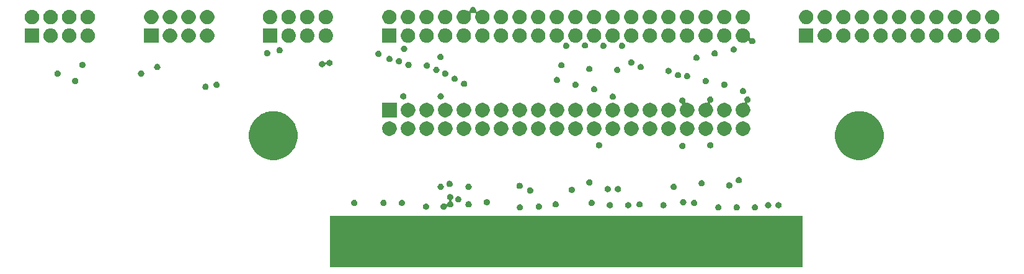
<source format=gts>
G04 #@! TF.GenerationSoftware,KiCad,Pcbnew,(5.1.5-0-10_14)*
G04 #@! TF.CreationDate,2020-05-05T19:19:41-07:00*
G04 #@! TF.ProjectId,N64 Cart IDC Breakout,4e363420-4361-4727-9420-494443204272,rev?*
G04 #@! TF.SameCoordinates,Original*
G04 #@! TF.FileFunction,Soldermask,Top*
G04 #@! TF.FilePolarity,Negative*
%FSLAX46Y46*%
G04 Gerber Fmt 4.6, Leading zero omitted, Abs format (unit mm)*
G04 Created by KiCad (PCBNEW (5.1.5-0-10_14)) date 2020-05-05 19:19:41*
%MOMM*%
%LPD*%
G04 APERTURE LIST*
%ADD10C,0.100000*%
G04 APERTURE END LIST*
D10*
G36*
X165000000Y-130000000D02*
G01*
X100500000Y-130000000D01*
X100500000Y-123000000D01*
X165000000Y-123000000D01*
X165000000Y-130000000D01*
G37*
G36*
X153625426Y-121386526D02*
G01*
X153703682Y-121418941D01*
X153774109Y-121465999D01*
X153834003Y-121525893D01*
X153881061Y-121596320D01*
X153913476Y-121674576D01*
X153930000Y-121757651D01*
X153930000Y-121842353D01*
X153913476Y-121925428D01*
X153881061Y-122003684D01*
X153834003Y-122074111D01*
X153774109Y-122134005D01*
X153703682Y-122181063D01*
X153625426Y-122213478D01*
X153542351Y-122230002D01*
X153457649Y-122230002D01*
X153374574Y-122213478D01*
X153296318Y-122181063D01*
X153225891Y-122134005D01*
X153165997Y-122074111D01*
X153118939Y-122003684D01*
X153086524Y-121925428D01*
X153070000Y-121842353D01*
X153070000Y-121757651D01*
X153086524Y-121674576D01*
X153118939Y-121596320D01*
X153165997Y-121525893D01*
X153225891Y-121465999D01*
X153296318Y-121418941D01*
X153374574Y-121386526D01*
X153457649Y-121370002D01*
X153542351Y-121370002D01*
X153625426Y-121386526D01*
G37*
G36*
X158625426Y-121386524D02*
G01*
X158703682Y-121418939D01*
X158774109Y-121465997D01*
X158834003Y-121525891D01*
X158881061Y-121596318D01*
X158913476Y-121674574D01*
X158930000Y-121757649D01*
X158930000Y-121842351D01*
X158913476Y-121925426D01*
X158881061Y-122003682D01*
X158834003Y-122074109D01*
X158774109Y-122134003D01*
X158703682Y-122181061D01*
X158625426Y-122213476D01*
X158542351Y-122230000D01*
X158457649Y-122230000D01*
X158374574Y-122213476D01*
X158296318Y-122181061D01*
X158225891Y-122134003D01*
X158165997Y-122074109D01*
X158118939Y-122003682D01*
X158086524Y-121925426D01*
X158070000Y-121842351D01*
X158070000Y-121757649D01*
X158086524Y-121674574D01*
X158118939Y-121596318D01*
X158165997Y-121525891D01*
X158225891Y-121465997D01*
X158296318Y-121418939D01*
X158374574Y-121386524D01*
X158457649Y-121370000D01*
X158542351Y-121370000D01*
X158625426Y-121386524D01*
G37*
G36*
X156125426Y-121386524D02*
G01*
X156203682Y-121418939D01*
X156274109Y-121465997D01*
X156334003Y-121525891D01*
X156381061Y-121596318D01*
X156413476Y-121674574D01*
X156430000Y-121757649D01*
X156430000Y-121842351D01*
X156413476Y-121925426D01*
X156381061Y-122003682D01*
X156334003Y-122074109D01*
X156274109Y-122134003D01*
X156203682Y-122181061D01*
X156125426Y-122213476D01*
X156042351Y-122230000D01*
X155957649Y-122230000D01*
X155874574Y-122213476D01*
X155796318Y-122181061D01*
X155725891Y-122134003D01*
X155665997Y-122074109D01*
X155618939Y-122003682D01*
X155586524Y-121925426D01*
X155570000Y-121842351D01*
X155570000Y-121757649D01*
X155586524Y-121674574D01*
X155618939Y-121596318D01*
X155665997Y-121525891D01*
X155725891Y-121465997D01*
X155796318Y-121418939D01*
X155874574Y-121386524D01*
X155957649Y-121370000D01*
X156042351Y-121370000D01*
X156125426Y-121386524D01*
G37*
G36*
X126525426Y-121386524D02*
G01*
X126603682Y-121418939D01*
X126674109Y-121465997D01*
X126734003Y-121525891D01*
X126781061Y-121596318D01*
X126813476Y-121674574D01*
X126830000Y-121757649D01*
X126830000Y-121842351D01*
X126813476Y-121925426D01*
X126781061Y-122003682D01*
X126734003Y-122074109D01*
X126674109Y-122134003D01*
X126603682Y-122181061D01*
X126525426Y-122213476D01*
X126442351Y-122230000D01*
X126357649Y-122230000D01*
X126274574Y-122213476D01*
X126196318Y-122181061D01*
X126125891Y-122134003D01*
X126065997Y-122074109D01*
X126018939Y-122003682D01*
X125986524Y-121925426D01*
X125970000Y-121842351D01*
X125970000Y-121757649D01*
X125986524Y-121674574D01*
X126018939Y-121596318D01*
X126065997Y-121525891D01*
X126125891Y-121465997D01*
X126196318Y-121418939D01*
X126274574Y-121386524D01*
X126357649Y-121370000D01*
X126442351Y-121370000D01*
X126525426Y-121386524D01*
G37*
G36*
X129125426Y-121286524D02*
G01*
X129203682Y-121318939D01*
X129274109Y-121365997D01*
X129334003Y-121425891D01*
X129381061Y-121496318D01*
X129413476Y-121574574D01*
X129430000Y-121657649D01*
X129430000Y-121742351D01*
X129413476Y-121825426D01*
X129381061Y-121903682D01*
X129334003Y-121974109D01*
X129274109Y-122034003D01*
X129203682Y-122081061D01*
X129125426Y-122113476D01*
X129042351Y-122130000D01*
X128957649Y-122130000D01*
X128874574Y-122113476D01*
X128796318Y-122081061D01*
X128725891Y-122034003D01*
X128665997Y-121974109D01*
X128618939Y-121903682D01*
X128586524Y-121825426D01*
X128570000Y-121742351D01*
X128570000Y-121657649D01*
X128586524Y-121574574D01*
X128618939Y-121496318D01*
X128665997Y-121425891D01*
X128725891Y-121365997D01*
X128796318Y-121318939D01*
X128874574Y-121286524D01*
X128957649Y-121270000D01*
X129042351Y-121270000D01*
X129125426Y-121286524D01*
G37*
G36*
X113725426Y-121286524D02*
G01*
X113803682Y-121318939D01*
X113874109Y-121365997D01*
X113934003Y-121425891D01*
X113981061Y-121496318D01*
X114013476Y-121574574D01*
X114030000Y-121657649D01*
X114030000Y-121742351D01*
X114013476Y-121825426D01*
X113981061Y-121903682D01*
X113934003Y-121974109D01*
X113874109Y-122034003D01*
X113803682Y-122081061D01*
X113725426Y-122113476D01*
X113642351Y-122130000D01*
X113557649Y-122130000D01*
X113474574Y-122113476D01*
X113396318Y-122081061D01*
X113325891Y-122034003D01*
X113265997Y-121974109D01*
X113218939Y-121903682D01*
X113186524Y-121825426D01*
X113170000Y-121742351D01*
X113170000Y-121657649D01*
X113186524Y-121574574D01*
X113218939Y-121496318D01*
X113265997Y-121425891D01*
X113325891Y-121365997D01*
X113396318Y-121318939D01*
X113474574Y-121286524D01*
X113557649Y-121270000D01*
X113642351Y-121270000D01*
X113725426Y-121286524D01*
G37*
G36*
X117025426Y-119986524D02*
G01*
X117103682Y-120018939D01*
X117174109Y-120065997D01*
X117234003Y-120125891D01*
X117281061Y-120196318D01*
X117313476Y-120274574D01*
X117330000Y-120357649D01*
X117330000Y-120439784D01*
X117332882Y-120469047D01*
X117341418Y-120497186D01*
X117355279Y-120523119D01*
X117356664Y-120524807D01*
X117336666Y-120535496D01*
X117313936Y-120554151D01*
X117295281Y-120576881D01*
X117281423Y-120602809D01*
X117281061Y-120603682D01*
X117234003Y-120674109D01*
X117174109Y-120734003D01*
X117112324Y-120775287D01*
X117089602Y-120793935D01*
X117070947Y-120816665D01*
X117057086Y-120842598D01*
X117048550Y-120870737D01*
X117045668Y-120900000D01*
X117048550Y-120929263D01*
X117057086Y-120957402D01*
X117070947Y-120983335D01*
X117089602Y-121006065D01*
X117112324Y-121024713D01*
X117174109Y-121065997D01*
X117234003Y-121125891D01*
X117281061Y-121196318D01*
X117313476Y-121274574D01*
X117330000Y-121357649D01*
X117330000Y-121442351D01*
X117313476Y-121525426D01*
X117281061Y-121603682D01*
X117234003Y-121674109D01*
X117174109Y-121734003D01*
X117103682Y-121781061D01*
X117025426Y-121813476D01*
X116942351Y-121830000D01*
X116857649Y-121830000D01*
X116774574Y-121813476D01*
X116696318Y-121781061D01*
X116641093Y-121744161D01*
X116615170Y-121730305D01*
X116587031Y-121721769D01*
X116557768Y-121718887D01*
X116528505Y-121721769D01*
X116500366Y-121730305D01*
X116474433Y-121744166D01*
X116451703Y-121762821D01*
X116433048Y-121785551D01*
X116419187Y-121811484D01*
X116419016Y-121812049D01*
X116413477Y-121825421D01*
X116413476Y-121825426D01*
X116381061Y-121903682D01*
X116334003Y-121974109D01*
X116274109Y-122034003D01*
X116203682Y-122081061D01*
X116125426Y-122113476D01*
X116042351Y-122130000D01*
X115957649Y-122130000D01*
X115874574Y-122113476D01*
X115796318Y-122081061D01*
X115725891Y-122034003D01*
X115665997Y-121974109D01*
X115618939Y-121903682D01*
X115586524Y-121825426D01*
X115570000Y-121742351D01*
X115570000Y-121657649D01*
X115586524Y-121574574D01*
X115618939Y-121496318D01*
X115665997Y-121425891D01*
X115725891Y-121365997D01*
X115796318Y-121318939D01*
X115874574Y-121286524D01*
X115957649Y-121270000D01*
X116042351Y-121270000D01*
X116125426Y-121286524D01*
X116203682Y-121318939D01*
X116258907Y-121355839D01*
X116284830Y-121369695D01*
X116312969Y-121378231D01*
X116342232Y-121381113D01*
X116371495Y-121378231D01*
X116399634Y-121369695D01*
X116425567Y-121355834D01*
X116448297Y-121337179D01*
X116466952Y-121314449D01*
X116480813Y-121288516D01*
X116480984Y-121287951D01*
X116486524Y-121274576D01*
X116486524Y-121274574D01*
X116518939Y-121196318D01*
X116565997Y-121125891D01*
X116625891Y-121065997D01*
X116687676Y-121024713D01*
X116710398Y-121006065D01*
X116729053Y-120983335D01*
X116742914Y-120957402D01*
X116751450Y-120929263D01*
X116754332Y-120900000D01*
X116751450Y-120870737D01*
X116742914Y-120842598D01*
X116729053Y-120816665D01*
X116710398Y-120793935D01*
X116687676Y-120775287D01*
X116625891Y-120734003D01*
X116565997Y-120674109D01*
X116518939Y-120603682D01*
X116486524Y-120525426D01*
X116470000Y-120442351D01*
X116470000Y-120357649D01*
X116486524Y-120274574D01*
X116518939Y-120196318D01*
X116565997Y-120125891D01*
X116625891Y-120065997D01*
X116696318Y-120018939D01*
X116774574Y-119986524D01*
X116857649Y-119970000D01*
X116942351Y-119970000D01*
X117025426Y-119986524D01*
G37*
G36*
X160425426Y-121086524D02*
G01*
X160503682Y-121118939D01*
X160574109Y-121165997D01*
X160634003Y-121225891D01*
X160681061Y-121296318D01*
X160713476Y-121374574D01*
X160730000Y-121457649D01*
X160730000Y-121542351D01*
X160713476Y-121625426D01*
X160681061Y-121703682D01*
X160634003Y-121774109D01*
X160574109Y-121834003D01*
X160503682Y-121881061D01*
X160425426Y-121913476D01*
X160342351Y-121930000D01*
X160257649Y-121930000D01*
X160174574Y-121913476D01*
X160096318Y-121881061D01*
X160025891Y-121834003D01*
X159965997Y-121774109D01*
X159918939Y-121703682D01*
X159886524Y-121625426D01*
X159870000Y-121542351D01*
X159870000Y-121457649D01*
X159886524Y-121374574D01*
X159918939Y-121296318D01*
X159965997Y-121225891D01*
X160025891Y-121165997D01*
X160096318Y-121118939D01*
X160174574Y-121086524D01*
X160257649Y-121070000D01*
X160342351Y-121070000D01*
X160425426Y-121086524D01*
G37*
G36*
X138825426Y-121086524D02*
G01*
X138903682Y-121118939D01*
X138974109Y-121165997D01*
X139034003Y-121225891D01*
X139081061Y-121296318D01*
X139113476Y-121374574D01*
X139130000Y-121457649D01*
X139130000Y-121542351D01*
X139113476Y-121625426D01*
X139081061Y-121703682D01*
X139034003Y-121774109D01*
X138974109Y-121834003D01*
X138903682Y-121881061D01*
X138825426Y-121913476D01*
X138742351Y-121930000D01*
X138657649Y-121930000D01*
X138574574Y-121913476D01*
X138496318Y-121881061D01*
X138425891Y-121834003D01*
X138365997Y-121774109D01*
X138318939Y-121703682D01*
X138286524Y-121625426D01*
X138270000Y-121542351D01*
X138270000Y-121457649D01*
X138286524Y-121374574D01*
X138318939Y-121296318D01*
X138365997Y-121225891D01*
X138425891Y-121165997D01*
X138496318Y-121118939D01*
X138574574Y-121086524D01*
X138657649Y-121070000D01*
X138742351Y-121070000D01*
X138825426Y-121086524D01*
G37*
G36*
X146125426Y-121086524D02*
G01*
X146203682Y-121118939D01*
X146274109Y-121165997D01*
X146334003Y-121225891D01*
X146381061Y-121296318D01*
X146413476Y-121374574D01*
X146430000Y-121457649D01*
X146430000Y-121542351D01*
X146413476Y-121625426D01*
X146381061Y-121703682D01*
X146334003Y-121774109D01*
X146274109Y-121834003D01*
X146203682Y-121881061D01*
X146125426Y-121913476D01*
X146042351Y-121930000D01*
X145957649Y-121930000D01*
X145874574Y-121913476D01*
X145796318Y-121881061D01*
X145725891Y-121834003D01*
X145665997Y-121774109D01*
X145618939Y-121703682D01*
X145586524Y-121625426D01*
X145570000Y-121542351D01*
X145570000Y-121457649D01*
X145586524Y-121374574D01*
X145618939Y-121296318D01*
X145665997Y-121225891D01*
X145725891Y-121165997D01*
X145796318Y-121118939D01*
X145874574Y-121086524D01*
X145957649Y-121070000D01*
X146042351Y-121070000D01*
X146125426Y-121086524D01*
G37*
G36*
X141325426Y-121086524D02*
G01*
X141403682Y-121118939D01*
X141474109Y-121165997D01*
X141534003Y-121225891D01*
X141581061Y-121296318D01*
X141613476Y-121374574D01*
X141630000Y-121457649D01*
X141630000Y-121542351D01*
X141613476Y-121625426D01*
X141581061Y-121703682D01*
X141534003Y-121774109D01*
X141474109Y-121834003D01*
X141403682Y-121881061D01*
X141325426Y-121913476D01*
X141242351Y-121930000D01*
X141157649Y-121930000D01*
X141074574Y-121913476D01*
X140996318Y-121881061D01*
X140925891Y-121834003D01*
X140865997Y-121774109D01*
X140818939Y-121703682D01*
X140786524Y-121625426D01*
X140770000Y-121542351D01*
X140770000Y-121457649D01*
X140786524Y-121374574D01*
X140818939Y-121296318D01*
X140865997Y-121225891D01*
X140925891Y-121165997D01*
X140996318Y-121118939D01*
X141074574Y-121086524D01*
X141157649Y-121070000D01*
X141242351Y-121070000D01*
X141325426Y-121086524D01*
G37*
G36*
X161825426Y-121086522D02*
G01*
X161903682Y-121118937D01*
X161974109Y-121165995D01*
X162034003Y-121225889D01*
X162081061Y-121296316D01*
X162113476Y-121374572D01*
X162130000Y-121457647D01*
X162130000Y-121542349D01*
X162113476Y-121625424D01*
X162081061Y-121703680D01*
X162034003Y-121774107D01*
X161974109Y-121834001D01*
X161903682Y-121881059D01*
X161825426Y-121913474D01*
X161742351Y-121929998D01*
X161657649Y-121929998D01*
X161574574Y-121913474D01*
X161496318Y-121881059D01*
X161425891Y-121834001D01*
X161365997Y-121774107D01*
X161318939Y-121703680D01*
X161286524Y-121625424D01*
X161270000Y-121542349D01*
X161270000Y-121457647D01*
X161286524Y-121374572D01*
X161318939Y-121296316D01*
X161365997Y-121225889D01*
X161425891Y-121165995D01*
X161496318Y-121118937D01*
X161574574Y-121086522D01*
X161657649Y-121069998D01*
X161742351Y-121069998D01*
X161825426Y-121086522D01*
G37*
G36*
X142873426Y-120998524D02*
G01*
X142951682Y-121030939D01*
X143022109Y-121077997D01*
X143082003Y-121137891D01*
X143129061Y-121208318D01*
X143161476Y-121286574D01*
X143178000Y-121369649D01*
X143178000Y-121454351D01*
X143161476Y-121537426D01*
X143129061Y-121615682D01*
X143082003Y-121686109D01*
X143022109Y-121746003D01*
X142951682Y-121793061D01*
X142873426Y-121825476D01*
X142790351Y-121842000D01*
X142705649Y-121842000D01*
X142622574Y-121825476D01*
X142544318Y-121793061D01*
X142473891Y-121746003D01*
X142413997Y-121686109D01*
X142366939Y-121615682D01*
X142334524Y-121537426D01*
X142318000Y-121454351D01*
X142318000Y-121369649D01*
X142334524Y-121286574D01*
X142366939Y-121208318D01*
X142413997Y-121137891D01*
X142473891Y-121077997D01*
X142544318Y-121030939D01*
X142622574Y-120998524D01*
X142705649Y-120982000D01*
X142790351Y-120982000D01*
X142873426Y-120998524D01*
G37*
G36*
X119525426Y-120986524D02*
G01*
X119603682Y-121018939D01*
X119674109Y-121065997D01*
X119734003Y-121125891D01*
X119781061Y-121196318D01*
X119813476Y-121274574D01*
X119830000Y-121357649D01*
X119830000Y-121442351D01*
X119813476Y-121525426D01*
X119781061Y-121603682D01*
X119734003Y-121674109D01*
X119674109Y-121734003D01*
X119603682Y-121781061D01*
X119525426Y-121813476D01*
X119442351Y-121830000D01*
X119357649Y-121830000D01*
X119274574Y-121813476D01*
X119196318Y-121781061D01*
X119125891Y-121734003D01*
X119065997Y-121674109D01*
X119018939Y-121603682D01*
X118986524Y-121525426D01*
X118970000Y-121442351D01*
X118970000Y-121357649D01*
X118986524Y-121274574D01*
X119018939Y-121196318D01*
X119065997Y-121125891D01*
X119125891Y-121065997D01*
X119196318Y-121018939D01*
X119274574Y-120986524D01*
X119357649Y-120970000D01*
X119442351Y-120970000D01*
X119525426Y-120986524D01*
G37*
G36*
X131425426Y-120986524D02*
G01*
X131503682Y-121018939D01*
X131574109Y-121065997D01*
X131634003Y-121125891D01*
X131681061Y-121196318D01*
X131713476Y-121274574D01*
X131730000Y-121357649D01*
X131730000Y-121442351D01*
X131713476Y-121525426D01*
X131681061Y-121603682D01*
X131634003Y-121674109D01*
X131574109Y-121734003D01*
X131503682Y-121781061D01*
X131425426Y-121813476D01*
X131342351Y-121830000D01*
X131257649Y-121830000D01*
X131174574Y-121813476D01*
X131096318Y-121781061D01*
X131025891Y-121734003D01*
X130965997Y-121674109D01*
X130918939Y-121603682D01*
X130886524Y-121525426D01*
X130870000Y-121442351D01*
X130870000Y-121357649D01*
X130886524Y-121274574D01*
X130918939Y-121196318D01*
X130965997Y-121125891D01*
X131025891Y-121065997D01*
X131096318Y-121018939D01*
X131174574Y-120986524D01*
X131257649Y-120970000D01*
X131342351Y-120970000D01*
X131425426Y-120986524D01*
G37*
G36*
X110425426Y-120786524D02*
G01*
X110503682Y-120818939D01*
X110574109Y-120865997D01*
X110634003Y-120925891D01*
X110681061Y-120996318D01*
X110713476Y-121074574D01*
X110730000Y-121157649D01*
X110730000Y-121242351D01*
X110713476Y-121325426D01*
X110681061Y-121403682D01*
X110634003Y-121474109D01*
X110574109Y-121534003D01*
X110503682Y-121581061D01*
X110425426Y-121613476D01*
X110342351Y-121630000D01*
X110257649Y-121630000D01*
X110174574Y-121613476D01*
X110096318Y-121581061D01*
X110025891Y-121534003D01*
X109965997Y-121474109D01*
X109918939Y-121403682D01*
X109886524Y-121325426D01*
X109870000Y-121242351D01*
X109870000Y-121157649D01*
X109886524Y-121074574D01*
X109918939Y-120996318D01*
X109965997Y-120925891D01*
X110025891Y-120865997D01*
X110096318Y-120818939D01*
X110174574Y-120786524D01*
X110257649Y-120770000D01*
X110342351Y-120770000D01*
X110425426Y-120786524D01*
G37*
G36*
X107925426Y-120786524D02*
G01*
X108003682Y-120818939D01*
X108074109Y-120865997D01*
X108134003Y-120925891D01*
X108181061Y-120996318D01*
X108213476Y-121074574D01*
X108230000Y-121157649D01*
X108230000Y-121242351D01*
X108213476Y-121325426D01*
X108181061Y-121403682D01*
X108134003Y-121474109D01*
X108074109Y-121534003D01*
X108003682Y-121581061D01*
X107925426Y-121613476D01*
X107842351Y-121630000D01*
X107757649Y-121630000D01*
X107674574Y-121613476D01*
X107596318Y-121581061D01*
X107525891Y-121534003D01*
X107465997Y-121474109D01*
X107418939Y-121403682D01*
X107386524Y-121325426D01*
X107370000Y-121242351D01*
X107370000Y-121157649D01*
X107386524Y-121074574D01*
X107418939Y-120996318D01*
X107465997Y-120925891D01*
X107525891Y-120865997D01*
X107596318Y-120818939D01*
X107674574Y-120786524D01*
X107757649Y-120770000D01*
X107842351Y-120770000D01*
X107925426Y-120786524D01*
G37*
G36*
X150325426Y-120786524D02*
G01*
X150403682Y-120818939D01*
X150474109Y-120865997D01*
X150534003Y-120925891D01*
X150581061Y-120996318D01*
X150613476Y-121074574D01*
X150630000Y-121157649D01*
X150630000Y-121242351D01*
X150613476Y-121325426D01*
X150581061Y-121403682D01*
X150534003Y-121474109D01*
X150474109Y-121534003D01*
X150403682Y-121581061D01*
X150325426Y-121613476D01*
X150242351Y-121630000D01*
X150157649Y-121630000D01*
X150074574Y-121613476D01*
X149996318Y-121581061D01*
X149925891Y-121534003D01*
X149865997Y-121474109D01*
X149818939Y-121403682D01*
X149786524Y-121325426D01*
X149770000Y-121242351D01*
X149770000Y-121157649D01*
X149786524Y-121074574D01*
X149818939Y-120996318D01*
X149865997Y-120925891D01*
X149925891Y-120865997D01*
X149996318Y-120818939D01*
X150074574Y-120786524D01*
X150157649Y-120770000D01*
X150242351Y-120770000D01*
X150325426Y-120786524D01*
G37*
G36*
X103925426Y-120786524D02*
G01*
X104003682Y-120818939D01*
X104074109Y-120865997D01*
X104134003Y-120925891D01*
X104181061Y-120996318D01*
X104213476Y-121074574D01*
X104230000Y-121157649D01*
X104230000Y-121242351D01*
X104213476Y-121325426D01*
X104181061Y-121403682D01*
X104134003Y-121474109D01*
X104074109Y-121534003D01*
X104003682Y-121581061D01*
X103925426Y-121613476D01*
X103842351Y-121630000D01*
X103757649Y-121630000D01*
X103674574Y-121613476D01*
X103596318Y-121581061D01*
X103525891Y-121534003D01*
X103465997Y-121474109D01*
X103418939Y-121403682D01*
X103386524Y-121325426D01*
X103370000Y-121242351D01*
X103370000Y-121157649D01*
X103386524Y-121074574D01*
X103418939Y-120996318D01*
X103465997Y-120925891D01*
X103525891Y-120865997D01*
X103596318Y-120818939D01*
X103674574Y-120786524D01*
X103757649Y-120770000D01*
X103842351Y-120770000D01*
X103925426Y-120786524D01*
G37*
G36*
X136325426Y-120786524D02*
G01*
X136403682Y-120818939D01*
X136474109Y-120865997D01*
X136534003Y-120925891D01*
X136581061Y-120996318D01*
X136613476Y-121074574D01*
X136630000Y-121157649D01*
X136630000Y-121242351D01*
X136613476Y-121325426D01*
X136581061Y-121403682D01*
X136534003Y-121474109D01*
X136474109Y-121534003D01*
X136403682Y-121581061D01*
X136325426Y-121613476D01*
X136242351Y-121630000D01*
X136157649Y-121630000D01*
X136074574Y-121613476D01*
X135996318Y-121581061D01*
X135925891Y-121534003D01*
X135865997Y-121474109D01*
X135818939Y-121403682D01*
X135786524Y-121325426D01*
X135770000Y-121242351D01*
X135770000Y-121157649D01*
X135786524Y-121074574D01*
X135818939Y-120996318D01*
X135865997Y-120925891D01*
X135925891Y-120865997D01*
X135996318Y-120818939D01*
X136074574Y-120786524D01*
X136157649Y-120770000D01*
X136242351Y-120770000D01*
X136325426Y-120786524D01*
G37*
G36*
X148825426Y-120686524D02*
G01*
X148903682Y-120718939D01*
X148974109Y-120765997D01*
X149034003Y-120825891D01*
X149081061Y-120896318D01*
X149113476Y-120974574D01*
X149130000Y-121057649D01*
X149130000Y-121142351D01*
X149113476Y-121225426D01*
X149081061Y-121303682D01*
X149034003Y-121374109D01*
X148974109Y-121434003D01*
X148903682Y-121481061D01*
X148825426Y-121513476D01*
X148742351Y-121530000D01*
X148657649Y-121530000D01*
X148574574Y-121513476D01*
X148496318Y-121481061D01*
X148425891Y-121434003D01*
X148365997Y-121374109D01*
X148318939Y-121303682D01*
X148286524Y-121225426D01*
X148270000Y-121142351D01*
X148270000Y-121057649D01*
X148286524Y-120974574D01*
X148318939Y-120896318D01*
X148365997Y-120825891D01*
X148425891Y-120765997D01*
X148496318Y-120718939D01*
X148574574Y-120686524D01*
X148657649Y-120670000D01*
X148742351Y-120670000D01*
X148825426Y-120686524D01*
G37*
G36*
X122025426Y-120686524D02*
G01*
X122103682Y-120718939D01*
X122174109Y-120765997D01*
X122234003Y-120825891D01*
X122281061Y-120896318D01*
X122313476Y-120974574D01*
X122330000Y-121057649D01*
X122330000Y-121142351D01*
X122313476Y-121225426D01*
X122281061Y-121303682D01*
X122234003Y-121374109D01*
X122174109Y-121434003D01*
X122103682Y-121481061D01*
X122025426Y-121513476D01*
X121942351Y-121530000D01*
X121857649Y-121530000D01*
X121774574Y-121513476D01*
X121696318Y-121481061D01*
X121625891Y-121434003D01*
X121565997Y-121374109D01*
X121518939Y-121303682D01*
X121486524Y-121225426D01*
X121470000Y-121142351D01*
X121470000Y-121057649D01*
X121486524Y-120974574D01*
X121518939Y-120896318D01*
X121565997Y-120825891D01*
X121625891Y-120765997D01*
X121696318Y-120718939D01*
X121774574Y-120686524D01*
X121857649Y-120670000D01*
X121942351Y-120670000D01*
X122025426Y-120686524D01*
G37*
G36*
X118125426Y-120286524D02*
G01*
X118203682Y-120318939D01*
X118274109Y-120365997D01*
X118334003Y-120425891D01*
X118381061Y-120496318D01*
X118413476Y-120574574D01*
X118430000Y-120657649D01*
X118430000Y-120742351D01*
X118413476Y-120825426D01*
X118381061Y-120903682D01*
X118334003Y-120974109D01*
X118274109Y-121034003D01*
X118203682Y-121081061D01*
X118125426Y-121113476D01*
X118042351Y-121130000D01*
X117957649Y-121130000D01*
X117874574Y-121113476D01*
X117796318Y-121081061D01*
X117725891Y-121034003D01*
X117665997Y-120974109D01*
X117618939Y-120903682D01*
X117586524Y-120825426D01*
X117570000Y-120742351D01*
X117570000Y-120660216D01*
X117567118Y-120630953D01*
X117558582Y-120602814D01*
X117544721Y-120576881D01*
X117543336Y-120575193D01*
X117563334Y-120564504D01*
X117586064Y-120545849D01*
X117604719Y-120523119D01*
X117618579Y-120497188D01*
X117618939Y-120496318D01*
X117665997Y-120425891D01*
X117725891Y-120365997D01*
X117796318Y-120318939D01*
X117874574Y-120286524D01*
X117957649Y-120270000D01*
X118042351Y-120270000D01*
X118125426Y-120286524D01*
G37*
G36*
X127925426Y-119086524D02*
G01*
X128003682Y-119118939D01*
X128074109Y-119165997D01*
X128134003Y-119225891D01*
X128181061Y-119296318D01*
X128213476Y-119374574D01*
X128230000Y-119457649D01*
X128230000Y-119542351D01*
X128213476Y-119625426D01*
X128181061Y-119703682D01*
X128134003Y-119774109D01*
X128074109Y-119834003D01*
X128003682Y-119881061D01*
X127925426Y-119913476D01*
X127842351Y-119930000D01*
X127757649Y-119930000D01*
X127674574Y-119913476D01*
X127596318Y-119881061D01*
X127525891Y-119834003D01*
X127465997Y-119774109D01*
X127418939Y-119703682D01*
X127386524Y-119625426D01*
X127370000Y-119542351D01*
X127370000Y-119457649D01*
X127386524Y-119374574D01*
X127418939Y-119296318D01*
X127465997Y-119225891D01*
X127525891Y-119165997D01*
X127596318Y-119118939D01*
X127674574Y-119086524D01*
X127757649Y-119070000D01*
X127842351Y-119070000D01*
X127925426Y-119086524D01*
G37*
G36*
X133625426Y-118986524D02*
G01*
X133703682Y-119018939D01*
X133774109Y-119065997D01*
X133834003Y-119125891D01*
X133881061Y-119196318D01*
X133913476Y-119274574D01*
X133930000Y-119357649D01*
X133930000Y-119442351D01*
X133913476Y-119525426D01*
X133881061Y-119603682D01*
X133834003Y-119674109D01*
X133774109Y-119734003D01*
X133703682Y-119781061D01*
X133625426Y-119813476D01*
X133542351Y-119830000D01*
X133457649Y-119830000D01*
X133374574Y-119813476D01*
X133296318Y-119781061D01*
X133225891Y-119734003D01*
X133165997Y-119674109D01*
X133118939Y-119603682D01*
X133086524Y-119525426D01*
X133070000Y-119442351D01*
X133070000Y-119357649D01*
X133086524Y-119274574D01*
X133118939Y-119196318D01*
X133165997Y-119125891D01*
X133225891Y-119065997D01*
X133296318Y-119018939D01*
X133374574Y-118986524D01*
X133457649Y-118970000D01*
X133542351Y-118970000D01*
X133625426Y-118986524D01*
G37*
G36*
X138525426Y-118886524D02*
G01*
X138603682Y-118918939D01*
X138674109Y-118965997D01*
X138734003Y-119025891D01*
X138781061Y-119096318D01*
X138813476Y-119174574D01*
X138830000Y-119257649D01*
X138830000Y-119342351D01*
X138813476Y-119425426D01*
X138781061Y-119503682D01*
X138734003Y-119574109D01*
X138674109Y-119634003D01*
X138603682Y-119681061D01*
X138525426Y-119713476D01*
X138442351Y-119730000D01*
X138357649Y-119730000D01*
X138274574Y-119713476D01*
X138196318Y-119681061D01*
X138125891Y-119634003D01*
X138065997Y-119574109D01*
X138018939Y-119503682D01*
X137986524Y-119425426D01*
X137970000Y-119342351D01*
X137970000Y-119257649D01*
X137986524Y-119174574D01*
X138018939Y-119096318D01*
X138065997Y-119025891D01*
X138125891Y-118965997D01*
X138196318Y-118918939D01*
X138274574Y-118886524D01*
X138357649Y-118870000D01*
X138442351Y-118870000D01*
X138525426Y-118886524D01*
G37*
G36*
X139925426Y-118886524D02*
G01*
X140003682Y-118918939D01*
X140074109Y-118965997D01*
X140134003Y-119025891D01*
X140181061Y-119096318D01*
X140213476Y-119174574D01*
X140230000Y-119257649D01*
X140230000Y-119342351D01*
X140213476Y-119425426D01*
X140181061Y-119503682D01*
X140134003Y-119574109D01*
X140074109Y-119634003D01*
X140003682Y-119681061D01*
X139925426Y-119713476D01*
X139842351Y-119730000D01*
X139757649Y-119730000D01*
X139674574Y-119713476D01*
X139596318Y-119681061D01*
X139525891Y-119634003D01*
X139465997Y-119574109D01*
X139418939Y-119503682D01*
X139386524Y-119425426D01*
X139370000Y-119342351D01*
X139370000Y-119257649D01*
X139386524Y-119174574D01*
X139418939Y-119096318D01*
X139465997Y-119025891D01*
X139525891Y-118965997D01*
X139596318Y-118918939D01*
X139674574Y-118886524D01*
X139757649Y-118870000D01*
X139842351Y-118870000D01*
X139925426Y-118886524D01*
G37*
G36*
X119525426Y-118586524D02*
G01*
X119603682Y-118618939D01*
X119674109Y-118665997D01*
X119734003Y-118725891D01*
X119781061Y-118796318D01*
X119813476Y-118874574D01*
X119830000Y-118957649D01*
X119830000Y-119042351D01*
X119813476Y-119125426D01*
X119781061Y-119203682D01*
X119734003Y-119274109D01*
X119674109Y-119334003D01*
X119603682Y-119381061D01*
X119525426Y-119413476D01*
X119442351Y-119430000D01*
X119357649Y-119430000D01*
X119274574Y-119413476D01*
X119196318Y-119381061D01*
X119125891Y-119334003D01*
X119065997Y-119274109D01*
X119018939Y-119203682D01*
X118986524Y-119125426D01*
X118970000Y-119042351D01*
X118970000Y-118957649D01*
X118986524Y-118874574D01*
X119018939Y-118796318D01*
X119065997Y-118725891D01*
X119125891Y-118665997D01*
X119196318Y-118618939D01*
X119274574Y-118586524D01*
X119357649Y-118570000D01*
X119442351Y-118570000D01*
X119525426Y-118586524D01*
G37*
G36*
X115725426Y-118586524D02*
G01*
X115803682Y-118618939D01*
X115874109Y-118665997D01*
X115934003Y-118725891D01*
X115981061Y-118796318D01*
X116013476Y-118874574D01*
X116030000Y-118957649D01*
X116030000Y-119042351D01*
X116013476Y-119125426D01*
X115981061Y-119203682D01*
X115934003Y-119274109D01*
X115874109Y-119334003D01*
X115803682Y-119381061D01*
X115725426Y-119413476D01*
X115642351Y-119430000D01*
X115557649Y-119430000D01*
X115474574Y-119413476D01*
X115396318Y-119381061D01*
X115325891Y-119334003D01*
X115265997Y-119274109D01*
X115218939Y-119203682D01*
X115186524Y-119125426D01*
X115170000Y-119042351D01*
X115170000Y-118957649D01*
X115186524Y-118874574D01*
X115218939Y-118796318D01*
X115265997Y-118725891D01*
X115325891Y-118665997D01*
X115396318Y-118618939D01*
X115474574Y-118586524D01*
X115557649Y-118570000D01*
X115642351Y-118570000D01*
X115725426Y-118586524D01*
G37*
G36*
X147525426Y-118586524D02*
G01*
X147603682Y-118618939D01*
X147674109Y-118665997D01*
X147734003Y-118725891D01*
X147781061Y-118796318D01*
X147813476Y-118874574D01*
X147830000Y-118957649D01*
X147830000Y-119042351D01*
X147813476Y-119125426D01*
X147781061Y-119203682D01*
X147734003Y-119274109D01*
X147674109Y-119334003D01*
X147603682Y-119381061D01*
X147525426Y-119413476D01*
X147442351Y-119430000D01*
X147357649Y-119430000D01*
X147274574Y-119413476D01*
X147196318Y-119381061D01*
X147125891Y-119334003D01*
X147065997Y-119274109D01*
X147018939Y-119203682D01*
X146986524Y-119125426D01*
X146970000Y-119042351D01*
X146970000Y-118957649D01*
X146986524Y-118874574D01*
X147018939Y-118796318D01*
X147065997Y-118725891D01*
X147125891Y-118665997D01*
X147196318Y-118618939D01*
X147274574Y-118586524D01*
X147357649Y-118570000D01*
X147442351Y-118570000D01*
X147525426Y-118586524D01*
G37*
G36*
X126490426Y-118458524D02*
G01*
X126568682Y-118490939D01*
X126639109Y-118537997D01*
X126699003Y-118597891D01*
X126746061Y-118668318D01*
X126778476Y-118746574D01*
X126795000Y-118829649D01*
X126795000Y-118914351D01*
X126778476Y-118997426D01*
X126746061Y-119075682D01*
X126699003Y-119146109D01*
X126639109Y-119206003D01*
X126568682Y-119253061D01*
X126490426Y-119285476D01*
X126407351Y-119302000D01*
X126322649Y-119302000D01*
X126239574Y-119285476D01*
X126161318Y-119253061D01*
X126090891Y-119206003D01*
X126030997Y-119146109D01*
X125983939Y-119075682D01*
X125951524Y-118997426D01*
X125935000Y-118914351D01*
X125935000Y-118829649D01*
X125951524Y-118746574D01*
X125983939Y-118668318D01*
X126030997Y-118597891D01*
X126090891Y-118537997D01*
X126161318Y-118490939D01*
X126239574Y-118458524D01*
X126322649Y-118442000D01*
X126407351Y-118442000D01*
X126490426Y-118458524D01*
G37*
G36*
X155125426Y-118386524D02*
G01*
X155203682Y-118418939D01*
X155274109Y-118465997D01*
X155334003Y-118525891D01*
X155381061Y-118596318D01*
X155413476Y-118674574D01*
X155430000Y-118757649D01*
X155430000Y-118842351D01*
X155413476Y-118925426D01*
X155381061Y-119003682D01*
X155334003Y-119074109D01*
X155274109Y-119134003D01*
X155203682Y-119181061D01*
X155125426Y-119213476D01*
X155042351Y-119230000D01*
X154957649Y-119230000D01*
X154874574Y-119213476D01*
X154796318Y-119181061D01*
X154725891Y-119134003D01*
X154665997Y-119074109D01*
X154618939Y-119003682D01*
X154586524Y-118925426D01*
X154570000Y-118842351D01*
X154570000Y-118757649D01*
X154586524Y-118674574D01*
X154618939Y-118596318D01*
X154665997Y-118525891D01*
X154725891Y-118465997D01*
X154796318Y-118418939D01*
X154874574Y-118386524D01*
X154957649Y-118370000D01*
X155042351Y-118370000D01*
X155125426Y-118386524D01*
G37*
G36*
X116925426Y-118186524D02*
G01*
X117003682Y-118218939D01*
X117074109Y-118265997D01*
X117134003Y-118325891D01*
X117181061Y-118396318D01*
X117213476Y-118474574D01*
X117230000Y-118557649D01*
X117230000Y-118642351D01*
X117213476Y-118725426D01*
X117181061Y-118803682D01*
X117134003Y-118874109D01*
X117074109Y-118934003D01*
X117003682Y-118981061D01*
X116925426Y-119013476D01*
X116842351Y-119030000D01*
X116757649Y-119030000D01*
X116674574Y-119013476D01*
X116596318Y-118981061D01*
X116525891Y-118934003D01*
X116465997Y-118874109D01*
X116418939Y-118803682D01*
X116386524Y-118725426D01*
X116370000Y-118642351D01*
X116370000Y-118557649D01*
X116386524Y-118474574D01*
X116418939Y-118396318D01*
X116465997Y-118325891D01*
X116525891Y-118265997D01*
X116596318Y-118218939D01*
X116674574Y-118186524D01*
X116757649Y-118170000D01*
X116842351Y-118170000D01*
X116925426Y-118186524D01*
G37*
G36*
X151325426Y-118086524D02*
G01*
X151403682Y-118118939D01*
X151474109Y-118165997D01*
X151534003Y-118225891D01*
X151581061Y-118296318D01*
X151613476Y-118374574D01*
X151630000Y-118457649D01*
X151630000Y-118542351D01*
X151613476Y-118625426D01*
X151581061Y-118703682D01*
X151534003Y-118774109D01*
X151474109Y-118834003D01*
X151403682Y-118881061D01*
X151325426Y-118913476D01*
X151242351Y-118930000D01*
X151157649Y-118930000D01*
X151074574Y-118913476D01*
X150996318Y-118881061D01*
X150925891Y-118834003D01*
X150865997Y-118774109D01*
X150818939Y-118703682D01*
X150786524Y-118625426D01*
X150770000Y-118542351D01*
X150770000Y-118457649D01*
X150786524Y-118374574D01*
X150818939Y-118296318D01*
X150865997Y-118225891D01*
X150925891Y-118165997D01*
X150996318Y-118118939D01*
X151074574Y-118086524D01*
X151157649Y-118070000D01*
X151242351Y-118070000D01*
X151325426Y-118086524D01*
G37*
G36*
X136025426Y-117986524D02*
G01*
X136103682Y-118018939D01*
X136174109Y-118065997D01*
X136234003Y-118125891D01*
X136281061Y-118196318D01*
X136313476Y-118274574D01*
X136330000Y-118357649D01*
X136330000Y-118442351D01*
X136313476Y-118525426D01*
X136281061Y-118603682D01*
X136234003Y-118674109D01*
X136174109Y-118734003D01*
X136103682Y-118781061D01*
X136025426Y-118813476D01*
X135942351Y-118830000D01*
X135857649Y-118830000D01*
X135774574Y-118813476D01*
X135696318Y-118781061D01*
X135625891Y-118734003D01*
X135565997Y-118674109D01*
X135518939Y-118603682D01*
X135486524Y-118525426D01*
X135470000Y-118442351D01*
X135470000Y-118357649D01*
X135486524Y-118274574D01*
X135518939Y-118196318D01*
X135565997Y-118125891D01*
X135625891Y-118065997D01*
X135696318Y-118018939D01*
X135774574Y-117986524D01*
X135857649Y-117970000D01*
X135942351Y-117970000D01*
X136025426Y-117986524D01*
G37*
G36*
X156425426Y-117686524D02*
G01*
X156503682Y-117718939D01*
X156574109Y-117765997D01*
X156634003Y-117825891D01*
X156681061Y-117896318D01*
X156713476Y-117974574D01*
X156730000Y-118057649D01*
X156730000Y-118142351D01*
X156713476Y-118225426D01*
X156681061Y-118303682D01*
X156634003Y-118374109D01*
X156574109Y-118434003D01*
X156503682Y-118481061D01*
X156425426Y-118513476D01*
X156342351Y-118530000D01*
X156257649Y-118530000D01*
X156174574Y-118513476D01*
X156096318Y-118481061D01*
X156025891Y-118434003D01*
X155965997Y-118374109D01*
X155918939Y-118303682D01*
X155886524Y-118225426D01*
X155870000Y-118142351D01*
X155870000Y-118057649D01*
X155886524Y-117974574D01*
X155918939Y-117896318D01*
X155965997Y-117825891D01*
X156025891Y-117765997D01*
X156096318Y-117718939D01*
X156174574Y-117686524D01*
X156257649Y-117670000D01*
X156342351Y-117670000D01*
X156425426Y-117686524D01*
G37*
G36*
X173721325Y-108797970D02*
G01*
X174024336Y-108923482D01*
X174327345Y-109048992D01*
X174872754Y-109413422D01*
X175336578Y-109877246D01*
X175701008Y-110422655D01*
X175761773Y-110569356D01*
X175952030Y-111028675D01*
X176080000Y-111672024D01*
X176080000Y-112327976D01*
X175952030Y-112971325D01*
X175858834Y-113196319D01*
X175701008Y-113577345D01*
X175336578Y-114122754D01*
X174872754Y-114586578D01*
X174327345Y-114951008D01*
X173721325Y-115202030D01*
X173077976Y-115330000D01*
X172422024Y-115330000D01*
X171778675Y-115202030D01*
X171172655Y-114951008D01*
X170627246Y-114586578D01*
X170163422Y-114122754D01*
X169798992Y-113577345D01*
X169641166Y-113196319D01*
X169547970Y-112971325D01*
X169420000Y-112327976D01*
X169420000Y-111672024D01*
X169547970Y-111028675D01*
X169738227Y-110569356D01*
X169798992Y-110422655D01*
X170163422Y-109877246D01*
X170627246Y-109413422D01*
X171172655Y-109048992D01*
X171475664Y-108923482D01*
X171778675Y-108797970D01*
X172422024Y-108670000D01*
X173077976Y-108670000D01*
X173721325Y-108797970D01*
G37*
G36*
X93721325Y-108797970D02*
G01*
X94024336Y-108923482D01*
X94327345Y-109048992D01*
X94872754Y-109413422D01*
X95336578Y-109877246D01*
X95701008Y-110422655D01*
X95761773Y-110569356D01*
X95952030Y-111028675D01*
X96080000Y-111672024D01*
X96080000Y-112327976D01*
X95952030Y-112971325D01*
X95858834Y-113196319D01*
X95701008Y-113577345D01*
X95336578Y-114122754D01*
X94872754Y-114586578D01*
X94327345Y-114951008D01*
X93721325Y-115202030D01*
X93077976Y-115330000D01*
X92422024Y-115330000D01*
X91778675Y-115202030D01*
X91172655Y-114951008D01*
X90627246Y-114586578D01*
X90163422Y-114122754D01*
X89798992Y-113577345D01*
X89641166Y-113196319D01*
X89547970Y-112971325D01*
X89420000Y-112327976D01*
X89420000Y-111672024D01*
X89547970Y-111028675D01*
X89738227Y-110569356D01*
X89798992Y-110422655D01*
X90163422Y-109877246D01*
X90627246Y-109413422D01*
X91172655Y-109048992D01*
X91475664Y-108923482D01*
X91778675Y-108797970D01*
X92422024Y-108670000D01*
X93077976Y-108670000D01*
X93721325Y-108797970D01*
G37*
G36*
X148725426Y-112986524D02*
G01*
X148803682Y-113018939D01*
X148874109Y-113065997D01*
X148934003Y-113125891D01*
X148981061Y-113196318D01*
X149013476Y-113274574D01*
X149030000Y-113357649D01*
X149030000Y-113442351D01*
X149013476Y-113525426D01*
X148981061Y-113603682D01*
X148934003Y-113674109D01*
X148874109Y-113734003D01*
X148803682Y-113781061D01*
X148725426Y-113813476D01*
X148642351Y-113830000D01*
X148557649Y-113830000D01*
X148474574Y-113813476D01*
X148396318Y-113781061D01*
X148325891Y-113734003D01*
X148265997Y-113674109D01*
X148218939Y-113603682D01*
X148186524Y-113525426D01*
X148170000Y-113442351D01*
X148170000Y-113357649D01*
X148186524Y-113274574D01*
X148218939Y-113196318D01*
X148265997Y-113125891D01*
X148325891Y-113065997D01*
X148396318Y-113018939D01*
X148474574Y-112986524D01*
X148557649Y-112970000D01*
X148642351Y-112970000D01*
X148725426Y-112986524D01*
G37*
G36*
X152525426Y-112886524D02*
G01*
X152603682Y-112918939D01*
X152674109Y-112965997D01*
X152734003Y-113025891D01*
X152781061Y-113096318D01*
X152813476Y-113174574D01*
X152830000Y-113257649D01*
X152830000Y-113342351D01*
X152813476Y-113425426D01*
X152781061Y-113503682D01*
X152734003Y-113574109D01*
X152674109Y-113634003D01*
X152603682Y-113681061D01*
X152525426Y-113713476D01*
X152442351Y-113730000D01*
X152357649Y-113730000D01*
X152274574Y-113713476D01*
X152196318Y-113681061D01*
X152125891Y-113634003D01*
X152065997Y-113574109D01*
X152018939Y-113503682D01*
X151986524Y-113425426D01*
X151970000Y-113342351D01*
X151970000Y-113257649D01*
X151986524Y-113174574D01*
X152018939Y-113096318D01*
X152065997Y-113025891D01*
X152125891Y-112965997D01*
X152196318Y-112918939D01*
X152274574Y-112886524D01*
X152357649Y-112870000D01*
X152442351Y-112870000D01*
X152525426Y-112886524D01*
G37*
G36*
X137325426Y-112886524D02*
G01*
X137403682Y-112918939D01*
X137474109Y-112965997D01*
X137534003Y-113025891D01*
X137581061Y-113096318D01*
X137613476Y-113174574D01*
X137630000Y-113257649D01*
X137630000Y-113342351D01*
X137613476Y-113425426D01*
X137581061Y-113503682D01*
X137534003Y-113574109D01*
X137474109Y-113634003D01*
X137403682Y-113681061D01*
X137325426Y-113713476D01*
X137242351Y-113730000D01*
X137157649Y-113730000D01*
X137074574Y-113713476D01*
X136996318Y-113681061D01*
X136925891Y-113634003D01*
X136865997Y-113574109D01*
X136818939Y-113503682D01*
X136786524Y-113425426D01*
X136770000Y-113342351D01*
X136770000Y-113257649D01*
X136786524Y-113174574D01*
X136818939Y-113096318D01*
X136865997Y-113025891D01*
X136925891Y-112965997D01*
X136996318Y-112918939D01*
X137074574Y-112886524D01*
X137157649Y-112870000D01*
X137242351Y-112870000D01*
X137325426Y-112886524D01*
G37*
G36*
X116509823Y-110084583D02*
G01*
X116690646Y-110159483D01*
X116853383Y-110268220D01*
X116991780Y-110406617D01*
X117100517Y-110569354D01*
X117175417Y-110750177D01*
X117213600Y-110942139D01*
X117213600Y-111137861D01*
X117175417Y-111329823D01*
X117100517Y-111510646D01*
X116991780Y-111673383D01*
X116853383Y-111811780D01*
X116690646Y-111920517D01*
X116509823Y-111995417D01*
X116317861Y-112033600D01*
X116122139Y-112033600D01*
X115930177Y-111995417D01*
X115749354Y-111920517D01*
X115586617Y-111811780D01*
X115448220Y-111673383D01*
X115339483Y-111510646D01*
X115264583Y-111329823D01*
X115226400Y-111137861D01*
X115226400Y-110942139D01*
X115264583Y-110750177D01*
X115339483Y-110569354D01*
X115448220Y-110406617D01*
X115586617Y-110268220D01*
X115749354Y-110159483D01*
X115930177Y-110084583D01*
X116122139Y-110046400D01*
X116317861Y-110046400D01*
X116509823Y-110084583D01*
G37*
G36*
X154609823Y-110084583D02*
G01*
X154790646Y-110159483D01*
X154953383Y-110268220D01*
X155091780Y-110406617D01*
X155200517Y-110569354D01*
X155275417Y-110750177D01*
X155313600Y-110942139D01*
X155313600Y-111137861D01*
X155275417Y-111329823D01*
X155200517Y-111510646D01*
X155091780Y-111673383D01*
X154953383Y-111811780D01*
X154790646Y-111920517D01*
X154609823Y-111995417D01*
X154417861Y-112033600D01*
X154222139Y-112033600D01*
X154030177Y-111995417D01*
X153849354Y-111920517D01*
X153686617Y-111811780D01*
X153548220Y-111673383D01*
X153439483Y-111510646D01*
X153364583Y-111329823D01*
X153326400Y-111137861D01*
X153326400Y-110942139D01*
X153364583Y-110750177D01*
X153439483Y-110569354D01*
X153548220Y-110406617D01*
X153686617Y-110268220D01*
X153849354Y-110159483D01*
X154030177Y-110084583D01*
X154222139Y-110046400D01*
X154417861Y-110046400D01*
X154609823Y-110084583D01*
G37*
G36*
X152069823Y-110084583D02*
G01*
X152250646Y-110159483D01*
X152413383Y-110268220D01*
X152551780Y-110406617D01*
X152660517Y-110569354D01*
X152735417Y-110750177D01*
X152773600Y-110942139D01*
X152773600Y-111137861D01*
X152735417Y-111329823D01*
X152660517Y-111510646D01*
X152551780Y-111673383D01*
X152413383Y-111811780D01*
X152250646Y-111920517D01*
X152069823Y-111995417D01*
X151877861Y-112033600D01*
X151682139Y-112033600D01*
X151490177Y-111995417D01*
X151309354Y-111920517D01*
X151146617Y-111811780D01*
X151008220Y-111673383D01*
X150899483Y-111510646D01*
X150824583Y-111329823D01*
X150786400Y-111137861D01*
X150786400Y-110942139D01*
X150824583Y-110750177D01*
X150899483Y-110569354D01*
X151008220Y-110406617D01*
X151146617Y-110268220D01*
X151309354Y-110159483D01*
X151490177Y-110084583D01*
X151682139Y-110046400D01*
X151877861Y-110046400D01*
X152069823Y-110084583D01*
G37*
G36*
X149529823Y-110084583D02*
G01*
X149710646Y-110159483D01*
X149873383Y-110268220D01*
X150011780Y-110406617D01*
X150120517Y-110569354D01*
X150195417Y-110750177D01*
X150233600Y-110942139D01*
X150233600Y-111137861D01*
X150195417Y-111329823D01*
X150120517Y-111510646D01*
X150011780Y-111673383D01*
X149873383Y-111811780D01*
X149710646Y-111920517D01*
X149529823Y-111995417D01*
X149337861Y-112033600D01*
X149142139Y-112033600D01*
X148950177Y-111995417D01*
X148769354Y-111920517D01*
X148606617Y-111811780D01*
X148468220Y-111673383D01*
X148359483Y-111510646D01*
X148284583Y-111329823D01*
X148246400Y-111137861D01*
X148246400Y-110942139D01*
X148284583Y-110750177D01*
X148359483Y-110569354D01*
X148468220Y-110406617D01*
X148606617Y-110268220D01*
X148769354Y-110159483D01*
X148950177Y-110084583D01*
X149142139Y-110046400D01*
X149337861Y-110046400D01*
X149529823Y-110084583D01*
G37*
G36*
X146989823Y-110084583D02*
G01*
X147170646Y-110159483D01*
X147333383Y-110268220D01*
X147471780Y-110406617D01*
X147580517Y-110569354D01*
X147655417Y-110750177D01*
X147693600Y-110942139D01*
X147693600Y-111137861D01*
X147655417Y-111329823D01*
X147580517Y-111510646D01*
X147471780Y-111673383D01*
X147333383Y-111811780D01*
X147170646Y-111920517D01*
X146989823Y-111995417D01*
X146797861Y-112033600D01*
X146602139Y-112033600D01*
X146410177Y-111995417D01*
X146229354Y-111920517D01*
X146066617Y-111811780D01*
X145928220Y-111673383D01*
X145819483Y-111510646D01*
X145744583Y-111329823D01*
X145706400Y-111137861D01*
X145706400Y-110942139D01*
X145744583Y-110750177D01*
X145819483Y-110569354D01*
X145928220Y-110406617D01*
X146066617Y-110268220D01*
X146229354Y-110159483D01*
X146410177Y-110084583D01*
X146602139Y-110046400D01*
X146797861Y-110046400D01*
X146989823Y-110084583D01*
G37*
G36*
X144449823Y-110084583D02*
G01*
X144630646Y-110159483D01*
X144793383Y-110268220D01*
X144931780Y-110406617D01*
X145040517Y-110569354D01*
X145115417Y-110750177D01*
X145153600Y-110942139D01*
X145153600Y-111137861D01*
X145115417Y-111329823D01*
X145040517Y-111510646D01*
X144931780Y-111673383D01*
X144793383Y-111811780D01*
X144630646Y-111920517D01*
X144449823Y-111995417D01*
X144257861Y-112033600D01*
X144062139Y-112033600D01*
X143870177Y-111995417D01*
X143689354Y-111920517D01*
X143526617Y-111811780D01*
X143388220Y-111673383D01*
X143279483Y-111510646D01*
X143204583Y-111329823D01*
X143166400Y-111137861D01*
X143166400Y-110942139D01*
X143204583Y-110750177D01*
X143279483Y-110569354D01*
X143388220Y-110406617D01*
X143526617Y-110268220D01*
X143689354Y-110159483D01*
X143870177Y-110084583D01*
X144062139Y-110046400D01*
X144257861Y-110046400D01*
X144449823Y-110084583D01*
G37*
G36*
X108889823Y-110084583D02*
G01*
X109070646Y-110159483D01*
X109233383Y-110268220D01*
X109371780Y-110406617D01*
X109480517Y-110569354D01*
X109555417Y-110750177D01*
X109593600Y-110942139D01*
X109593600Y-111137861D01*
X109555417Y-111329823D01*
X109480517Y-111510646D01*
X109371780Y-111673383D01*
X109233383Y-111811780D01*
X109070646Y-111920517D01*
X108889823Y-111995417D01*
X108697861Y-112033600D01*
X108502139Y-112033600D01*
X108310177Y-111995417D01*
X108129354Y-111920517D01*
X107966617Y-111811780D01*
X107828220Y-111673383D01*
X107719483Y-111510646D01*
X107644583Y-111329823D01*
X107606400Y-111137861D01*
X107606400Y-110942139D01*
X107644583Y-110750177D01*
X107719483Y-110569354D01*
X107828220Y-110406617D01*
X107966617Y-110268220D01*
X108129354Y-110159483D01*
X108310177Y-110084583D01*
X108502139Y-110046400D01*
X108697861Y-110046400D01*
X108889823Y-110084583D01*
G37*
G36*
X141909823Y-110084583D02*
G01*
X142090646Y-110159483D01*
X142253383Y-110268220D01*
X142391780Y-110406617D01*
X142500517Y-110569354D01*
X142575417Y-110750177D01*
X142613600Y-110942139D01*
X142613600Y-111137861D01*
X142575417Y-111329823D01*
X142500517Y-111510646D01*
X142391780Y-111673383D01*
X142253383Y-111811780D01*
X142090646Y-111920517D01*
X141909823Y-111995417D01*
X141717861Y-112033600D01*
X141522139Y-112033600D01*
X141330177Y-111995417D01*
X141149354Y-111920517D01*
X140986617Y-111811780D01*
X140848220Y-111673383D01*
X140739483Y-111510646D01*
X140664583Y-111329823D01*
X140626400Y-111137861D01*
X140626400Y-110942139D01*
X140664583Y-110750177D01*
X140739483Y-110569354D01*
X140848220Y-110406617D01*
X140986617Y-110268220D01*
X141149354Y-110159483D01*
X141330177Y-110084583D01*
X141522139Y-110046400D01*
X141717861Y-110046400D01*
X141909823Y-110084583D01*
G37*
G36*
X111429823Y-110084583D02*
G01*
X111610646Y-110159483D01*
X111773383Y-110268220D01*
X111911780Y-110406617D01*
X112020517Y-110569354D01*
X112095417Y-110750177D01*
X112133600Y-110942139D01*
X112133600Y-111137861D01*
X112095417Y-111329823D01*
X112020517Y-111510646D01*
X111911780Y-111673383D01*
X111773383Y-111811780D01*
X111610646Y-111920517D01*
X111429823Y-111995417D01*
X111237861Y-112033600D01*
X111042139Y-112033600D01*
X110850177Y-111995417D01*
X110669354Y-111920517D01*
X110506617Y-111811780D01*
X110368220Y-111673383D01*
X110259483Y-111510646D01*
X110184583Y-111329823D01*
X110146400Y-111137861D01*
X110146400Y-110942139D01*
X110184583Y-110750177D01*
X110259483Y-110569354D01*
X110368220Y-110406617D01*
X110506617Y-110268220D01*
X110669354Y-110159483D01*
X110850177Y-110084583D01*
X111042139Y-110046400D01*
X111237861Y-110046400D01*
X111429823Y-110084583D01*
G37*
G36*
X139369823Y-110084583D02*
G01*
X139550646Y-110159483D01*
X139713383Y-110268220D01*
X139851780Y-110406617D01*
X139960517Y-110569354D01*
X140035417Y-110750177D01*
X140073600Y-110942139D01*
X140073600Y-111137861D01*
X140035417Y-111329823D01*
X139960517Y-111510646D01*
X139851780Y-111673383D01*
X139713383Y-111811780D01*
X139550646Y-111920517D01*
X139369823Y-111995417D01*
X139177861Y-112033600D01*
X138982139Y-112033600D01*
X138790177Y-111995417D01*
X138609354Y-111920517D01*
X138446617Y-111811780D01*
X138308220Y-111673383D01*
X138199483Y-111510646D01*
X138124583Y-111329823D01*
X138086400Y-111137861D01*
X138086400Y-110942139D01*
X138124583Y-110750177D01*
X138199483Y-110569354D01*
X138308220Y-110406617D01*
X138446617Y-110268220D01*
X138609354Y-110159483D01*
X138790177Y-110084583D01*
X138982139Y-110046400D01*
X139177861Y-110046400D01*
X139369823Y-110084583D01*
G37*
G36*
X113969823Y-110084583D02*
G01*
X114150646Y-110159483D01*
X114313383Y-110268220D01*
X114451780Y-110406617D01*
X114560517Y-110569354D01*
X114635417Y-110750177D01*
X114673600Y-110942139D01*
X114673600Y-111137861D01*
X114635417Y-111329823D01*
X114560517Y-111510646D01*
X114451780Y-111673383D01*
X114313383Y-111811780D01*
X114150646Y-111920517D01*
X113969823Y-111995417D01*
X113777861Y-112033600D01*
X113582139Y-112033600D01*
X113390177Y-111995417D01*
X113209354Y-111920517D01*
X113046617Y-111811780D01*
X112908220Y-111673383D01*
X112799483Y-111510646D01*
X112724583Y-111329823D01*
X112686400Y-111137861D01*
X112686400Y-110942139D01*
X112724583Y-110750177D01*
X112799483Y-110569354D01*
X112908220Y-110406617D01*
X113046617Y-110268220D01*
X113209354Y-110159483D01*
X113390177Y-110084583D01*
X113582139Y-110046400D01*
X113777861Y-110046400D01*
X113969823Y-110084583D01*
G37*
G36*
X136829823Y-110084583D02*
G01*
X137010646Y-110159483D01*
X137173383Y-110268220D01*
X137311780Y-110406617D01*
X137420517Y-110569354D01*
X137495417Y-110750177D01*
X137533600Y-110942139D01*
X137533600Y-111137861D01*
X137495417Y-111329823D01*
X137420517Y-111510646D01*
X137311780Y-111673383D01*
X137173383Y-111811780D01*
X137010646Y-111920517D01*
X136829823Y-111995417D01*
X136637861Y-112033600D01*
X136442139Y-112033600D01*
X136250177Y-111995417D01*
X136069354Y-111920517D01*
X135906617Y-111811780D01*
X135768220Y-111673383D01*
X135659483Y-111510646D01*
X135584583Y-111329823D01*
X135546400Y-111137861D01*
X135546400Y-110942139D01*
X135584583Y-110750177D01*
X135659483Y-110569354D01*
X135768220Y-110406617D01*
X135906617Y-110268220D01*
X136069354Y-110159483D01*
X136250177Y-110084583D01*
X136442139Y-110046400D01*
X136637861Y-110046400D01*
X136829823Y-110084583D01*
G37*
G36*
X134289823Y-110084583D02*
G01*
X134470646Y-110159483D01*
X134633383Y-110268220D01*
X134771780Y-110406617D01*
X134880517Y-110569354D01*
X134955417Y-110750177D01*
X134993600Y-110942139D01*
X134993600Y-111137861D01*
X134955417Y-111329823D01*
X134880517Y-111510646D01*
X134771780Y-111673383D01*
X134633383Y-111811780D01*
X134470646Y-111920517D01*
X134289823Y-111995417D01*
X134097861Y-112033600D01*
X133902139Y-112033600D01*
X133710177Y-111995417D01*
X133529354Y-111920517D01*
X133366617Y-111811780D01*
X133228220Y-111673383D01*
X133119483Y-111510646D01*
X133044583Y-111329823D01*
X133006400Y-111137861D01*
X133006400Y-110942139D01*
X133044583Y-110750177D01*
X133119483Y-110569354D01*
X133228220Y-110406617D01*
X133366617Y-110268220D01*
X133529354Y-110159483D01*
X133710177Y-110084583D01*
X133902139Y-110046400D01*
X134097861Y-110046400D01*
X134289823Y-110084583D01*
G37*
G36*
X131749823Y-110084583D02*
G01*
X131930646Y-110159483D01*
X132093383Y-110268220D01*
X132231780Y-110406617D01*
X132340517Y-110569354D01*
X132415417Y-110750177D01*
X132453600Y-110942139D01*
X132453600Y-111137861D01*
X132415417Y-111329823D01*
X132340517Y-111510646D01*
X132231780Y-111673383D01*
X132093383Y-111811780D01*
X131930646Y-111920517D01*
X131749823Y-111995417D01*
X131557861Y-112033600D01*
X131362139Y-112033600D01*
X131170177Y-111995417D01*
X130989354Y-111920517D01*
X130826617Y-111811780D01*
X130688220Y-111673383D01*
X130579483Y-111510646D01*
X130504583Y-111329823D01*
X130466400Y-111137861D01*
X130466400Y-110942139D01*
X130504583Y-110750177D01*
X130579483Y-110569354D01*
X130688220Y-110406617D01*
X130826617Y-110268220D01*
X130989354Y-110159483D01*
X131170177Y-110084583D01*
X131362139Y-110046400D01*
X131557861Y-110046400D01*
X131749823Y-110084583D01*
G37*
G36*
X119049823Y-110084583D02*
G01*
X119230646Y-110159483D01*
X119393383Y-110268220D01*
X119531780Y-110406617D01*
X119640517Y-110569354D01*
X119715417Y-110750177D01*
X119753600Y-110942139D01*
X119753600Y-111137861D01*
X119715417Y-111329823D01*
X119640517Y-111510646D01*
X119531780Y-111673383D01*
X119393383Y-111811780D01*
X119230646Y-111920517D01*
X119049823Y-111995417D01*
X118857861Y-112033600D01*
X118662139Y-112033600D01*
X118470177Y-111995417D01*
X118289354Y-111920517D01*
X118126617Y-111811780D01*
X117988220Y-111673383D01*
X117879483Y-111510646D01*
X117804583Y-111329823D01*
X117766400Y-111137861D01*
X117766400Y-110942139D01*
X117804583Y-110750177D01*
X117879483Y-110569354D01*
X117988220Y-110406617D01*
X118126617Y-110268220D01*
X118289354Y-110159483D01*
X118470177Y-110084583D01*
X118662139Y-110046400D01*
X118857861Y-110046400D01*
X119049823Y-110084583D01*
G37*
G36*
X129209823Y-110084583D02*
G01*
X129390646Y-110159483D01*
X129553383Y-110268220D01*
X129691780Y-110406617D01*
X129800517Y-110569354D01*
X129875417Y-110750177D01*
X129913600Y-110942139D01*
X129913600Y-111137861D01*
X129875417Y-111329823D01*
X129800517Y-111510646D01*
X129691780Y-111673383D01*
X129553383Y-111811780D01*
X129390646Y-111920517D01*
X129209823Y-111995417D01*
X129017861Y-112033600D01*
X128822139Y-112033600D01*
X128630177Y-111995417D01*
X128449354Y-111920517D01*
X128286617Y-111811780D01*
X128148220Y-111673383D01*
X128039483Y-111510646D01*
X127964583Y-111329823D01*
X127926400Y-111137861D01*
X127926400Y-110942139D01*
X127964583Y-110750177D01*
X128039483Y-110569354D01*
X128148220Y-110406617D01*
X128286617Y-110268220D01*
X128449354Y-110159483D01*
X128630177Y-110084583D01*
X128822139Y-110046400D01*
X129017861Y-110046400D01*
X129209823Y-110084583D01*
G37*
G36*
X121589823Y-110084583D02*
G01*
X121770646Y-110159483D01*
X121933383Y-110268220D01*
X122071780Y-110406617D01*
X122180517Y-110569354D01*
X122255417Y-110750177D01*
X122293600Y-110942139D01*
X122293600Y-111137861D01*
X122255417Y-111329823D01*
X122180517Y-111510646D01*
X122071780Y-111673383D01*
X121933383Y-111811780D01*
X121770646Y-111920517D01*
X121589823Y-111995417D01*
X121397861Y-112033600D01*
X121202139Y-112033600D01*
X121010177Y-111995417D01*
X120829354Y-111920517D01*
X120666617Y-111811780D01*
X120528220Y-111673383D01*
X120419483Y-111510646D01*
X120344583Y-111329823D01*
X120306400Y-111137861D01*
X120306400Y-110942139D01*
X120344583Y-110750177D01*
X120419483Y-110569354D01*
X120528220Y-110406617D01*
X120666617Y-110268220D01*
X120829354Y-110159483D01*
X121010177Y-110084583D01*
X121202139Y-110046400D01*
X121397861Y-110046400D01*
X121589823Y-110084583D01*
G37*
G36*
X126669823Y-110084583D02*
G01*
X126850646Y-110159483D01*
X127013383Y-110268220D01*
X127151780Y-110406617D01*
X127260517Y-110569354D01*
X127335417Y-110750177D01*
X127373600Y-110942139D01*
X127373600Y-111137861D01*
X127335417Y-111329823D01*
X127260517Y-111510646D01*
X127151780Y-111673383D01*
X127013383Y-111811780D01*
X126850646Y-111920517D01*
X126669823Y-111995417D01*
X126477861Y-112033600D01*
X126282139Y-112033600D01*
X126090177Y-111995417D01*
X125909354Y-111920517D01*
X125746617Y-111811780D01*
X125608220Y-111673383D01*
X125499483Y-111510646D01*
X125424583Y-111329823D01*
X125386400Y-111137861D01*
X125386400Y-110942139D01*
X125424583Y-110750177D01*
X125499483Y-110569354D01*
X125608220Y-110406617D01*
X125746617Y-110268220D01*
X125909354Y-110159483D01*
X126090177Y-110084583D01*
X126282139Y-110046400D01*
X126477861Y-110046400D01*
X126669823Y-110084583D01*
G37*
G36*
X124129823Y-110084583D02*
G01*
X124310646Y-110159483D01*
X124473383Y-110268220D01*
X124611780Y-110406617D01*
X124720517Y-110569354D01*
X124795417Y-110750177D01*
X124833600Y-110942139D01*
X124833600Y-111137861D01*
X124795417Y-111329823D01*
X124720517Y-111510646D01*
X124611780Y-111673383D01*
X124473383Y-111811780D01*
X124310646Y-111920517D01*
X124129823Y-111995417D01*
X123937861Y-112033600D01*
X123742139Y-112033600D01*
X123550177Y-111995417D01*
X123369354Y-111920517D01*
X123206617Y-111811780D01*
X123068220Y-111673383D01*
X122959483Y-111510646D01*
X122884583Y-111329823D01*
X122846400Y-111137861D01*
X122846400Y-110942139D01*
X122884583Y-110750177D01*
X122959483Y-110569354D01*
X123068220Y-110406617D01*
X123206617Y-110268220D01*
X123369354Y-110159483D01*
X123550177Y-110084583D01*
X123742139Y-110046400D01*
X123937861Y-110046400D01*
X124129823Y-110084583D01*
G37*
G36*
X157149823Y-110084583D02*
G01*
X157330646Y-110159483D01*
X157493383Y-110268220D01*
X157631780Y-110406617D01*
X157740517Y-110569354D01*
X157815417Y-110750177D01*
X157853600Y-110942139D01*
X157853600Y-111137861D01*
X157815417Y-111329823D01*
X157740517Y-111510646D01*
X157631780Y-111673383D01*
X157493383Y-111811780D01*
X157330646Y-111920517D01*
X157149823Y-111995417D01*
X156957861Y-112033600D01*
X156762139Y-112033600D01*
X156570177Y-111995417D01*
X156389354Y-111920517D01*
X156226617Y-111811780D01*
X156088220Y-111673383D01*
X155979483Y-111510646D01*
X155904583Y-111329823D01*
X155866400Y-111137861D01*
X155866400Y-110942139D01*
X155904583Y-110750177D01*
X155979483Y-110569354D01*
X156088220Y-110406617D01*
X156226617Y-110268220D01*
X156389354Y-110159483D01*
X156570177Y-110084583D01*
X156762139Y-110046400D01*
X156957861Y-110046400D01*
X157149823Y-110084583D01*
G37*
G36*
X152525426Y-106647524D02*
G01*
X152603682Y-106679939D01*
X152674109Y-106726997D01*
X152734003Y-106786891D01*
X152781061Y-106857318D01*
X152813476Y-106935574D01*
X152830000Y-107018649D01*
X152830000Y-107103351D01*
X152813476Y-107186426D01*
X152781061Y-107264682D01*
X152734003Y-107335109D01*
X152674109Y-107395003D01*
X152603682Y-107442061D01*
X152525426Y-107474476D01*
X152495554Y-107480418D01*
X152467425Y-107488950D01*
X152441492Y-107502811D01*
X152418761Y-107521465D01*
X152400106Y-107544196D01*
X152386245Y-107570128D01*
X152377709Y-107598267D01*
X152374826Y-107627530D01*
X152377708Y-107656794D01*
X152386243Y-107684932D01*
X152400104Y-107710865D01*
X152418760Y-107733597D01*
X152551780Y-107866617D01*
X152660517Y-108029354D01*
X152735417Y-108210177D01*
X152773600Y-108402139D01*
X152773600Y-108597861D01*
X152735417Y-108789823D01*
X152660517Y-108970646D01*
X152551780Y-109133383D01*
X152413383Y-109271780D01*
X152250646Y-109380517D01*
X152069823Y-109455417D01*
X151877861Y-109493600D01*
X151682139Y-109493600D01*
X151490177Y-109455417D01*
X151309354Y-109380517D01*
X151146617Y-109271780D01*
X151008220Y-109133383D01*
X150899483Y-108970646D01*
X150824583Y-108789823D01*
X150786400Y-108597861D01*
X150786400Y-108402139D01*
X150824583Y-108210177D01*
X150899483Y-108029354D01*
X151008220Y-107866617D01*
X151146617Y-107728220D01*
X151309354Y-107619483D01*
X151490177Y-107544583D01*
X151682139Y-107506400D01*
X151884182Y-107506400D01*
X151900920Y-107508049D01*
X151930184Y-107505168D01*
X151958323Y-107496632D01*
X151984256Y-107482772D01*
X152006987Y-107464118D01*
X152025642Y-107441388D01*
X152039504Y-107415456D01*
X152048040Y-107387317D01*
X152050923Y-107358054D01*
X152048042Y-107328790D01*
X152039506Y-107300651D01*
X152025648Y-107274723D01*
X152018939Y-107264682D01*
X151986524Y-107186426D01*
X151970000Y-107103351D01*
X151970000Y-107018649D01*
X151986524Y-106935574D01*
X152018939Y-106857318D01*
X152065997Y-106786891D01*
X152125891Y-106726997D01*
X152196318Y-106679939D01*
X152274574Y-106647524D01*
X152357649Y-106631000D01*
X152442351Y-106631000D01*
X152525426Y-106647524D01*
G37*
G36*
X154609823Y-107544583D02*
G01*
X154790646Y-107619483D01*
X154953383Y-107728220D01*
X155091780Y-107866617D01*
X155200517Y-108029354D01*
X155275417Y-108210177D01*
X155313600Y-108402139D01*
X155313600Y-108597861D01*
X155275417Y-108789823D01*
X155200517Y-108970646D01*
X155091780Y-109133383D01*
X154953383Y-109271780D01*
X154790646Y-109380517D01*
X154609823Y-109455417D01*
X154417861Y-109493600D01*
X154222139Y-109493600D01*
X154030177Y-109455417D01*
X153849354Y-109380517D01*
X153686617Y-109271780D01*
X153548220Y-109133383D01*
X153439483Y-108970646D01*
X153364583Y-108789823D01*
X153326400Y-108597861D01*
X153326400Y-108402139D01*
X153364583Y-108210177D01*
X153439483Y-108029354D01*
X153548220Y-107866617D01*
X153686617Y-107728220D01*
X153849354Y-107619483D01*
X154030177Y-107544583D01*
X154222139Y-107506400D01*
X154417861Y-107506400D01*
X154609823Y-107544583D01*
G37*
G36*
X148715426Y-106774524D02*
G01*
X148793682Y-106806939D01*
X148864109Y-106853997D01*
X148924003Y-106913891D01*
X148971061Y-106984318D01*
X149003476Y-107062574D01*
X149020000Y-107145649D01*
X149020000Y-107230351D01*
X149003476Y-107313426D01*
X149003475Y-107313428D01*
X149000748Y-107327138D01*
X148997866Y-107356401D01*
X149000748Y-107385665D01*
X149009284Y-107413803D01*
X149023146Y-107439736D01*
X149041800Y-107462466D01*
X149064530Y-107481121D01*
X149090463Y-107494982D01*
X149118602Y-107503518D01*
X149147865Y-107506400D01*
X149337861Y-107506400D01*
X149529823Y-107544583D01*
X149710646Y-107619483D01*
X149873383Y-107728220D01*
X150011780Y-107866617D01*
X150120517Y-108029354D01*
X150195417Y-108210177D01*
X150233600Y-108402139D01*
X150233600Y-108597861D01*
X150195417Y-108789823D01*
X150120517Y-108970646D01*
X150011780Y-109133383D01*
X149873383Y-109271780D01*
X149710646Y-109380517D01*
X149529823Y-109455417D01*
X149337861Y-109493600D01*
X149142139Y-109493600D01*
X148950177Y-109455417D01*
X148769354Y-109380517D01*
X148606617Y-109271780D01*
X148468220Y-109133383D01*
X148359483Y-108970646D01*
X148284583Y-108789823D01*
X148246400Y-108597861D01*
X148246400Y-108402139D01*
X148284583Y-108210177D01*
X148359483Y-108029354D01*
X148468220Y-107866617D01*
X148495898Y-107838939D01*
X148514553Y-107816209D01*
X148528414Y-107790276D01*
X148536950Y-107762137D01*
X148539832Y-107732874D01*
X148536950Y-107703611D01*
X148528414Y-107675472D01*
X148514553Y-107649539D01*
X148495898Y-107626809D01*
X148473168Y-107608154D01*
X148447242Y-107594297D01*
X148386318Y-107569061D01*
X148315891Y-107522003D01*
X148255997Y-107462109D01*
X148208939Y-107391682D01*
X148176524Y-107313426D01*
X148160000Y-107230351D01*
X148160000Y-107145649D01*
X148176524Y-107062574D01*
X148208939Y-106984318D01*
X148255997Y-106913891D01*
X148315891Y-106853997D01*
X148386318Y-106806939D01*
X148464574Y-106774524D01*
X148547649Y-106758000D01*
X148632351Y-106758000D01*
X148715426Y-106774524D01*
G37*
G36*
X157605426Y-106647524D02*
G01*
X157683682Y-106679939D01*
X157754109Y-106726997D01*
X157814003Y-106786891D01*
X157861061Y-106857318D01*
X157893476Y-106935574D01*
X157910000Y-107018649D01*
X157910000Y-107103351D01*
X157893476Y-107186426D01*
X157861061Y-107264682D01*
X157814003Y-107335109D01*
X157754109Y-107395003D01*
X157683682Y-107442061D01*
X157605426Y-107474476D01*
X157575554Y-107480418D01*
X157547425Y-107488950D01*
X157521492Y-107502811D01*
X157498761Y-107521465D01*
X157480106Y-107544196D01*
X157466245Y-107570128D01*
X157457709Y-107598267D01*
X157454826Y-107627530D01*
X157457708Y-107656794D01*
X157466243Y-107684932D01*
X157480104Y-107710865D01*
X157498760Y-107733597D01*
X157631780Y-107866617D01*
X157740517Y-108029354D01*
X157815417Y-108210177D01*
X157853600Y-108402139D01*
X157853600Y-108597861D01*
X157815417Y-108789823D01*
X157740517Y-108970646D01*
X157631780Y-109133383D01*
X157493383Y-109271780D01*
X157330646Y-109380517D01*
X157149823Y-109455417D01*
X156957861Y-109493600D01*
X156762139Y-109493600D01*
X156570177Y-109455417D01*
X156389354Y-109380517D01*
X156226617Y-109271780D01*
X156088220Y-109133383D01*
X155979483Y-108970646D01*
X155904583Y-108789823D01*
X155866400Y-108597861D01*
X155866400Y-108402139D01*
X155904583Y-108210177D01*
X155979483Y-108029354D01*
X156088220Y-107866617D01*
X156226617Y-107728220D01*
X156389354Y-107619483D01*
X156570177Y-107544583D01*
X156762139Y-107506400D01*
X156964182Y-107506400D01*
X156980920Y-107508049D01*
X157010184Y-107505168D01*
X157038323Y-107496632D01*
X157064256Y-107482772D01*
X157086987Y-107464118D01*
X157105642Y-107441388D01*
X157119504Y-107415456D01*
X157128040Y-107387317D01*
X157130923Y-107358054D01*
X157128042Y-107328790D01*
X157119506Y-107300651D01*
X157105648Y-107274723D01*
X157098939Y-107264682D01*
X157066524Y-107186426D01*
X157050000Y-107103351D01*
X157050000Y-107018649D01*
X157066524Y-106935574D01*
X157098939Y-106857318D01*
X157145997Y-106786891D01*
X157205891Y-106726997D01*
X157276318Y-106679939D01*
X157354574Y-106647524D01*
X157437649Y-106631000D01*
X157522351Y-106631000D01*
X157605426Y-106647524D01*
G37*
G36*
X146989823Y-107544583D02*
G01*
X147170646Y-107619483D01*
X147333383Y-107728220D01*
X147471780Y-107866617D01*
X147580517Y-108029354D01*
X147655417Y-108210177D01*
X147693600Y-108402139D01*
X147693600Y-108597861D01*
X147655417Y-108789823D01*
X147580517Y-108970646D01*
X147471780Y-109133383D01*
X147333383Y-109271780D01*
X147170646Y-109380517D01*
X146989823Y-109455417D01*
X146797861Y-109493600D01*
X146602139Y-109493600D01*
X146410177Y-109455417D01*
X146229354Y-109380517D01*
X146066617Y-109271780D01*
X145928220Y-109133383D01*
X145819483Y-108970646D01*
X145744583Y-108789823D01*
X145706400Y-108597861D01*
X145706400Y-108402139D01*
X145744583Y-108210177D01*
X145819483Y-108029354D01*
X145928220Y-107866617D01*
X146066617Y-107728220D01*
X146229354Y-107619483D01*
X146410177Y-107544583D01*
X146602139Y-107506400D01*
X146797861Y-107506400D01*
X146989823Y-107544583D01*
G37*
G36*
X109593600Y-109493600D02*
G01*
X107606400Y-109493600D01*
X107606400Y-107506400D01*
X109593600Y-107506400D01*
X109593600Y-109493600D01*
G37*
G36*
X116509823Y-107544583D02*
G01*
X116690646Y-107619483D01*
X116853383Y-107728220D01*
X116991780Y-107866617D01*
X117100517Y-108029354D01*
X117175417Y-108210177D01*
X117213600Y-108402139D01*
X117213600Y-108597861D01*
X117175417Y-108789823D01*
X117100517Y-108970646D01*
X116991780Y-109133383D01*
X116853383Y-109271780D01*
X116690646Y-109380517D01*
X116509823Y-109455417D01*
X116317861Y-109493600D01*
X116122139Y-109493600D01*
X115930177Y-109455417D01*
X115749354Y-109380517D01*
X115586617Y-109271780D01*
X115448220Y-109133383D01*
X115339483Y-108970646D01*
X115264583Y-108789823D01*
X115226400Y-108597861D01*
X115226400Y-108402139D01*
X115264583Y-108210177D01*
X115339483Y-108029354D01*
X115448220Y-107866617D01*
X115586617Y-107728220D01*
X115749354Y-107619483D01*
X115930177Y-107544583D01*
X116122139Y-107506400D01*
X116317861Y-107506400D01*
X116509823Y-107544583D01*
G37*
G36*
X113969823Y-107544583D02*
G01*
X114150646Y-107619483D01*
X114313383Y-107728220D01*
X114451780Y-107866617D01*
X114560517Y-108029354D01*
X114635417Y-108210177D01*
X114673600Y-108402139D01*
X114673600Y-108597861D01*
X114635417Y-108789823D01*
X114560517Y-108970646D01*
X114451780Y-109133383D01*
X114313383Y-109271780D01*
X114150646Y-109380517D01*
X113969823Y-109455417D01*
X113777861Y-109493600D01*
X113582139Y-109493600D01*
X113390177Y-109455417D01*
X113209354Y-109380517D01*
X113046617Y-109271780D01*
X112908220Y-109133383D01*
X112799483Y-108970646D01*
X112724583Y-108789823D01*
X112686400Y-108597861D01*
X112686400Y-108402139D01*
X112724583Y-108210177D01*
X112799483Y-108029354D01*
X112908220Y-107866617D01*
X113046617Y-107728220D01*
X113209354Y-107619483D01*
X113390177Y-107544583D01*
X113582139Y-107506400D01*
X113777861Y-107506400D01*
X113969823Y-107544583D01*
G37*
G36*
X144449823Y-107544583D02*
G01*
X144630646Y-107619483D01*
X144793383Y-107728220D01*
X144931780Y-107866617D01*
X145040517Y-108029354D01*
X145115417Y-108210177D01*
X145153600Y-108402139D01*
X145153600Y-108597861D01*
X145115417Y-108789823D01*
X145040517Y-108970646D01*
X144931780Y-109133383D01*
X144793383Y-109271780D01*
X144630646Y-109380517D01*
X144449823Y-109455417D01*
X144257861Y-109493600D01*
X144062139Y-109493600D01*
X143870177Y-109455417D01*
X143689354Y-109380517D01*
X143526617Y-109271780D01*
X143388220Y-109133383D01*
X143279483Y-108970646D01*
X143204583Y-108789823D01*
X143166400Y-108597861D01*
X143166400Y-108402139D01*
X143204583Y-108210177D01*
X143279483Y-108029354D01*
X143388220Y-107866617D01*
X143526617Y-107728220D01*
X143689354Y-107619483D01*
X143870177Y-107544583D01*
X144062139Y-107506400D01*
X144257861Y-107506400D01*
X144449823Y-107544583D01*
G37*
G36*
X119049823Y-107544583D02*
G01*
X119230646Y-107619483D01*
X119393383Y-107728220D01*
X119531780Y-107866617D01*
X119640517Y-108029354D01*
X119715417Y-108210177D01*
X119753600Y-108402139D01*
X119753600Y-108597861D01*
X119715417Y-108789823D01*
X119640517Y-108970646D01*
X119531780Y-109133383D01*
X119393383Y-109271780D01*
X119230646Y-109380517D01*
X119049823Y-109455417D01*
X118857861Y-109493600D01*
X118662139Y-109493600D01*
X118470177Y-109455417D01*
X118289354Y-109380517D01*
X118126617Y-109271780D01*
X117988220Y-109133383D01*
X117879483Y-108970646D01*
X117804583Y-108789823D01*
X117766400Y-108597861D01*
X117766400Y-108402139D01*
X117804583Y-108210177D01*
X117879483Y-108029354D01*
X117988220Y-107866617D01*
X118126617Y-107728220D01*
X118289354Y-107619483D01*
X118470177Y-107544583D01*
X118662139Y-107506400D01*
X118857861Y-107506400D01*
X119049823Y-107544583D01*
G37*
G36*
X121589823Y-107544583D02*
G01*
X121770646Y-107619483D01*
X121933383Y-107728220D01*
X122071780Y-107866617D01*
X122180517Y-108029354D01*
X122255417Y-108210177D01*
X122293600Y-108402139D01*
X122293600Y-108597861D01*
X122255417Y-108789823D01*
X122180517Y-108970646D01*
X122071780Y-109133383D01*
X121933383Y-109271780D01*
X121770646Y-109380517D01*
X121589823Y-109455417D01*
X121397861Y-109493600D01*
X121202139Y-109493600D01*
X121010177Y-109455417D01*
X120829354Y-109380517D01*
X120666617Y-109271780D01*
X120528220Y-109133383D01*
X120419483Y-108970646D01*
X120344583Y-108789823D01*
X120306400Y-108597861D01*
X120306400Y-108402139D01*
X120344583Y-108210177D01*
X120419483Y-108029354D01*
X120528220Y-107866617D01*
X120666617Y-107728220D01*
X120829354Y-107619483D01*
X121010177Y-107544583D01*
X121202139Y-107506400D01*
X121397861Y-107506400D01*
X121589823Y-107544583D01*
G37*
G36*
X124129823Y-107544583D02*
G01*
X124310646Y-107619483D01*
X124473383Y-107728220D01*
X124611780Y-107866617D01*
X124720517Y-108029354D01*
X124795417Y-108210177D01*
X124833600Y-108402139D01*
X124833600Y-108597861D01*
X124795417Y-108789823D01*
X124720517Y-108970646D01*
X124611780Y-109133383D01*
X124473383Y-109271780D01*
X124310646Y-109380517D01*
X124129823Y-109455417D01*
X123937861Y-109493600D01*
X123742139Y-109493600D01*
X123550177Y-109455417D01*
X123369354Y-109380517D01*
X123206617Y-109271780D01*
X123068220Y-109133383D01*
X122959483Y-108970646D01*
X122884583Y-108789823D01*
X122846400Y-108597861D01*
X122846400Y-108402139D01*
X122884583Y-108210177D01*
X122959483Y-108029354D01*
X123068220Y-107866617D01*
X123206617Y-107728220D01*
X123369354Y-107619483D01*
X123550177Y-107544583D01*
X123742139Y-107506400D01*
X123937861Y-107506400D01*
X124129823Y-107544583D01*
G37*
G36*
X126669823Y-107544583D02*
G01*
X126850646Y-107619483D01*
X127013383Y-107728220D01*
X127151780Y-107866617D01*
X127260517Y-108029354D01*
X127335417Y-108210177D01*
X127373600Y-108402139D01*
X127373600Y-108597861D01*
X127335417Y-108789823D01*
X127260517Y-108970646D01*
X127151780Y-109133383D01*
X127013383Y-109271780D01*
X126850646Y-109380517D01*
X126669823Y-109455417D01*
X126477861Y-109493600D01*
X126282139Y-109493600D01*
X126090177Y-109455417D01*
X125909354Y-109380517D01*
X125746617Y-109271780D01*
X125608220Y-109133383D01*
X125499483Y-108970646D01*
X125424583Y-108789823D01*
X125386400Y-108597861D01*
X125386400Y-108402139D01*
X125424583Y-108210177D01*
X125499483Y-108029354D01*
X125608220Y-107866617D01*
X125746617Y-107728220D01*
X125909354Y-107619483D01*
X126090177Y-107544583D01*
X126282139Y-107506400D01*
X126477861Y-107506400D01*
X126669823Y-107544583D01*
G37*
G36*
X129209823Y-107544583D02*
G01*
X129390646Y-107619483D01*
X129553383Y-107728220D01*
X129691780Y-107866617D01*
X129800517Y-108029354D01*
X129875417Y-108210177D01*
X129913600Y-108402139D01*
X129913600Y-108597861D01*
X129875417Y-108789823D01*
X129800517Y-108970646D01*
X129691780Y-109133383D01*
X129553383Y-109271780D01*
X129390646Y-109380517D01*
X129209823Y-109455417D01*
X129017861Y-109493600D01*
X128822139Y-109493600D01*
X128630177Y-109455417D01*
X128449354Y-109380517D01*
X128286617Y-109271780D01*
X128148220Y-109133383D01*
X128039483Y-108970646D01*
X127964583Y-108789823D01*
X127926400Y-108597861D01*
X127926400Y-108402139D01*
X127964583Y-108210177D01*
X128039483Y-108029354D01*
X128148220Y-107866617D01*
X128286617Y-107728220D01*
X128449354Y-107619483D01*
X128630177Y-107544583D01*
X128822139Y-107506400D01*
X129017861Y-107506400D01*
X129209823Y-107544583D01*
G37*
G36*
X131749823Y-107544583D02*
G01*
X131930646Y-107619483D01*
X132093383Y-107728220D01*
X132231780Y-107866617D01*
X132340517Y-108029354D01*
X132415417Y-108210177D01*
X132453600Y-108402139D01*
X132453600Y-108597861D01*
X132415417Y-108789823D01*
X132340517Y-108970646D01*
X132231780Y-109133383D01*
X132093383Y-109271780D01*
X131930646Y-109380517D01*
X131749823Y-109455417D01*
X131557861Y-109493600D01*
X131362139Y-109493600D01*
X131170177Y-109455417D01*
X130989354Y-109380517D01*
X130826617Y-109271780D01*
X130688220Y-109133383D01*
X130579483Y-108970646D01*
X130504583Y-108789823D01*
X130466400Y-108597861D01*
X130466400Y-108402139D01*
X130504583Y-108210177D01*
X130579483Y-108029354D01*
X130688220Y-107866617D01*
X130826617Y-107728220D01*
X130989354Y-107619483D01*
X131170177Y-107544583D01*
X131362139Y-107506400D01*
X131557861Y-107506400D01*
X131749823Y-107544583D01*
G37*
G36*
X134289823Y-107544583D02*
G01*
X134470646Y-107619483D01*
X134633383Y-107728220D01*
X134771780Y-107866617D01*
X134880517Y-108029354D01*
X134955417Y-108210177D01*
X134993600Y-108402139D01*
X134993600Y-108597861D01*
X134955417Y-108789823D01*
X134880517Y-108970646D01*
X134771780Y-109133383D01*
X134633383Y-109271780D01*
X134470646Y-109380517D01*
X134289823Y-109455417D01*
X134097861Y-109493600D01*
X133902139Y-109493600D01*
X133710177Y-109455417D01*
X133529354Y-109380517D01*
X133366617Y-109271780D01*
X133228220Y-109133383D01*
X133119483Y-108970646D01*
X133044583Y-108789823D01*
X133006400Y-108597861D01*
X133006400Y-108402139D01*
X133044583Y-108210177D01*
X133119483Y-108029354D01*
X133228220Y-107866617D01*
X133366617Y-107728220D01*
X133529354Y-107619483D01*
X133710177Y-107544583D01*
X133902139Y-107506400D01*
X134097861Y-107506400D01*
X134289823Y-107544583D01*
G37*
G36*
X136829823Y-107544583D02*
G01*
X137010646Y-107619483D01*
X137173383Y-107728220D01*
X137311780Y-107866617D01*
X137420517Y-108029354D01*
X137495417Y-108210177D01*
X137533600Y-108402139D01*
X137533600Y-108597861D01*
X137495417Y-108789823D01*
X137420517Y-108970646D01*
X137311780Y-109133383D01*
X137173383Y-109271780D01*
X137010646Y-109380517D01*
X136829823Y-109455417D01*
X136637861Y-109493600D01*
X136442139Y-109493600D01*
X136250177Y-109455417D01*
X136069354Y-109380517D01*
X135906617Y-109271780D01*
X135768220Y-109133383D01*
X135659483Y-108970646D01*
X135584583Y-108789823D01*
X135546400Y-108597861D01*
X135546400Y-108402139D01*
X135584583Y-108210177D01*
X135659483Y-108029354D01*
X135768220Y-107866617D01*
X135906617Y-107728220D01*
X136069354Y-107619483D01*
X136250177Y-107544583D01*
X136442139Y-107506400D01*
X136637861Y-107506400D01*
X136829823Y-107544583D01*
G37*
G36*
X139369823Y-107544583D02*
G01*
X139550646Y-107619483D01*
X139713383Y-107728220D01*
X139851780Y-107866617D01*
X139960517Y-108029354D01*
X140035417Y-108210177D01*
X140073600Y-108402139D01*
X140073600Y-108597861D01*
X140035417Y-108789823D01*
X139960517Y-108970646D01*
X139851780Y-109133383D01*
X139713383Y-109271780D01*
X139550646Y-109380517D01*
X139369823Y-109455417D01*
X139177861Y-109493600D01*
X138982139Y-109493600D01*
X138790177Y-109455417D01*
X138609354Y-109380517D01*
X138446617Y-109271780D01*
X138308220Y-109133383D01*
X138199483Y-108970646D01*
X138124583Y-108789823D01*
X138086400Y-108597861D01*
X138086400Y-108402139D01*
X138124583Y-108210177D01*
X138199483Y-108029354D01*
X138308220Y-107866617D01*
X138446617Y-107728220D01*
X138609354Y-107619483D01*
X138790177Y-107544583D01*
X138982139Y-107506400D01*
X139177861Y-107506400D01*
X139369823Y-107544583D01*
G37*
G36*
X141909823Y-107544583D02*
G01*
X142090646Y-107619483D01*
X142253383Y-107728220D01*
X142391780Y-107866617D01*
X142500517Y-108029354D01*
X142575417Y-108210177D01*
X142613600Y-108402139D01*
X142613600Y-108597861D01*
X142575417Y-108789823D01*
X142500517Y-108970646D01*
X142391780Y-109133383D01*
X142253383Y-109271780D01*
X142090646Y-109380517D01*
X141909823Y-109455417D01*
X141717861Y-109493600D01*
X141522139Y-109493600D01*
X141330177Y-109455417D01*
X141149354Y-109380517D01*
X140986617Y-109271780D01*
X140848220Y-109133383D01*
X140739483Y-108970646D01*
X140664583Y-108789823D01*
X140626400Y-108597861D01*
X140626400Y-108402139D01*
X140664583Y-108210177D01*
X140739483Y-108029354D01*
X140848220Y-107866617D01*
X140986617Y-107728220D01*
X141149354Y-107619483D01*
X141330177Y-107544583D01*
X141522139Y-107506400D01*
X141717861Y-107506400D01*
X141909823Y-107544583D01*
G37*
G36*
X111429823Y-107544583D02*
G01*
X111610646Y-107619483D01*
X111773383Y-107728220D01*
X111911780Y-107866617D01*
X112020517Y-108029354D01*
X112095417Y-108210177D01*
X112133600Y-108402139D01*
X112133600Y-108597861D01*
X112095417Y-108789823D01*
X112020517Y-108970646D01*
X111911780Y-109133383D01*
X111773383Y-109271780D01*
X111610646Y-109380517D01*
X111429823Y-109455417D01*
X111237861Y-109493600D01*
X111042139Y-109493600D01*
X110850177Y-109455417D01*
X110669354Y-109380517D01*
X110506617Y-109271780D01*
X110368220Y-109133383D01*
X110259483Y-108970646D01*
X110184583Y-108789823D01*
X110146400Y-108597861D01*
X110146400Y-108402139D01*
X110184583Y-108210177D01*
X110259483Y-108029354D01*
X110368220Y-107866617D01*
X110506617Y-107728220D01*
X110669354Y-107619483D01*
X110850177Y-107544583D01*
X111042139Y-107506400D01*
X111237861Y-107506400D01*
X111429823Y-107544583D01*
G37*
G36*
X139205426Y-106251524D02*
G01*
X139283682Y-106283939D01*
X139354109Y-106330997D01*
X139414003Y-106390891D01*
X139461061Y-106461318D01*
X139493476Y-106539574D01*
X139510000Y-106622649D01*
X139510000Y-106707351D01*
X139493476Y-106790426D01*
X139461061Y-106868682D01*
X139414003Y-106939109D01*
X139354109Y-106999003D01*
X139283682Y-107046061D01*
X139205426Y-107078476D01*
X139122351Y-107095000D01*
X139037649Y-107095000D01*
X138954574Y-107078476D01*
X138876318Y-107046061D01*
X138805891Y-106999003D01*
X138745997Y-106939109D01*
X138698939Y-106868682D01*
X138666524Y-106790426D01*
X138650000Y-106707351D01*
X138650000Y-106622649D01*
X138666524Y-106539574D01*
X138698939Y-106461318D01*
X138745997Y-106390891D01*
X138805891Y-106330997D01*
X138876318Y-106283939D01*
X138954574Y-106251524D01*
X139037649Y-106235000D01*
X139122351Y-106235000D01*
X139205426Y-106251524D01*
G37*
G36*
X110625426Y-106186524D02*
G01*
X110703682Y-106218939D01*
X110774109Y-106265997D01*
X110834003Y-106325891D01*
X110881061Y-106396318D01*
X110913476Y-106474574D01*
X110930000Y-106557649D01*
X110930000Y-106642351D01*
X110913476Y-106725426D01*
X110881061Y-106803682D01*
X110834003Y-106874109D01*
X110774109Y-106934003D01*
X110703682Y-106981061D01*
X110625426Y-107013476D01*
X110542351Y-107030000D01*
X110457649Y-107030000D01*
X110374574Y-107013476D01*
X110296318Y-106981061D01*
X110225891Y-106934003D01*
X110165997Y-106874109D01*
X110118939Y-106803682D01*
X110086524Y-106725426D01*
X110070000Y-106642351D01*
X110070000Y-106557649D01*
X110086524Y-106474574D01*
X110118939Y-106396318D01*
X110165997Y-106325891D01*
X110225891Y-106265997D01*
X110296318Y-106218939D01*
X110374574Y-106186524D01*
X110457649Y-106170000D01*
X110542351Y-106170000D01*
X110625426Y-106186524D01*
G37*
G36*
X115725426Y-106186524D02*
G01*
X115803682Y-106218939D01*
X115874109Y-106265997D01*
X115934003Y-106325891D01*
X115981061Y-106396318D01*
X116013476Y-106474574D01*
X116030000Y-106557649D01*
X116030000Y-106642351D01*
X116013476Y-106725426D01*
X115981061Y-106803682D01*
X115934003Y-106874109D01*
X115874109Y-106934003D01*
X115803682Y-106981061D01*
X115725426Y-107013476D01*
X115642351Y-107030000D01*
X115557649Y-107030000D01*
X115474574Y-107013476D01*
X115396318Y-106981061D01*
X115325891Y-106934003D01*
X115265997Y-106874109D01*
X115218939Y-106803682D01*
X115186524Y-106725426D01*
X115170000Y-106642351D01*
X115170000Y-106557649D01*
X115186524Y-106474574D01*
X115218939Y-106396318D01*
X115265997Y-106325891D01*
X115325891Y-106265997D01*
X115396318Y-106218939D01*
X115474574Y-106186524D01*
X115557649Y-106170000D01*
X115642351Y-106170000D01*
X115725426Y-106186524D01*
G37*
G36*
X156985426Y-105483914D02*
G01*
X157063682Y-105516329D01*
X157134109Y-105563387D01*
X157194003Y-105623281D01*
X157241061Y-105693708D01*
X157273476Y-105771964D01*
X157290000Y-105855039D01*
X157290000Y-105939741D01*
X157273476Y-106022816D01*
X157241061Y-106101072D01*
X157194003Y-106171499D01*
X157134109Y-106231393D01*
X157063682Y-106278451D01*
X156985426Y-106310866D01*
X156902351Y-106327390D01*
X156817649Y-106327390D01*
X156734574Y-106310866D01*
X156656318Y-106278451D01*
X156585891Y-106231393D01*
X156525997Y-106171499D01*
X156478939Y-106101072D01*
X156446524Y-106022816D01*
X156430000Y-105939741D01*
X156430000Y-105855039D01*
X156446524Y-105771964D01*
X156478939Y-105693708D01*
X156525997Y-105623281D01*
X156585891Y-105563387D01*
X156656318Y-105516329D01*
X156734574Y-105483914D01*
X156817649Y-105467390D01*
X156902351Y-105467390D01*
X156985426Y-105483914D01*
G37*
G36*
X136665426Y-105235524D02*
G01*
X136743682Y-105267939D01*
X136814109Y-105314997D01*
X136874003Y-105374891D01*
X136921061Y-105445318D01*
X136953476Y-105523574D01*
X136970000Y-105606649D01*
X136970000Y-105691351D01*
X136953476Y-105774426D01*
X136921061Y-105852682D01*
X136874003Y-105923109D01*
X136814109Y-105983003D01*
X136743682Y-106030061D01*
X136665426Y-106062476D01*
X136582351Y-106079000D01*
X136497649Y-106079000D01*
X136414574Y-106062476D01*
X136336318Y-106030061D01*
X136265891Y-105983003D01*
X136205997Y-105923109D01*
X136158939Y-105852682D01*
X136126524Y-105774426D01*
X136110000Y-105691351D01*
X136110000Y-105606649D01*
X136126524Y-105523574D01*
X136158939Y-105445318D01*
X136205997Y-105374891D01*
X136265891Y-105314997D01*
X136336318Y-105267939D01*
X136414574Y-105235524D01*
X136497649Y-105219000D01*
X136582351Y-105219000D01*
X136665426Y-105235524D01*
G37*
G36*
X83625426Y-104886524D02*
G01*
X83703682Y-104918939D01*
X83774109Y-104965997D01*
X83834003Y-105025891D01*
X83881061Y-105096318D01*
X83913476Y-105174574D01*
X83930000Y-105257649D01*
X83930000Y-105342351D01*
X83913476Y-105425426D01*
X83881061Y-105503682D01*
X83834003Y-105574109D01*
X83774109Y-105634003D01*
X83703682Y-105681061D01*
X83625426Y-105713476D01*
X83542351Y-105730000D01*
X83457649Y-105730000D01*
X83374574Y-105713476D01*
X83296318Y-105681061D01*
X83225891Y-105634003D01*
X83165997Y-105574109D01*
X83118939Y-105503682D01*
X83086524Y-105425426D01*
X83070000Y-105342351D01*
X83070000Y-105257649D01*
X83086524Y-105174574D01*
X83118939Y-105096318D01*
X83165997Y-105025891D01*
X83225891Y-104965997D01*
X83296318Y-104918939D01*
X83374574Y-104886524D01*
X83457649Y-104870000D01*
X83542351Y-104870000D01*
X83625426Y-104886524D01*
G37*
G36*
X85125426Y-104615134D02*
G01*
X85203682Y-104647549D01*
X85274109Y-104694607D01*
X85334003Y-104754501D01*
X85381061Y-104824928D01*
X85413476Y-104903184D01*
X85430000Y-104986259D01*
X85430000Y-105070961D01*
X85413476Y-105154036D01*
X85381061Y-105232292D01*
X85334003Y-105302719D01*
X85274109Y-105362613D01*
X85203682Y-105409671D01*
X85125426Y-105442086D01*
X85042351Y-105458610D01*
X84957649Y-105458610D01*
X84874574Y-105442086D01*
X84796318Y-105409671D01*
X84725891Y-105362613D01*
X84665997Y-105302719D01*
X84618939Y-105232292D01*
X84586524Y-105154036D01*
X84570000Y-105070961D01*
X84570000Y-104986259D01*
X84586524Y-104903184D01*
X84618939Y-104824928D01*
X84665997Y-104754501D01*
X84725891Y-104694607D01*
X84796318Y-104647549D01*
X84874574Y-104615134D01*
X84957649Y-104598610D01*
X85042351Y-104598610D01*
X85125426Y-104615134D01*
G37*
G36*
X134125426Y-104600524D02*
G01*
X134203682Y-104632939D01*
X134274109Y-104679997D01*
X134334003Y-104739891D01*
X134381061Y-104810318D01*
X134413476Y-104888574D01*
X134430000Y-104971649D01*
X134430000Y-105056351D01*
X134413476Y-105139426D01*
X134381061Y-105217682D01*
X134334003Y-105288109D01*
X134274109Y-105348003D01*
X134203682Y-105395061D01*
X134125426Y-105427476D01*
X134042351Y-105444000D01*
X133957649Y-105444000D01*
X133874574Y-105427476D01*
X133796318Y-105395061D01*
X133725891Y-105348003D01*
X133665997Y-105288109D01*
X133618939Y-105217682D01*
X133586524Y-105139426D01*
X133570000Y-105056351D01*
X133570000Y-104971649D01*
X133586524Y-104888574D01*
X133618939Y-104810318D01*
X133665997Y-104739891D01*
X133725891Y-104679997D01*
X133796318Y-104632939D01*
X133874574Y-104600524D01*
X133957649Y-104584000D01*
X134042351Y-104584000D01*
X134125426Y-104600524D01*
G37*
G36*
X154445426Y-104594914D02*
G01*
X154523682Y-104627329D01*
X154594109Y-104674387D01*
X154654003Y-104734281D01*
X154701061Y-104804708D01*
X154733476Y-104882964D01*
X154750000Y-104966039D01*
X154750000Y-105050741D01*
X154733476Y-105133816D01*
X154701061Y-105212072D01*
X154654003Y-105282499D01*
X154594109Y-105342393D01*
X154523682Y-105389451D01*
X154445426Y-105421866D01*
X154362351Y-105438390D01*
X154277649Y-105438390D01*
X154194574Y-105421866D01*
X154116318Y-105389451D01*
X154045891Y-105342393D01*
X153985997Y-105282499D01*
X153938939Y-105212072D01*
X153906524Y-105133816D01*
X153890000Y-105050741D01*
X153890000Y-104966039D01*
X153906524Y-104882964D01*
X153938939Y-104804708D01*
X153985997Y-104734281D01*
X154045891Y-104674387D01*
X154116318Y-104627329D01*
X154194574Y-104594914D01*
X154277649Y-104578390D01*
X154362351Y-104578390D01*
X154445426Y-104594914D01*
G37*
G36*
X118925426Y-104486524D02*
G01*
X119003682Y-104518939D01*
X119074109Y-104565997D01*
X119134003Y-104625891D01*
X119181061Y-104696318D01*
X119213476Y-104774574D01*
X119230000Y-104857649D01*
X119230000Y-104942351D01*
X119213476Y-105025426D01*
X119181061Y-105103682D01*
X119134003Y-105174109D01*
X119074109Y-105234003D01*
X119003682Y-105281061D01*
X118925426Y-105313476D01*
X118842351Y-105330000D01*
X118757649Y-105330000D01*
X118674574Y-105313476D01*
X118596318Y-105281061D01*
X118525891Y-105234003D01*
X118465997Y-105174109D01*
X118418939Y-105103682D01*
X118386524Y-105025426D01*
X118370000Y-104942351D01*
X118370000Y-104857649D01*
X118386524Y-104774574D01*
X118418939Y-104696318D01*
X118465997Y-104625891D01*
X118525891Y-104565997D01*
X118596318Y-104518939D01*
X118674574Y-104486524D01*
X118757649Y-104470000D01*
X118842351Y-104470000D01*
X118925426Y-104486524D01*
G37*
G36*
X151905426Y-104092524D02*
G01*
X151983682Y-104124939D01*
X152054109Y-104171997D01*
X152114003Y-104231891D01*
X152161061Y-104302318D01*
X152193476Y-104380574D01*
X152210000Y-104463649D01*
X152210000Y-104548351D01*
X152193476Y-104631426D01*
X152161061Y-104709682D01*
X152114003Y-104780109D01*
X152054109Y-104840003D01*
X151983682Y-104887061D01*
X151905426Y-104919476D01*
X151822351Y-104936000D01*
X151737649Y-104936000D01*
X151654574Y-104919476D01*
X151576318Y-104887061D01*
X151505891Y-104840003D01*
X151445997Y-104780109D01*
X151398939Y-104709682D01*
X151366524Y-104631426D01*
X151350000Y-104548351D01*
X151350000Y-104463649D01*
X151366524Y-104380574D01*
X151398939Y-104302318D01*
X151445997Y-104231891D01*
X151505891Y-104171997D01*
X151576318Y-104124939D01*
X151654574Y-104092524D01*
X151737649Y-104076000D01*
X151822351Y-104076000D01*
X151905426Y-104092524D01*
G37*
G36*
X65825428Y-104086524D02*
G01*
X65903684Y-104118939D01*
X65974111Y-104165997D01*
X66034005Y-104225891D01*
X66081063Y-104296318D01*
X66113478Y-104374574D01*
X66130002Y-104457649D01*
X66130002Y-104542351D01*
X66113478Y-104625426D01*
X66081063Y-104703682D01*
X66034005Y-104774109D01*
X65974111Y-104834003D01*
X65903684Y-104881061D01*
X65825428Y-104913476D01*
X65742353Y-104930000D01*
X65657651Y-104930000D01*
X65574576Y-104913476D01*
X65496320Y-104881061D01*
X65425893Y-104834003D01*
X65365999Y-104774109D01*
X65318941Y-104703682D01*
X65286526Y-104625426D01*
X65270002Y-104542351D01*
X65270002Y-104457649D01*
X65286526Y-104374574D01*
X65318941Y-104296318D01*
X65365999Y-104225891D01*
X65425893Y-104165997D01*
X65496320Y-104118939D01*
X65574576Y-104086524D01*
X65657651Y-104070000D01*
X65742353Y-104070000D01*
X65825428Y-104086524D01*
G37*
G36*
X131585426Y-103965524D02*
G01*
X131663682Y-103997939D01*
X131734109Y-104044997D01*
X131794003Y-104104891D01*
X131841061Y-104175318D01*
X131873476Y-104253574D01*
X131890000Y-104336649D01*
X131890000Y-104421351D01*
X131873476Y-104504426D01*
X131841061Y-104582682D01*
X131794003Y-104653109D01*
X131734109Y-104713003D01*
X131663682Y-104760061D01*
X131585426Y-104792476D01*
X131502351Y-104809000D01*
X131417649Y-104809000D01*
X131334574Y-104792476D01*
X131256318Y-104760061D01*
X131185891Y-104713003D01*
X131125997Y-104653109D01*
X131078939Y-104582682D01*
X131046524Y-104504426D01*
X131030000Y-104421351D01*
X131030000Y-104336649D01*
X131046524Y-104253574D01*
X131078939Y-104175318D01*
X131125997Y-104104891D01*
X131185891Y-104044997D01*
X131256318Y-103997939D01*
X131334574Y-103965524D01*
X131417649Y-103949000D01*
X131502351Y-103949000D01*
X131585426Y-103965524D01*
G37*
G36*
X117625426Y-103786524D02*
G01*
X117703682Y-103818939D01*
X117774109Y-103865997D01*
X117834003Y-103925891D01*
X117881061Y-103996318D01*
X117913476Y-104074574D01*
X117930000Y-104157649D01*
X117930000Y-104242351D01*
X117913476Y-104325426D01*
X117881061Y-104403682D01*
X117834003Y-104474109D01*
X117774109Y-104534003D01*
X117703682Y-104581061D01*
X117625426Y-104613476D01*
X117542351Y-104630000D01*
X117457649Y-104630000D01*
X117374574Y-104613476D01*
X117296318Y-104581061D01*
X117225891Y-104534003D01*
X117165997Y-104474109D01*
X117118939Y-104403682D01*
X117086524Y-104325426D01*
X117070000Y-104242351D01*
X117070000Y-104157649D01*
X117086524Y-104074574D01*
X117118939Y-103996318D01*
X117165997Y-103925891D01*
X117225891Y-103865997D01*
X117296318Y-103818939D01*
X117374574Y-103786524D01*
X117457649Y-103770000D01*
X117542351Y-103770000D01*
X117625426Y-103786524D01*
G37*
G36*
X149365426Y-103436914D02*
G01*
X149443682Y-103469329D01*
X149514109Y-103516387D01*
X149574003Y-103576281D01*
X149621061Y-103646708D01*
X149653476Y-103724964D01*
X149670000Y-103808039D01*
X149670000Y-103892741D01*
X149653476Y-103975816D01*
X149621061Y-104054072D01*
X149574003Y-104124499D01*
X149514109Y-104184393D01*
X149443682Y-104231451D01*
X149365426Y-104263866D01*
X149282351Y-104280390D01*
X149197649Y-104280390D01*
X149114574Y-104263866D01*
X149036318Y-104231451D01*
X148965891Y-104184393D01*
X148905997Y-104124499D01*
X148858939Y-104054072D01*
X148826524Y-103975816D01*
X148810000Y-103892741D01*
X148810000Y-103808039D01*
X148826524Y-103724964D01*
X148858939Y-103646708D01*
X148905997Y-103576281D01*
X148965891Y-103516387D01*
X149036318Y-103469329D01*
X149114574Y-103436914D01*
X149197649Y-103420390D01*
X149282351Y-103420390D01*
X149365426Y-103436914D01*
G37*
G36*
X148123924Y-103302026D02*
G01*
X148202180Y-103334441D01*
X148272607Y-103381499D01*
X148332501Y-103441393D01*
X148379559Y-103511820D01*
X148411974Y-103590076D01*
X148428498Y-103673151D01*
X148428498Y-103757853D01*
X148411974Y-103840928D01*
X148379559Y-103919184D01*
X148332501Y-103989611D01*
X148272607Y-104049505D01*
X148202180Y-104096563D01*
X148123924Y-104128978D01*
X148040849Y-104145502D01*
X147956147Y-104145502D01*
X147873072Y-104128978D01*
X147794816Y-104096563D01*
X147724389Y-104049505D01*
X147664495Y-103989611D01*
X147617437Y-103919184D01*
X147585022Y-103840928D01*
X147568498Y-103757853D01*
X147568498Y-103673151D01*
X147585022Y-103590076D01*
X147617437Y-103511820D01*
X147664495Y-103441393D01*
X147724389Y-103381499D01*
X147794816Y-103334441D01*
X147873072Y-103302026D01*
X147956147Y-103285502D01*
X148040849Y-103285502D01*
X148123924Y-103302026D01*
G37*
G36*
X63425426Y-103086530D02*
G01*
X63503682Y-103118945D01*
X63574109Y-103166003D01*
X63634003Y-103225897D01*
X63681061Y-103296324D01*
X63713476Y-103374580D01*
X63730000Y-103457655D01*
X63730000Y-103542357D01*
X63713476Y-103625432D01*
X63681061Y-103703688D01*
X63634003Y-103774115D01*
X63574109Y-103834009D01*
X63503682Y-103881067D01*
X63425426Y-103913482D01*
X63342351Y-103930006D01*
X63257649Y-103930006D01*
X63174574Y-103913482D01*
X63096318Y-103881067D01*
X63025891Y-103834009D01*
X62965997Y-103774115D01*
X62918939Y-103703688D01*
X62886524Y-103625432D01*
X62870000Y-103542357D01*
X62870000Y-103457655D01*
X62886524Y-103374580D01*
X62918939Y-103296324D01*
X62965997Y-103225897D01*
X63025891Y-103166003D01*
X63096318Y-103118945D01*
X63174574Y-103086530D01*
X63257649Y-103070006D01*
X63342351Y-103070006D01*
X63425426Y-103086530D01*
G37*
G36*
X116325426Y-103086524D02*
G01*
X116403682Y-103118939D01*
X116474109Y-103165997D01*
X116534003Y-103225891D01*
X116581061Y-103296318D01*
X116613476Y-103374574D01*
X116630000Y-103457649D01*
X116630000Y-103542351D01*
X116613476Y-103625426D01*
X116581061Y-103703682D01*
X116534003Y-103774109D01*
X116474109Y-103834003D01*
X116403682Y-103881061D01*
X116325426Y-103913476D01*
X116242351Y-103930000D01*
X116157649Y-103930000D01*
X116074574Y-103913476D01*
X115996318Y-103881061D01*
X115925891Y-103834003D01*
X115865997Y-103774109D01*
X115818939Y-103703682D01*
X115786524Y-103625426D01*
X115770000Y-103542351D01*
X115770000Y-103457649D01*
X115786524Y-103374574D01*
X115818939Y-103296318D01*
X115865997Y-103225891D01*
X115925891Y-103165997D01*
X115996318Y-103118939D01*
X116074574Y-103086524D01*
X116157649Y-103070000D01*
X116242351Y-103070000D01*
X116325426Y-103086524D01*
G37*
G36*
X74825422Y-103086524D02*
G01*
X74903678Y-103118939D01*
X74974105Y-103165997D01*
X75033999Y-103225891D01*
X75081057Y-103296318D01*
X75113472Y-103374574D01*
X75129996Y-103457649D01*
X75129996Y-103542351D01*
X75113472Y-103625426D01*
X75081057Y-103703682D01*
X75033999Y-103774109D01*
X74974105Y-103834003D01*
X74903678Y-103881061D01*
X74825422Y-103913476D01*
X74742347Y-103930000D01*
X74657645Y-103930000D01*
X74574570Y-103913476D01*
X74496314Y-103881061D01*
X74425887Y-103834003D01*
X74365993Y-103774109D01*
X74318935Y-103703682D01*
X74286520Y-103625426D01*
X74269996Y-103542351D01*
X74269996Y-103457649D01*
X74286520Y-103374574D01*
X74318935Y-103296318D01*
X74365993Y-103225891D01*
X74425887Y-103165997D01*
X74496314Y-103118939D01*
X74574570Y-103086524D01*
X74657645Y-103070000D01*
X74742347Y-103070000D01*
X74825422Y-103086524D01*
G37*
G36*
X146825426Y-102715124D02*
G01*
X146903682Y-102747539D01*
X146974109Y-102794597D01*
X147034003Y-102854491D01*
X147081061Y-102924918D01*
X147113476Y-103003174D01*
X147130000Y-103086249D01*
X147130000Y-103170951D01*
X147113476Y-103254026D01*
X147081061Y-103332282D01*
X147034003Y-103402709D01*
X146974109Y-103462603D01*
X146903682Y-103509661D01*
X146825426Y-103542076D01*
X146742351Y-103558600D01*
X146657649Y-103558600D01*
X146574574Y-103542076D01*
X146496318Y-103509661D01*
X146425891Y-103462603D01*
X146365997Y-103402709D01*
X146318939Y-103332282D01*
X146286524Y-103254026D01*
X146270000Y-103170951D01*
X146270000Y-103086249D01*
X146286524Y-103003174D01*
X146318939Y-102924918D01*
X146365997Y-102854491D01*
X146425891Y-102794597D01*
X146496318Y-102747539D01*
X146574574Y-102715124D01*
X146657649Y-102698600D01*
X146742351Y-102698600D01*
X146825426Y-102715124D01*
G37*
G36*
X115125426Y-102586524D02*
G01*
X115203682Y-102618939D01*
X115274109Y-102665997D01*
X115334003Y-102725891D01*
X115381061Y-102796318D01*
X115413476Y-102874574D01*
X115430000Y-102957649D01*
X115430000Y-103042351D01*
X115413476Y-103125426D01*
X115381061Y-103203682D01*
X115334003Y-103274109D01*
X115274109Y-103334003D01*
X115203682Y-103381061D01*
X115125426Y-103413476D01*
X115042351Y-103430000D01*
X114957649Y-103430000D01*
X114874574Y-103413476D01*
X114796318Y-103381061D01*
X114725891Y-103334003D01*
X114665997Y-103274109D01*
X114618939Y-103203682D01*
X114586524Y-103125426D01*
X114570000Y-103042351D01*
X114570000Y-102957649D01*
X114586524Y-102874574D01*
X114618939Y-102796318D01*
X114665997Y-102725891D01*
X114725891Y-102665997D01*
X114796318Y-102618939D01*
X114874574Y-102586524D01*
X114957649Y-102570000D01*
X115042351Y-102570000D01*
X115125426Y-102586524D01*
G37*
G36*
X139825426Y-102583524D02*
G01*
X139903682Y-102615939D01*
X139974109Y-102662997D01*
X140034003Y-102722891D01*
X140081061Y-102793318D01*
X140113476Y-102871574D01*
X140130000Y-102954649D01*
X140130000Y-103039351D01*
X140113476Y-103122426D01*
X140081061Y-103200682D01*
X140034003Y-103271109D01*
X139974109Y-103331003D01*
X139903682Y-103378061D01*
X139825426Y-103410476D01*
X139742351Y-103427000D01*
X139657649Y-103427000D01*
X139574574Y-103410476D01*
X139496318Y-103378061D01*
X139425891Y-103331003D01*
X139365997Y-103271109D01*
X139318939Y-103200682D01*
X139286524Y-103122426D01*
X139270000Y-103039351D01*
X139270000Y-102954649D01*
X139286524Y-102871574D01*
X139318939Y-102793318D01*
X139365997Y-102722891D01*
X139425891Y-102662997D01*
X139496318Y-102615939D01*
X139574574Y-102583524D01*
X139657649Y-102567000D01*
X139742351Y-102567000D01*
X139825426Y-102583524D01*
G37*
G36*
X136015426Y-102456524D02*
G01*
X136093682Y-102488939D01*
X136164109Y-102535997D01*
X136224003Y-102595891D01*
X136271061Y-102666318D01*
X136303476Y-102744574D01*
X136320000Y-102827649D01*
X136320000Y-102912351D01*
X136303476Y-102995426D01*
X136271061Y-103073682D01*
X136224003Y-103144109D01*
X136164109Y-103204003D01*
X136093682Y-103251061D01*
X136015426Y-103283476D01*
X135932351Y-103300000D01*
X135847649Y-103300000D01*
X135764574Y-103283476D01*
X135686318Y-103251061D01*
X135615891Y-103204003D01*
X135555997Y-103144109D01*
X135508939Y-103073682D01*
X135476524Y-102995426D01*
X135460000Y-102912351D01*
X135460000Y-102827649D01*
X135476524Y-102744574D01*
X135508939Y-102666318D01*
X135555997Y-102595891D01*
X135615891Y-102535997D01*
X135686318Y-102488939D01*
X135764574Y-102456524D01*
X135847649Y-102440000D01*
X135932351Y-102440000D01*
X136015426Y-102456524D01*
G37*
G36*
X77025426Y-102186524D02*
G01*
X77103682Y-102218939D01*
X77174109Y-102265997D01*
X77234003Y-102325891D01*
X77281061Y-102396318D01*
X77313476Y-102474574D01*
X77330000Y-102557649D01*
X77330000Y-102642351D01*
X77313476Y-102725426D01*
X77281061Y-102803682D01*
X77234003Y-102874109D01*
X77174109Y-102934003D01*
X77103682Y-102981061D01*
X77025426Y-103013476D01*
X76942351Y-103030000D01*
X76857649Y-103030000D01*
X76774574Y-103013476D01*
X76696318Y-102981061D01*
X76625891Y-102934003D01*
X76565997Y-102874109D01*
X76518939Y-102803682D01*
X76486524Y-102725426D01*
X76470000Y-102642351D01*
X76470000Y-102557649D01*
X76486524Y-102474574D01*
X76518939Y-102396318D01*
X76565997Y-102325891D01*
X76625891Y-102265997D01*
X76696318Y-102218939D01*
X76774574Y-102186524D01*
X76857649Y-102170000D01*
X76942351Y-102170000D01*
X77025426Y-102186524D01*
G37*
G36*
X143025426Y-102186524D02*
G01*
X143103682Y-102218939D01*
X143174109Y-102265997D01*
X143234003Y-102325891D01*
X143281061Y-102396318D01*
X143313476Y-102474574D01*
X143330000Y-102557649D01*
X143330000Y-102642351D01*
X143313476Y-102725426D01*
X143281061Y-102803682D01*
X143234003Y-102874109D01*
X143174109Y-102934003D01*
X143103682Y-102981061D01*
X143025426Y-103013476D01*
X142942351Y-103030000D01*
X142857649Y-103030000D01*
X142774574Y-103013476D01*
X142696318Y-102981061D01*
X142625891Y-102934003D01*
X142565997Y-102874109D01*
X142518939Y-102803682D01*
X142486524Y-102725426D01*
X142470000Y-102642351D01*
X142470000Y-102557649D01*
X142486524Y-102474574D01*
X142518939Y-102396318D01*
X142565997Y-102325891D01*
X142625891Y-102265997D01*
X142696318Y-102218939D01*
X142774574Y-102186524D01*
X142857649Y-102170000D01*
X142942351Y-102170000D01*
X143025426Y-102186524D01*
G37*
G36*
X113825426Y-101986524D02*
G01*
X113903682Y-102018939D01*
X113974109Y-102065997D01*
X114034003Y-102125891D01*
X114081061Y-102196318D01*
X114113476Y-102274574D01*
X114130000Y-102357649D01*
X114130000Y-102442351D01*
X114113476Y-102525426D01*
X114081061Y-102603682D01*
X114034003Y-102674109D01*
X113974109Y-102734003D01*
X113903682Y-102781061D01*
X113825426Y-102813476D01*
X113742351Y-102830000D01*
X113657649Y-102830000D01*
X113574574Y-102813476D01*
X113496318Y-102781061D01*
X113425891Y-102734003D01*
X113365997Y-102674109D01*
X113318939Y-102603682D01*
X113286524Y-102525426D01*
X113270000Y-102442351D01*
X113270000Y-102357649D01*
X113286524Y-102274574D01*
X113318939Y-102196318D01*
X113365997Y-102125891D01*
X113425891Y-102065997D01*
X113496318Y-102018939D01*
X113574574Y-101986524D01*
X113657649Y-101970000D01*
X113742351Y-101970000D01*
X113825426Y-101986524D01*
G37*
G36*
X132205426Y-101948524D02*
G01*
X132283682Y-101980939D01*
X132354109Y-102027997D01*
X132414003Y-102087891D01*
X132461061Y-102158318D01*
X132493476Y-102236574D01*
X132510000Y-102319649D01*
X132510000Y-102404351D01*
X132493476Y-102487426D01*
X132461061Y-102565682D01*
X132414003Y-102636109D01*
X132354109Y-102696003D01*
X132283682Y-102743061D01*
X132205426Y-102775476D01*
X132122351Y-102792000D01*
X132037649Y-102792000D01*
X131954574Y-102775476D01*
X131876318Y-102743061D01*
X131805891Y-102696003D01*
X131745997Y-102636109D01*
X131698939Y-102565682D01*
X131666524Y-102487426D01*
X131650000Y-102404351D01*
X131650000Y-102319649D01*
X131666524Y-102236574D01*
X131698939Y-102158318D01*
X131745997Y-102087891D01*
X131805891Y-102027997D01*
X131876318Y-101980939D01*
X131954574Y-101948524D01*
X132037649Y-101932000D01*
X132122351Y-101932000D01*
X132205426Y-101948524D01*
G37*
G36*
X66825426Y-101886524D02*
G01*
X66903682Y-101918939D01*
X66974109Y-101965997D01*
X67034003Y-102025891D01*
X67081061Y-102096318D01*
X67113476Y-102174574D01*
X67130000Y-102257649D01*
X67130000Y-102342351D01*
X67113476Y-102425426D01*
X67081061Y-102503682D01*
X67034003Y-102574109D01*
X66974109Y-102634003D01*
X66903682Y-102681061D01*
X66825426Y-102713476D01*
X66742351Y-102730000D01*
X66657649Y-102730000D01*
X66574574Y-102713476D01*
X66496318Y-102681061D01*
X66425891Y-102634003D01*
X66365997Y-102574109D01*
X66318939Y-102503682D01*
X66286524Y-102425426D01*
X66270000Y-102342351D01*
X66270000Y-102257649D01*
X66286524Y-102174574D01*
X66318939Y-102096318D01*
X66365997Y-102025891D01*
X66425891Y-101965997D01*
X66496318Y-101918939D01*
X66574574Y-101886524D01*
X66657649Y-101870000D01*
X66742351Y-101870000D01*
X66825426Y-101886524D01*
G37*
G36*
X111325422Y-101886524D02*
G01*
X111403678Y-101918939D01*
X111474105Y-101965997D01*
X111533999Y-102025891D01*
X111581057Y-102096318D01*
X111613472Y-102174574D01*
X111629996Y-102257649D01*
X111629996Y-102342351D01*
X111613472Y-102425426D01*
X111581057Y-102503682D01*
X111533999Y-102574109D01*
X111474105Y-102634003D01*
X111403678Y-102681061D01*
X111325422Y-102713476D01*
X111242347Y-102730000D01*
X111157645Y-102730000D01*
X111074570Y-102713476D01*
X110996314Y-102681061D01*
X110925887Y-102634003D01*
X110865993Y-102574109D01*
X110818935Y-102503682D01*
X110786520Y-102425426D01*
X110769996Y-102342351D01*
X110769996Y-102257649D01*
X110786520Y-102174574D01*
X110818935Y-102096318D01*
X110865993Y-102025891D01*
X110925887Y-101965997D01*
X110996314Y-101918939D01*
X111074570Y-101886524D01*
X111157645Y-101870000D01*
X111242347Y-101870000D01*
X111325422Y-101886524D01*
G37*
G36*
X100525426Y-101615136D02*
G01*
X100603682Y-101647551D01*
X100674109Y-101694609D01*
X100734003Y-101754503D01*
X100781061Y-101824930D01*
X100813476Y-101903186D01*
X100830000Y-101986261D01*
X100830000Y-102070963D01*
X100813476Y-102154038D01*
X100781061Y-102232294D01*
X100734003Y-102302721D01*
X100674109Y-102362615D01*
X100603682Y-102409673D01*
X100525426Y-102442088D01*
X100442351Y-102458612D01*
X100357649Y-102458612D01*
X100274574Y-102442088D01*
X100196318Y-102409673D01*
X100125891Y-102362615D01*
X100058581Y-102295305D01*
X100053172Y-102288714D01*
X100030442Y-102270059D01*
X100004510Y-102256198D01*
X99976371Y-102247661D01*
X99947108Y-102244779D01*
X99917844Y-102247661D01*
X99889705Y-102256196D01*
X99863772Y-102270058D01*
X99841042Y-102288712D01*
X99822387Y-102311442D01*
X99808528Y-102337369D01*
X99781061Y-102403680D01*
X99734003Y-102474107D01*
X99674109Y-102534001D01*
X99603682Y-102581059D01*
X99525426Y-102613474D01*
X99442351Y-102629998D01*
X99357649Y-102629998D01*
X99274574Y-102613474D01*
X99196318Y-102581059D01*
X99125891Y-102534001D01*
X99065997Y-102474107D01*
X99018939Y-102403680D01*
X98986524Y-102325424D01*
X98970000Y-102242349D01*
X98970000Y-102157647D01*
X98986524Y-102074572D01*
X99018939Y-101996316D01*
X99065997Y-101925889D01*
X99125891Y-101865995D01*
X99196318Y-101818937D01*
X99274574Y-101786522D01*
X99357649Y-101769998D01*
X99442351Y-101769998D01*
X99525426Y-101786522D01*
X99603682Y-101818937D01*
X99674109Y-101865995D01*
X99741419Y-101933305D01*
X99746828Y-101939896D01*
X99769558Y-101958551D01*
X99795490Y-101972412D01*
X99823629Y-101980949D01*
X99852892Y-101983831D01*
X99882156Y-101980949D01*
X99910295Y-101972414D01*
X99936228Y-101958552D01*
X99958958Y-101939898D01*
X99977613Y-101917168D01*
X99991472Y-101891241D01*
X100018939Y-101824930D01*
X100065997Y-101754503D01*
X100125891Y-101694609D01*
X100196318Y-101647551D01*
X100274574Y-101615136D01*
X100357649Y-101598612D01*
X100442351Y-101598612D01*
X100525426Y-101615136D01*
G37*
G36*
X141745426Y-101552524D02*
G01*
X141823682Y-101584939D01*
X141894109Y-101631997D01*
X141954003Y-101691891D01*
X142001061Y-101762318D01*
X142033476Y-101840574D01*
X142050000Y-101923649D01*
X142050000Y-102008351D01*
X142033476Y-102091426D01*
X142001061Y-102169682D01*
X141954003Y-102240109D01*
X141894109Y-102300003D01*
X141823682Y-102347061D01*
X141745426Y-102379476D01*
X141662351Y-102396000D01*
X141577649Y-102396000D01*
X141494574Y-102379476D01*
X141416318Y-102347061D01*
X141345891Y-102300003D01*
X141285997Y-102240109D01*
X141238939Y-102169682D01*
X141206524Y-102091426D01*
X141190000Y-102008351D01*
X141190000Y-101923649D01*
X141206524Y-101840574D01*
X141238939Y-101762318D01*
X141285997Y-101691891D01*
X141345891Y-101631997D01*
X141416318Y-101584939D01*
X141494574Y-101552524D01*
X141577649Y-101536000D01*
X141662351Y-101536000D01*
X141745426Y-101552524D01*
G37*
G36*
X110025426Y-101386524D02*
G01*
X110103682Y-101418939D01*
X110174109Y-101465997D01*
X110234003Y-101525891D01*
X110281061Y-101596318D01*
X110313476Y-101674574D01*
X110330000Y-101757649D01*
X110330000Y-101842351D01*
X110313476Y-101925426D01*
X110281061Y-102003682D01*
X110234003Y-102074109D01*
X110174109Y-102134003D01*
X110103682Y-102181061D01*
X110025426Y-102213476D01*
X109942351Y-102230000D01*
X109857649Y-102230000D01*
X109774574Y-102213476D01*
X109696318Y-102181061D01*
X109625891Y-102134003D01*
X109565997Y-102074109D01*
X109518939Y-102003682D01*
X109486524Y-101925426D01*
X109470000Y-101842351D01*
X109470000Y-101757649D01*
X109486524Y-101674574D01*
X109518939Y-101596318D01*
X109565997Y-101525891D01*
X109625891Y-101465997D01*
X109696318Y-101418939D01*
X109774574Y-101386524D01*
X109857649Y-101370000D01*
X109942351Y-101370000D01*
X110025426Y-101386524D01*
G37*
G36*
X108725428Y-101086524D02*
G01*
X108803684Y-101118939D01*
X108874111Y-101165997D01*
X108934005Y-101225891D01*
X108981063Y-101296318D01*
X109013478Y-101374574D01*
X109030002Y-101457649D01*
X109030002Y-101542351D01*
X109013478Y-101625426D01*
X108981063Y-101703682D01*
X108934005Y-101774109D01*
X108874111Y-101834003D01*
X108803684Y-101881061D01*
X108725428Y-101913476D01*
X108642353Y-101930000D01*
X108557651Y-101930000D01*
X108474576Y-101913476D01*
X108396320Y-101881061D01*
X108325893Y-101834003D01*
X108265999Y-101774109D01*
X108218941Y-101703682D01*
X108186526Y-101625426D01*
X108170002Y-101542351D01*
X108170002Y-101457649D01*
X108186526Y-101374574D01*
X108218941Y-101296318D01*
X108265999Y-101225891D01*
X108325893Y-101165997D01*
X108396320Y-101118939D01*
X108474576Y-101086524D01*
X108557651Y-101070000D01*
X108642353Y-101070000D01*
X108725428Y-101086524D01*
G37*
G36*
X150625426Y-100927524D02*
G01*
X150703682Y-100959939D01*
X150774109Y-101006997D01*
X150834003Y-101066891D01*
X150881061Y-101137318D01*
X150913476Y-101215574D01*
X150930000Y-101298649D01*
X150930000Y-101383351D01*
X150913476Y-101466426D01*
X150881061Y-101544682D01*
X150834003Y-101615109D01*
X150774109Y-101675003D01*
X150703682Y-101722061D01*
X150625426Y-101754476D01*
X150542351Y-101771000D01*
X150457649Y-101771000D01*
X150374574Y-101754476D01*
X150296318Y-101722061D01*
X150225891Y-101675003D01*
X150165997Y-101615109D01*
X150118939Y-101544682D01*
X150086524Y-101466426D01*
X150070000Y-101383351D01*
X150070000Y-101298649D01*
X150086524Y-101215574D01*
X150118939Y-101137318D01*
X150165997Y-101066891D01*
X150225891Y-101006997D01*
X150296318Y-100959939D01*
X150374574Y-100927524D01*
X150457649Y-100911000D01*
X150542351Y-100911000D01*
X150625426Y-100927524D01*
G37*
G36*
X115695426Y-100805524D02*
G01*
X115773682Y-100837939D01*
X115844109Y-100884997D01*
X115904003Y-100944891D01*
X115951061Y-101015318D01*
X115983476Y-101093574D01*
X116000000Y-101176649D01*
X116000000Y-101261351D01*
X115983476Y-101344426D01*
X115951061Y-101422682D01*
X115904003Y-101493109D01*
X115844109Y-101553003D01*
X115773682Y-101600061D01*
X115695426Y-101632476D01*
X115612351Y-101649000D01*
X115527649Y-101649000D01*
X115444574Y-101632476D01*
X115366318Y-101600061D01*
X115295891Y-101553003D01*
X115235997Y-101493109D01*
X115188939Y-101422682D01*
X115156524Y-101344426D01*
X115140000Y-101261351D01*
X115140000Y-101176649D01*
X115156524Y-101093574D01*
X115188939Y-101015318D01*
X115235997Y-100944891D01*
X115295891Y-100884997D01*
X115366318Y-100837939D01*
X115444574Y-100805524D01*
X115527649Y-100789000D01*
X115612351Y-100789000D01*
X115695426Y-100805524D01*
G37*
G36*
X107225426Y-100386524D02*
G01*
X107303682Y-100418939D01*
X107374109Y-100465997D01*
X107434003Y-100525891D01*
X107481061Y-100596318D01*
X107513476Y-100674574D01*
X107530000Y-100757649D01*
X107530000Y-100842351D01*
X107513476Y-100925426D01*
X107481061Y-101003682D01*
X107434003Y-101074109D01*
X107374109Y-101134003D01*
X107303682Y-101181061D01*
X107225426Y-101213476D01*
X107142351Y-101230000D01*
X107057649Y-101230000D01*
X106974574Y-101213476D01*
X106896318Y-101181061D01*
X106825891Y-101134003D01*
X106765997Y-101074109D01*
X106718939Y-101003682D01*
X106686524Y-100925426D01*
X106670000Y-100842351D01*
X106670000Y-100757649D01*
X106686524Y-100674574D01*
X106718939Y-100596318D01*
X106765997Y-100525891D01*
X106825891Y-100465997D01*
X106896318Y-100418939D01*
X106974574Y-100386524D01*
X107057649Y-100370000D01*
X107142351Y-100370000D01*
X107225426Y-100386524D01*
G37*
G36*
X153125426Y-100332524D02*
G01*
X153203682Y-100364939D01*
X153274109Y-100411997D01*
X153334003Y-100471891D01*
X153381061Y-100542318D01*
X153413476Y-100620574D01*
X153430000Y-100703649D01*
X153430000Y-100788351D01*
X153413476Y-100871426D01*
X153381061Y-100949682D01*
X153334003Y-101020109D01*
X153274109Y-101080003D01*
X153203682Y-101127061D01*
X153125426Y-101159476D01*
X153042351Y-101176000D01*
X152957649Y-101176000D01*
X152874574Y-101159476D01*
X152796318Y-101127061D01*
X152725891Y-101080003D01*
X152665997Y-101020109D01*
X152618939Y-100949682D01*
X152586524Y-100871426D01*
X152570000Y-100788351D01*
X152570000Y-100703649D01*
X152586524Y-100620574D01*
X152618939Y-100542318D01*
X152665997Y-100471891D01*
X152725891Y-100411997D01*
X152796318Y-100364939D01*
X152874574Y-100332524D01*
X152957649Y-100316000D01*
X153042351Y-100316000D01*
X153125426Y-100332524D01*
G37*
G36*
X92025426Y-100286524D02*
G01*
X92103682Y-100318939D01*
X92174109Y-100365997D01*
X92234003Y-100425891D01*
X92281061Y-100496318D01*
X92313476Y-100574574D01*
X92330000Y-100657649D01*
X92330000Y-100742351D01*
X92313476Y-100825426D01*
X92281061Y-100903682D01*
X92234003Y-100974109D01*
X92174109Y-101034003D01*
X92103682Y-101081061D01*
X92025426Y-101113476D01*
X91942351Y-101130000D01*
X91857649Y-101130000D01*
X91774574Y-101113476D01*
X91696318Y-101081061D01*
X91625891Y-101034003D01*
X91565997Y-100974109D01*
X91518939Y-100903682D01*
X91486524Y-100825426D01*
X91470000Y-100742351D01*
X91470000Y-100657649D01*
X91486524Y-100574574D01*
X91518939Y-100496318D01*
X91565997Y-100425891D01*
X91625891Y-100365997D01*
X91696318Y-100318939D01*
X91774574Y-100286524D01*
X91857649Y-100270000D01*
X91942351Y-100270000D01*
X92025426Y-100286524D01*
G37*
G36*
X93725427Y-99886524D02*
G01*
X93803683Y-99918939D01*
X93874110Y-99965997D01*
X93934004Y-100025891D01*
X93981062Y-100096318D01*
X94013477Y-100174574D01*
X94030001Y-100257649D01*
X94030001Y-100342351D01*
X94013477Y-100425426D01*
X93981062Y-100503682D01*
X93934004Y-100574109D01*
X93874110Y-100634003D01*
X93803683Y-100681061D01*
X93725427Y-100713476D01*
X93642352Y-100730000D01*
X93557650Y-100730000D01*
X93474575Y-100713476D01*
X93396319Y-100681061D01*
X93325892Y-100634003D01*
X93265998Y-100574109D01*
X93218940Y-100503682D01*
X93186525Y-100425426D01*
X93170001Y-100342351D01*
X93170001Y-100257649D01*
X93186525Y-100174574D01*
X93218940Y-100096318D01*
X93265998Y-100025891D01*
X93325892Y-99965997D01*
X93396319Y-99918939D01*
X93474575Y-99886524D01*
X93557650Y-99870000D01*
X93642352Y-99870000D01*
X93725427Y-99886524D01*
G37*
G36*
X155725426Y-99794182D02*
G01*
X155803682Y-99826597D01*
X155874109Y-99873655D01*
X155934003Y-99933549D01*
X155981061Y-100003976D01*
X156013476Y-100082232D01*
X156030000Y-100165307D01*
X156030000Y-100250009D01*
X156013476Y-100333084D01*
X155981061Y-100411340D01*
X155934003Y-100481767D01*
X155874109Y-100541661D01*
X155803682Y-100588719D01*
X155725426Y-100621134D01*
X155642351Y-100637658D01*
X155557649Y-100637658D01*
X155474574Y-100621134D01*
X155396318Y-100588719D01*
X155325891Y-100541661D01*
X155265997Y-100481767D01*
X155218939Y-100411340D01*
X155186524Y-100333084D01*
X155170000Y-100250009D01*
X155170000Y-100165307D01*
X155186524Y-100082232D01*
X155218939Y-100003976D01*
X155265997Y-99933549D01*
X155325891Y-99873655D01*
X155396318Y-99826597D01*
X155474574Y-99794182D01*
X155557649Y-99777658D01*
X155642351Y-99777658D01*
X155725426Y-99794182D01*
G37*
G36*
X110725426Y-99686524D02*
G01*
X110803682Y-99718939D01*
X110874109Y-99765997D01*
X110934003Y-99825891D01*
X110981061Y-99896318D01*
X111013476Y-99974574D01*
X111030000Y-100057649D01*
X111030000Y-100142351D01*
X111013476Y-100225426D01*
X110981061Y-100303682D01*
X110934003Y-100374109D01*
X110874109Y-100434003D01*
X110803682Y-100481061D01*
X110725426Y-100513476D01*
X110642351Y-100530000D01*
X110557649Y-100530000D01*
X110474574Y-100513476D01*
X110396318Y-100481061D01*
X110325891Y-100434003D01*
X110265997Y-100374109D01*
X110218939Y-100303682D01*
X110186524Y-100225426D01*
X110170000Y-100142351D01*
X110170000Y-100057649D01*
X110186524Y-99974574D01*
X110218939Y-99896318D01*
X110265997Y-99825891D01*
X110325891Y-99765997D01*
X110396318Y-99718939D01*
X110474574Y-99686524D01*
X110557649Y-99670000D01*
X110642351Y-99670000D01*
X110725426Y-99686524D01*
G37*
G36*
X140460426Y-99281526D02*
G01*
X140538682Y-99313941D01*
X140609109Y-99360999D01*
X140669003Y-99420893D01*
X140716061Y-99491320D01*
X140748476Y-99569576D01*
X140765000Y-99652651D01*
X140765000Y-99737353D01*
X140748476Y-99820428D01*
X140716061Y-99898684D01*
X140669003Y-99969111D01*
X140609109Y-100029005D01*
X140538682Y-100076063D01*
X140460426Y-100108478D01*
X140377351Y-100125002D01*
X140292649Y-100125002D01*
X140209574Y-100108478D01*
X140131318Y-100076063D01*
X140060891Y-100029005D01*
X140000997Y-99969111D01*
X139953939Y-99898684D01*
X139921524Y-99820428D01*
X139905000Y-99737353D01*
X139905000Y-99652651D01*
X139921524Y-99569576D01*
X139953939Y-99491320D01*
X140000997Y-99420893D01*
X140060891Y-99360999D01*
X140131318Y-99313941D01*
X140209574Y-99281526D01*
X140292649Y-99265002D01*
X140377351Y-99265002D01*
X140460426Y-99281526D01*
G37*
G36*
X132840426Y-99281524D02*
G01*
X132918682Y-99313939D01*
X132989109Y-99360997D01*
X133049003Y-99420891D01*
X133096061Y-99491318D01*
X133128476Y-99569574D01*
X133145000Y-99652649D01*
X133145000Y-99737351D01*
X133128476Y-99820426D01*
X133096061Y-99898682D01*
X133049003Y-99969109D01*
X132989109Y-100029003D01*
X132918682Y-100076061D01*
X132840426Y-100108476D01*
X132757351Y-100125000D01*
X132672649Y-100125000D01*
X132589574Y-100108476D01*
X132511318Y-100076061D01*
X132440891Y-100029003D01*
X132380997Y-99969109D01*
X132333939Y-99898682D01*
X132301524Y-99820426D01*
X132285000Y-99737351D01*
X132285000Y-99652649D01*
X132301524Y-99569574D01*
X132333939Y-99491318D01*
X132380997Y-99420891D01*
X132440891Y-99360997D01*
X132511318Y-99313939D01*
X132589574Y-99281524D01*
X132672649Y-99265000D01*
X132757351Y-99265000D01*
X132840426Y-99281524D01*
G37*
G36*
X137920426Y-99281524D02*
G01*
X137998682Y-99313939D01*
X138069109Y-99360997D01*
X138129003Y-99420891D01*
X138176061Y-99491318D01*
X138208476Y-99569574D01*
X138225000Y-99652649D01*
X138225000Y-99737351D01*
X138208476Y-99820426D01*
X138176061Y-99898682D01*
X138129003Y-99969109D01*
X138069109Y-100029003D01*
X137998682Y-100076061D01*
X137920426Y-100108476D01*
X137837351Y-100125000D01*
X137752649Y-100125000D01*
X137669574Y-100108476D01*
X137591318Y-100076061D01*
X137520891Y-100029003D01*
X137460997Y-99969109D01*
X137413939Y-99898682D01*
X137381524Y-99820426D01*
X137365000Y-99737351D01*
X137365000Y-99652649D01*
X137381524Y-99569574D01*
X137413939Y-99491318D01*
X137460997Y-99420891D01*
X137520891Y-99360997D01*
X137591318Y-99313939D01*
X137669574Y-99281524D01*
X137752649Y-99265000D01*
X137837351Y-99265000D01*
X137920426Y-99281524D01*
G37*
G36*
X135425426Y-99236524D02*
G01*
X135503682Y-99268939D01*
X135574109Y-99315997D01*
X135634003Y-99375891D01*
X135681061Y-99446318D01*
X135713476Y-99524574D01*
X135730000Y-99607649D01*
X135730000Y-99692351D01*
X135713476Y-99775426D01*
X135681061Y-99853682D01*
X135634003Y-99924109D01*
X135574109Y-99984003D01*
X135503682Y-100031061D01*
X135425426Y-100063476D01*
X135342351Y-100080000D01*
X135257649Y-100080000D01*
X135174574Y-100063476D01*
X135096318Y-100031061D01*
X135025891Y-99984003D01*
X134965997Y-99924109D01*
X134918939Y-99853682D01*
X134886524Y-99775426D01*
X134870000Y-99692351D01*
X134870000Y-99607649D01*
X134886524Y-99524574D01*
X134918939Y-99446318D01*
X134965997Y-99375891D01*
X135025891Y-99315997D01*
X135096318Y-99268939D01*
X135174574Y-99236524D01*
X135257649Y-99220000D01*
X135342351Y-99220000D01*
X135425426Y-99236524D01*
G37*
G36*
X157051189Y-97338831D02*
G01*
X157145857Y-97357661D01*
X157219731Y-97388261D01*
X157324204Y-97431535D01*
X157324205Y-97431536D01*
X157484716Y-97538785D01*
X157621215Y-97675284D01*
X157621216Y-97675286D01*
X157728465Y-97835796D01*
X157771739Y-97940269D01*
X157802339Y-98014143D01*
X157840000Y-98203479D01*
X157840000Y-98396521D01*
X157825856Y-98467628D01*
X157822974Y-98496891D01*
X157825856Y-98526155D01*
X157834392Y-98554293D01*
X157848253Y-98580226D01*
X157866908Y-98602956D01*
X157889638Y-98621611D01*
X157915571Y-98635472D01*
X157943710Y-98644008D01*
X157972973Y-98646890D01*
X158002226Y-98644009D01*
X158072647Y-98630002D01*
X158157349Y-98630002D01*
X158240424Y-98646526D01*
X158318680Y-98678941D01*
X158389107Y-98725999D01*
X158449001Y-98785893D01*
X158496059Y-98856320D01*
X158528474Y-98934576D01*
X158544998Y-99017651D01*
X158544998Y-99102353D01*
X158528474Y-99185428D01*
X158496059Y-99263684D01*
X158449001Y-99334111D01*
X158389107Y-99394005D01*
X158318680Y-99441063D01*
X158240424Y-99473478D01*
X158157349Y-99490002D01*
X158072647Y-99490002D01*
X157989572Y-99473478D01*
X157911316Y-99441063D01*
X157840889Y-99394005D01*
X157780995Y-99334111D01*
X157733937Y-99263684D01*
X157701522Y-99185428D01*
X157698073Y-99168086D01*
X157689540Y-99139955D01*
X157675679Y-99114022D01*
X157657025Y-99091292D01*
X157634294Y-99072637D01*
X157608362Y-99058776D01*
X157580223Y-99050240D01*
X157550960Y-99047357D01*
X157521696Y-99050239D01*
X157493557Y-99058774D01*
X157467624Y-99072636D01*
X157405684Y-99114022D01*
X157324204Y-99168465D01*
X157219731Y-99211739D01*
X157145857Y-99242339D01*
X157051189Y-99261169D01*
X156956522Y-99280000D01*
X156763478Y-99280000D01*
X156668811Y-99261169D01*
X156574143Y-99242339D01*
X156500269Y-99211739D01*
X156395796Y-99168465D01*
X156280298Y-99091292D01*
X156235284Y-99061215D01*
X156098785Y-98924716D01*
X155991536Y-98764205D01*
X155991535Y-98764204D01*
X155941748Y-98644008D01*
X155917661Y-98585857D01*
X155880000Y-98396521D01*
X155880000Y-98203479D01*
X155917661Y-98014143D01*
X155948261Y-97940269D01*
X155991535Y-97835796D01*
X156098784Y-97675286D01*
X156098785Y-97675284D01*
X156235284Y-97538785D01*
X156395795Y-97431536D01*
X156395796Y-97431535D01*
X156500269Y-97388261D01*
X156574143Y-97357661D01*
X156668811Y-97338830D01*
X156763478Y-97320000D01*
X156956522Y-97320000D01*
X157051189Y-97338831D01*
G37*
G36*
X139271189Y-97338831D02*
G01*
X139365857Y-97357661D01*
X139439731Y-97388261D01*
X139544204Y-97431535D01*
X139544205Y-97431536D01*
X139704716Y-97538785D01*
X139841215Y-97675284D01*
X139841216Y-97675286D01*
X139948465Y-97835796D01*
X139991739Y-97940269D01*
X140022339Y-98014143D01*
X140060000Y-98203479D01*
X140060000Y-98396521D01*
X140022339Y-98585857D01*
X139998252Y-98644008D01*
X139948465Y-98764204D01*
X139948464Y-98764205D01*
X139841215Y-98924716D01*
X139704716Y-99061215D01*
X139659702Y-99091292D01*
X139544204Y-99168465D01*
X139439731Y-99211739D01*
X139365857Y-99242339D01*
X139271189Y-99261169D01*
X139176522Y-99280000D01*
X138983478Y-99280000D01*
X138888811Y-99261169D01*
X138794143Y-99242339D01*
X138720269Y-99211739D01*
X138615796Y-99168465D01*
X138500298Y-99091292D01*
X138455284Y-99061215D01*
X138318785Y-98924716D01*
X138211536Y-98764205D01*
X138211535Y-98764204D01*
X138161748Y-98644008D01*
X138137661Y-98585857D01*
X138100000Y-98396521D01*
X138100000Y-98203479D01*
X138137661Y-98014143D01*
X138168261Y-97940269D01*
X138211535Y-97835796D01*
X138318784Y-97675286D01*
X138318785Y-97675284D01*
X138455284Y-97538785D01*
X138615795Y-97431536D01*
X138615796Y-97431535D01*
X138720269Y-97388261D01*
X138794143Y-97357661D01*
X138888811Y-97338830D01*
X138983478Y-97320000D01*
X139176522Y-97320000D01*
X139271189Y-97338831D01*
G37*
G36*
X113871189Y-97338831D02*
G01*
X113965857Y-97357661D01*
X114039731Y-97388261D01*
X114144204Y-97431535D01*
X114144205Y-97431536D01*
X114304716Y-97538785D01*
X114441215Y-97675284D01*
X114441216Y-97675286D01*
X114548465Y-97835796D01*
X114591739Y-97940269D01*
X114622339Y-98014143D01*
X114660000Y-98203479D01*
X114660000Y-98396521D01*
X114622339Y-98585857D01*
X114598252Y-98644008D01*
X114548465Y-98764204D01*
X114548464Y-98764205D01*
X114441215Y-98924716D01*
X114304716Y-99061215D01*
X114259702Y-99091292D01*
X114144204Y-99168465D01*
X114039731Y-99211739D01*
X113965857Y-99242339D01*
X113871189Y-99261169D01*
X113776522Y-99280000D01*
X113583478Y-99280000D01*
X113488811Y-99261169D01*
X113394143Y-99242339D01*
X113320269Y-99211739D01*
X113215796Y-99168465D01*
X113100298Y-99091292D01*
X113055284Y-99061215D01*
X112918785Y-98924716D01*
X112811536Y-98764205D01*
X112811535Y-98764204D01*
X112761748Y-98644008D01*
X112737661Y-98585857D01*
X112700000Y-98396521D01*
X112700000Y-98203479D01*
X112737661Y-98014143D01*
X112768261Y-97940269D01*
X112811535Y-97835796D01*
X112918784Y-97675286D01*
X112918785Y-97675284D01*
X113055284Y-97538785D01*
X113215795Y-97431536D01*
X113215796Y-97431535D01*
X113320269Y-97388261D01*
X113394143Y-97357661D01*
X113488811Y-97338830D01*
X113583478Y-97320000D01*
X113776522Y-97320000D01*
X113871189Y-97338831D01*
G37*
G36*
X168231189Y-97338831D02*
G01*
X168325857Y-97357661D01*
X168399731Y-97388261D01*
X168504204Y-97431535D01*
X168504205Y-97431536D01*
X168664716Y-97538785D01*
X168801215Y-97675284D01*
X168801216Y-97675286D01*
X168908465Y-97835796D01*
X168951739Y-97940269D01*
X168982339Y-98014143D01*
X169020000Y-98203479D01*
X169020000Y-98396521D01*
X168982339Y-98585857D01*
X168958252Y-98644008D01*
X168908465Y-98764204D01*
X168908464Y-98764205D01*
X168801215Y-98924716D01*
X168664716Y-99061215D01*
X168619702Y-99091292D01*
X168504204Y-99168465D01*
X168399731Y-99211739D01*
X168325857Y-99242339D01*
X168231189Y-99261169D01*
X168136522Y-99280000D01*
X167943478Y-99280000D01*
X167848811Y-99261169D01*
X167754143Y-99242339D01*
X167680269Y-99211739D01*
X167575796Y-99168465D01*
X167460298Y-99091292D01*
X167415284Y-99061215D01*
X167278785Y-98924716D01*
X167171536Y-98764205D01*
X167171535Y-98764204D01*
X167121748Y-98644008D01*
X167097661Y-98585857D01*
X167060000Y-98396521D01*
X167060000Y-98203479D01*
X167097661Y-98014143D01*
X167128261Y-97940269D01*
X167171535Y-97835796D01*
X167278784Y-97675286D01*
X167278785Y-97675284D01*
X167415284Y-97538785D01*
X167575795Y-97431536D01*
X167575796Y-97431535D01*
X167680269Y-97388261D01*
X167754143Y-97357661D01*
X167848811Y-97338830D01*
X167943478Y-97320000D01*
X168136522Y-97320000D01*
X168231189Y-97338831D01*
G37*
G36*
X141811189Y-97338831D02*
G01*
X141905857Y-97357661D01*
X141979731Y-97388261D01*
X142084204Y-97431535D01*
X142084205Y-97431536D01*
X142244716Y-97538785D01*
X142381215Y-97675284D01*
X142381216Y-97675286D01*
X142488465Y-97835796D01*
X142531739Y-97940269D01*
X142562339Y-98014143D01*
X142600000Y-98203479D01*
X142600000Y-98396521D01*
X142562339Y-98585857D01*
X142538252Y-98644008D01*
X142488465Y-98764204D01*
X142488464Y-98764205D01*
X142381215Y-98924716D01*
X142244716Y-99061215D01*
X142199702Y-99091292D01*
X142084204Y-99168465D01*
X141979731Y-99211739D01*
X141905857Y-99242339D01*
X141811189Y-99261169D01*
X141716522Y-99280000D01*
X141523478Y-99280000D01*
X141428811Y-99261169D01*
X141334143Y-99242339D01*
X141260269Y-99211739D01*
X141155796Y-99168465D01*
X141040298Y-99091292D01*
X140995284Y-99061215D01*
X140858785Y-98924716D01*
X140751536Y-98764205D01*
X140751535Y-98764204D01*
X140701748Y-98644008D01*
X140677661Y-98585857D01*
X140640000Y-98396521D01*
X140640000Y-98203479D01*
X140677661Y-98014143D01*
X140708261Y-97940269D01*
X140751535Y-97835796D01*
X140858784Y-97675286D01*
X140858785Y-97675284D01*
X140995284Y-97538785D01*
X141155795Y-97431536D01*
X141155796Y-97431535D01*
X141260269Y-97388261D01*
X141334143Y-97357661D01*
X141428811Y-97338830D01*
X141523478Y-97320000D01*
X141716522Y-97320000D01*
X141811189Y-97338831D01*
G37*
G36*
X154511189Y-97338831D02*
G01*
X154605857Y-97357661D01*
X154679731Y-97388261D01*
X154784204Y-97431535D01*
X154784205Y-97431536D01*
X154944716Y-97538785D01*
X155081215Y-97675284D01*
X155081216Y-97675286D01*
X155188465Y-97835796D01*
X155231739Y-97940269D01*
X155262339Y-98014143D01*
X155300000Y-98203479D01*
X155300000Y-98396521D01*
X155262339Y-98585857D01*
X155238252Y-98644008D01*
X155188465Y-98764204D01*
X155188464Y-98764205D01*
X155081215Y-98924716D01*
X154944716Y-99061215D01*
X154899702Y-99091292D01*
X154784204Y-99168465D01*
X154679731Y-99211739D01*
X154605857Y-99242339D01*
X154511189Y-99261169D01*
X154416522Y-99280000D01*
X154223478Y-99280000D01*
X154128811Y-99261169D01*
X154034143Y-99242339D01*
X153960269Y-99211739D01*
X153855796Y-99168465D01*
X153740298Y-99091292D01*
X153695284Y-99061215D01*
X153558785Y-98924716D01*
X153451536Y-98764205D01*
X153451535Y-98764204D01*
X153401748Y-98644008D01*
X153377661Y-98585857D01*
X153340000Y-98396521D01*
X153340000Y-98203479D01*
X153377661Y-98014143D01*
X153408261Y-97940269D01*
X153451535Y-97835796D01*
X153558784Y-97675286D01*
X153558785Y-97675284D01*
X153695284Y-97538785D01*
X153855795Y-97431536D01*
X153855796Y-97431535D01*
X153960269Y-97388261D01*
X154034143Y-97357661D01*
X154128811Y-97338830D01*
X154223478Y-97320000D01*
X154416522Y-97320000D01*
X154511189Y-97338831D01*
G37*
G36*
X136731189Y-97338831D02*
G01*
X136825857Y-97357661D01*
X136899731Y-97388261D01*
X137004204Y-97431535D01*
X137004205Y-97431536D01*
X137164716Y-97538785D01*
X137301215Y-97675284D01*
X137301216Y-97675286D01*
X137408465Y-97835796D01*
X137451739Y-97940269D01*
X137482339Y-98014143D01*
X137520000Y-98203479D01*
X137520000Y-98396521D01*
X137482339Y-98585857D01*
X137458252Y-98644008D01*
X137408465Y-98764204D01*
X137408464Y-98764205D01*
X137301215Y-98924716D01*
X137164716Y-99061215D01*
X137119702Y-99091292D01*
X137004204Y-99168465D01*
X136899731Y-99211739D01*
X136825857Y-99242339D01*
X136731189Y-99261169D01*
X136636522Y-99280000D01*
X136443478Y-99280000D01*
X136348811Y-99261169D01*
X136254143Y-99242339D01*
X136180269Y-99211739D01*
X136075796Y-99168465D01*
X135960298Y-99091292D01*
X135915284Y-99061215D01*
X135778785Y-98924716D01*
X135671536Y-98764205D01*
X135671535Y-98764204D01*
X135621748Y-98644008D01*
X135597661Y-98585857D01*
X135560000Y-98396521D01*
X135560000Y-98203479D01*
X135597661Y-98014143D01*
X135628261Y-97940269D01*
X135671535Y-97835796D01*
X135778784Y-97675286D01*
X135778785Y-97675284D01*
X135915284Y-97538785D01*
X136075795Y-97431536D01*
X136075796Y-97431535D01*
X136180269Y-97388261D01*
X136254143Y-97357661D01*
X136348811Y-97338830D01*
X136443478Y-97320000D01*
X136636522Y-97320000D01*
X136731189Y-97338831D01*
G37*
G36*
X151971189Y-97338831D02*
G01*
X152065857Y-97357661D01*
X152139731Y-97388261D01*
X152244204Y-97431535D01*
X152244205Y-97431536D01*
X152404716Y-97538785D01*
X152541215Y-97675284D01*
X152541216Y-97675286D01*
X152648465Y-97835796D01*
X152691739Y-97940269D01*
X152722339Y-98014143D01*
X152760000Y-98203479D01*
X152760000Y-98396521D01*
X152722339Y-98585857D01*
X152698252Y-98644008D01*
X152648465Y-98764204D01*
X152648464Y-98764205D01*
X152541215Y-98924716D01*
X152404716Y-99061215D01*
X152359702Y-99091292D01*
X152244204Y-99168465D01*
X152139731Y-99211739D01*
X152065857Y-99242339D01*
X151971189Y-99261169D01*
X151876522Y-99280000D01*
X151683478Y-99280000D01*
X151588811Y-99261169D01*
X151494143Y-99242339D01*
X151420269Y-99211739D01*
X151315796Y-99168465D01*
X151200298Y-99091292D01*
X151155284Y-99061215D01*
X151018785Y-98924716D01*
X150911536Y-98764205D01*
X150911535Y-98764204D01*
X150861748Y-98644008D01*
X150837661Y-98585857D01*
X150800000Y-98396521D01*
X150800000Y-98203479D01*
X150837661Y-98014143D01*
X150868261Y-97940269D01*
X150911535Y-97835796D01*
X151018784Y-97675286D01*
X151018785Y-97675284D01*
X151155284Y-97538785D01*
X151315795Y-97431536D01*
X151315796Y-97431535D01*
X151420269Y-97388261D01*
X151494143Y-97357661D01*
X151588811Y-97338830D01*
X151683478Y-97320000D01*
X151876522Y-97320000D01*
X151971189Y-97338831D01*
G37*
G36*
X144351189Y-97338831D02*
G01*
X144445857Y-97357661D01*
X144519731Y-97388261D01*
X144624204Y-97431535D01*
X144624205Y-97431536D01*
X144784716Y-97538785D01*
X144921215Y-97675284D01*
X144921216Y-97675286D01*
X145028465Y-97835796D01*
X145071739Y-97940269D01*
X145102339Y-98014143D01*
X145140000Y-98203479D01*
X145140000Y-98396521D01*
X145102339Y-98585857D01*
X145078252Y-98644008D01*
X145028465Y-98764204D01*
X145028464Y-98764205D01*
X144921215Y-98924716D01*
X144784716Y-99061215D01*
X144739702Y-99091292D01*
X144624204Y-99168465D01*
X144519731Y-99211739D01*
X144445857Y-99242339D01*
X144351189Y-99261169D01*
X144256522Y-99280000D01*
X144063478Y-99280000D01*
X143968811Y-99261169D01*
X143874143Y-99242339D01*
X143800269Y-99211739D01*
X143695796Y-99168465D01*
X143580298Y-99091292D01*
X143535284Y-99061215D01*
X143398785Y-98924716D01*
X143291536Y-98764205D01*
X143291535Y-98764204D01*
X143241748Y-98644008D01*
X143217661Y-98585857D01*
X143180000Y-98396521D01*
X143180000Y-98203479D01*
X143217661Y-98014143D01*
X143248261Y-97940269D01*
X143291535Y-97835796D01*
X143398784Y-97675286D01*
X143398785Y-97675284D01*
X143535284Y-97538785D01*
X143695795Y-97431536D01*
X143695796Y-97431535D01*
X143800269Y-97388261D01*
X143874143Y-97357661D01*
X143968811Y-97338830D01*
X144063478Y-97320000D01*
X144256522Y-97320000D01*
X144351189Y-97338831D01*
G37*
G36*
X149431189Y-97338831D02*
G01*
X149525857Y-97357661D01*
X149599731Y-97388261D01*
X149704204Y-97431535D01*
X149704205Y-97431536D01*
X149864716Y-97538785D01*
X150001215Y-97675284D01*
X150001216Y-97675286D01*
X150108465Y-97835796D01*
X150151739Y-97940269D01*
X150182339Y-98014143D01*
X150220000Y-98203479D01*
X150220000Y-98396521D01*
X150182339Y-98585857D01*
X150158252Y-98644008D01*
X150108465Y-98764204D01*
X150108464Y-98764205D01*
X150001215Y-98924716D01*
X149864716Y-99061215D01*
X149819702Y-99091292D01*
X149704204Y-99168465D01*
X149599731Y-99211739D01*
X149525857Y-99242339D01*
X149431189Y-99261169D01*
X149336522Y-99280000D01*
X149143478Y-99280000D01*
X149048811Y-99261169D01*
X148954143Y-99242339D01*
X148880269Y-99211739D01*
X148775796Y-99168465D01*
X148660298Y-99091292D01*
X148615284Y-99061215D01*
X148478785Y-98924716D01*
X148371536Y-98764205D01*
X148371535Y-98764204D01*
X148321748Y-98644008D01*
X148297661Y-98585857D01*
X148260000Y-98396521D01*
X148260000Y-98203479D01*
X148297661Y-98014143D01*
X148328261Y-97940269D01*
X148371535Y-97835796D01*
X148478784Y-97675286D01*
X148478785Y-97675284D01*
X148615284Y-97538785D01*
X148775795Y-97431536D01*
X148775796Y-97431535D01*
X148880269Y-97388261D01*
X148954143Y-97357661D01*
X149048811Y-97338830D01*
X149143478Y-97320000D01*
X149336522Y-97320000D01*
X149431189Y-97338831D01*
G37*
G36*
X146891189Y-97338831D02*
G01*
X146985857Y-97357661D01*
X147059731Y-97388261D01*
X147164204Y-97431535D01*
X147164205Y-97431536D01*
X147324716Y-97538785D01*
X147461215Y-97675284D01*
X147461216Y-97675286D01*
X147568465Y-97835796D01*
X147611739Y-97940269D01*
X147642339Y-98014143D01*
X147680000Y-98203479D01*
X147680000Y-98396521D01*
X147642339Y-98585857D01*
X147618252Y-98644008D01*
X147568465Y-98764204D01*
X147568464Y-98764205D01*
X147461215Y-98924716D01*
X147324716Y-99061215D01*
X147279702Y-99091292D01*
X147164204Y-99168465D01*
X147059731Y-99211739D01*
X146985857Y-99242339D01*
X146891189Y-99261169D01*
X146796522Y-99280000D01*
X146603478Y-99280000D01*
X146508811Y-99261169D01*
X146414143Y-99242339D01*
X146340269Y-99211739D01*
X146235796Y-99168465D01*
X146120298Y-99091292D01*
X146075284Y-99061215D01*
X145938785Y-98924716D01*
X145831536Y-98764205D01*
X145831535Y-98764204D01*
X145781748Y-98644008D01*
X145757661Y-98585857D01*
X145720000Y-98396521D01*
X145720000Y-98203479D01*
X145757661Y-98014143D01*
X145788261Y-97940269D01*
X145831535Y-97835796D01*
X145938784Y-97675286D01*
X145938785Y-97675284D01*
X146075284Y-97538785D01*
X146235795Y-97431536D01*
X146235796Y-97431535D01*
X146340269Y-97388261D01*
X146414143Y-97357661D01*
X146508811Y-97338830D01*
X146603478Y-97320000D01*
X146796522Y-97320000D01*
X146891189Y-97338831D01*
G37*
G36*
X166480000Y-99280000D02*
G01*
X164520000Y-99280000D01*
X164520000Y-97320000D01*
X166480000Y-97320000D01*
X166480000Y-99280000D01*
G37*
G36*
X134191189Y-97338831D02*
G01*
X134285857Y-97357661D01*
X134359731Y-97388261D01*
X134464204Y-97431535D01*
X134464205Y-97431536D01*
X134624716Y-97538785D01*
X134761215Y-97675284D01*
X134761216Y-97675286D01*
X134868465Y-97835796D01*
X134911739Y-97940269D01*
X134942339Y-98014143D01*
X134980000Y-98203479D01*
X134980000Y-98396521D01*
X134942339Y-98585857D01*
X134918252Y-98644008D01*
X134868465Y-98764204D01*
X134868464Y-98764205D01*
X134761215Y-98924716D01*
X134624716Y-99061215D01*
X134579702Y-99091292D01*
X134464204Y-99168465D01*
X134359731Y-99211739D01*
X134285857Y-99242339D01*
X134191189Y-99261169D01*
X134096522Y-99280000D01*
X133903478Y-99280000D01*
X133808811Y-99261169D01*
X133714143Y-99242339D01*
X133640269Y-99211739D01*
X133535796Y-99168465D01*
X133420298Y-99091292D01*
X133375284Y-99061215D01*
X133238785Y-98924716D01*
X133131536Y-98764205D01*
X133131535Y-98764204D01*
X133081748Y-98644008D01*
X133057661Y-98585857D01*
X133020000Y-98396521D01*
X133020000Y-98203479D01*
X133057661Y-98014143D01*
X133088261Y-97940269D01*
X133131535Y-97835796D01*
X133238784Y-97675286D01*
X133238785Y-97675284D01*
X133375284Y-97538785D01*
X133535795Y-97431536D01*
X133535796Y-97431535D01*
X133640269Y-97388261D01*
X133714143Y-97357661D01*
X133808811Y-97338830D01*
X133903478Y-97320000D01*
X134096522Y-97320000D01*
X134191189Y-97338831D01*
G37*
G36*
X170771189Y-97338831D02*
G01*
X170865857Y-97357661D01*
X170939731Y-97388261D01*
X171044204Y-97431535D01*
X171044205Y-97431536D01*
X171204716Y-97538785D01*
X171341215Y-97675284D01*
X171341216Y-97675286D01*
X171448465Y-97835796D01*
X171491739Y-97940269D01*
X171522339Y-98014143D01*
X171560000Y-98203479D01*
X171560000Y-98396521D01*
X171522339Y-98585857D01*
X171498252Y-98644008D01*
X171448465Y-98764204D01*
X171448464Y-98764205D01*
X171341215Y-98924716D01*
X171204716Y-99061215D01*
X171159702Y-99091292D01*
X171044204Y-99168465D01*
X170939731Y-99211739D01*
X170865857Y-99242339D01*
X170771189Y-99261169D01*
X170676522Y-99280000D01*
X170483478Y-99280000D01*
X170388811Y-99261169D01*
X170294143Y-99242339D01*
X170220269Y-99211739D01*
X170115796Y-99168465D01*
X170000298Y-99091292D01*
X169955284Y-99061215D01*
X169818785Y-98924716D01*
X169711536Y-98764205D01*
X169711535Y-98764204D01*
X169661748Y-98644008D01*
X169637661Y-98585857D01*
X169600000Y-98396521D01*
X169600000Y-98203479D01*
X169637661Y-98014143D01*
X169668261Y-97940269D01*
X169711535Y-97835796D01*
X169818784Y-97675286D01*
X169818785Y-97675284D01*
X169955284Y-97538785D01*
X170115795Y-97431536D01*
X170115796Y-97431535D01*
X170220269Y-97388261D01*
X170294143Y-97357661D01*
X170388811Y-97338830D01*
X170483478Y-97320000D01*
X170676522Y-97320000D01*
X170771189Y-97338831D01*
G37*
G36*
X131651189Y-97338831D02*
G01*
X131745857Y-97357661D01*
X131819731Y-97388261D01*
X131924204Y-97431535D01*
X131924205Y-97431536D01*
X132084716Y-97538785D01*
X132221215Y-97675284D01*
X132221216Y-97675286D01*
X132328465Y-97835796D01*
X132371739Y-97940269D01*
X132402339Y-98014143D01*
X132440000Y-98203479D01*
X132440000Y-98396521D01*
X132402339Y-98585857D01*
X132378252Y-98644008D01*
X132328465Y-98764204D01*
X132328464Y-98764205D01*
X132221215Y-98924716D01*
X132084716Y-99061215D01*
X132039702Y-99091292D01*
X131924204Y-99168465D01*
X131819731Y-99211739D01*
X131745857Y-99242339D01*
X131651189Y-99261169D01*
X131556522Y-99280000D01*
X131363478Y-99280000D01*
X131268811Y-99261169D01*
X131174143Y-99242339D01*
X131100269Y-99211739D01*
X130995796Y-99168465D01*
X130880298Y-99091292D01*
X130835284Y-99061215D01*
X130698785Y-98924716D01*
X130591536Y-98764205D01*
X130591535Y-98764204D01*
X130541748Y-98644008D01*
X130517661Y-98585857D01*
X130480000Y-98396521D01*
X130480000Y-98203479D01*
X130517661Y-98014143D01*
X130548261Y-97940269D01*
X130591535Y-97835796D01*
X130698784Y-97675286D01*
X130698785Y-97675284D01*
X130835284Y-97538785D01*
X130995795Y-97431536D01*
X130995796Y-97431535D01*
X131100269Y-97388261D01*
X131174143Y-97357661D01*
X131268811Y-97338830D01*
X131363478Y-97320000D01*
X131556522Y-97320000D01*
X131651189Y-97338831D01*
G37*
G36*
X173311189Y-97338831D02*
G01*
X173405857Y-97357661D01*
X173479731Y-97388261D01*
X173584204Y-97431535D01*
X173584205Y-97431536D01*
X173744716Y-97538785D01*
X173881215Y-97675284D01*
X173881216Y-97675286D01*
X173988465Y-97835796D01*
X174031739Y-97940269D01*
X174062339Y-98014143D01*
X174100000Y-98203479D01*
X174100000Y-98396521D01*
X174062339Y-98585857D01*
X174038252Y-98644008D01*
X173988465Y-98764204D01*
X173988464Y-98764205D01*
X173881215Y-98924716D01*
X173744716Y-99061215D01*
X173699702Y-99091292D01*
X173584204Y-99168465D01*
X173479731Y-99211739D01*
X173405857Y-99242339D01*
X173311189Y-99261169D01*
X173216522Y-99280000D01*
X173023478Y-99280000D01*
X172928811Y-99261169D01*
X172834143Y-99242339D01*
X172760269Y-99211739D01*
X172655796Y-99168465D01*
X172540298Y-99091292D01*
X172495284Y-99061215D01*
X172358785Y-98924716D01*
X172251536Y-98764205D01*
X172251535Y-98764204D01*
X172201748Y-98644008D01*
X172177661Y-98585857D01*
X172140000Y-98396521D01*
X172140000Y-98203479D01*
X172177661Y-98014143D01*
X172208261Y-97940269D01*
X172251535Y-97835796D01*
X172358784Y-97675286D01*
X172358785Y-97675284D01*
X172495284Y-97538785D01*
X172655795Y-97431536D01*
X172655796Y-97431535D01*
X172760269Y-97388261D01*
X172834143Y-97357661D01*
X172928811Y-97338830D01*
X173023478Y-97320000D01*
X173216522Y-97320000D01*
X173311189Y-97338831D01*
G37*
G36*
X129111189Y-97338831D02*
G01*
X129205857Y-97357661D01*
X129279731Y-97388261D01*
X129384204Y-97431535D01*
X129384205Y-97431536D01*
X129544716Y-97538785D01*
X129681215Y-97675284D01*
X129681216Y-97675286D01*
X129788465Y-97835796D01*
X129831739Y-97940269D01*
X129862339Y-98014143D01*
X129900000Y-98203479D01*
X129900000Y-98396521D01*
X129862339Y-98585857D01*
X129838252Y-98644008D01*
X129788465Y-98764204D01*
X129788464Y-98764205D01*
X129681215Y-98924716D01*
X129544716Y-99061215D01*
X129499702Y-99091292D01*
X129384204Y-99168465D01*
X129279731Y-99211739D01*
X129205857Y-99242339D01*
X129111189Y-99261169D01*
X129016522Y-99280000D01*
X128823478Y-99280000D01*
X128728811Y-99261169D01*
X128634143Y-99242339D01*
X128560269Y-99211739D01*
X128455796Y-99168465D01*
X128340298Y-99091292D01*
X128295284Y-99061215D01*
X128158785Y-98924716D01*
X128051536Y-98764205D01*
X128051535Y-98764204D01*
X128001748Y-98644008D01*
X127977661Y-98585857D01*
X127940000Y-98396521D01*
X127940000Y-98203479D01*
X127977661Y-98014143D01*
X128008261Y-97940269D01*
X128051535Y-97835796D01*
X128158784Y-97675286D01*
X128158785Y-97675284D01*
X128295284Y-97538785D01*
X128455795Y-97431536D01*
X128455796Y-97431535D01*
X128560269Y-97388261D01*
X128634143Y-97357661D01*
X128728811Y-97338830D01*
X128823478Y-97320000D01*
X129016522Y-97320000D01*
X129111189Y-97338831D01*
G37*
G36*
X175851189Y-97338831D02*
G01*
X175945857Y-97357661D01*
X176019731Y-97388261D01*
X176124204Y-97431535D01*
X176124205Y-97431536D01*
X176284716Y-97538785D01*
X176421215Y-97675284D01*
X176421216Y-97675286D01*
X176528465Y-97835796D01*
X176571739Y-97940269D01*
X176602339Y-98014143D01*
X176640000Y-98203479D01*
X176640000Y-98396521D01*
X176602339Y-98585857D01*
X176578252Y-98644008D01*
X176528465Y-98764204D01*
X176528464Y-98764205D01*
X176421215Y-98924716D01*
X176284716Y-99061215D01*
X176239702Y-99091292D01*
X176124204Y-99168465D01*
X176019731Y-99211739D01*
X175945857Y-99242339D01*
X175851189Y-99261169D01*
X175756522Y-99280000D01*
X175563478Y-99280000D01*
X175468811Y-99261169D01*
X175374143Y-99242339D01*
X175300269Y-99211739D01*
X175195796Y-99168465D01*
X175080298Y-99091292D01*
X175035284Y-99061215D01*
X174898785Y-98924716D01*
X174791536Y-98764205D01*
X174791535Y-98764204D01*
X174741748Y-98644008D01*
X174717661Y-98585857D01*
X174680000Y-98396521D01*
X174680000Y-98203479D01*
X174717661Y-98014143D01*
X174748261Y-97940269D01*
X174791535Y-97835796D01*
X174898784Y-97675286D01*
X174898785Y-97675284D01*
X175035284Y-97538785D01*
X175195795Y-97431536D01*
X175195796Y-97431535D01*
X175300269Y-97388261D01*
X175374143Y-97357661D01*
X175468811Y-97338830D01*
X175563478Y-97320000D01*
X175756522Y-97320000D01*
X175851189Y-97338831D01*
G37*
G36*
X126571189Y-97338831D02*
G01*
X126665857Y-97357661D01*
X126739731Y-97388261D01*
X126844204Y-97431535D01*
X126844205Y-97431536D01*
X127004716Y-97538785D01*
X127141215Y-97675284D01*
X127141216Y-97675286D01*
X127248465Y-97835796D01*
X127291739Y-97940269D01*
X127322339Y-98014143D01*
X127360000Y-98203479D01*
X127360000Y-98396521D01*
X127322339Y-98585857D01*
X127298252Y-98644008D01*
X127248465Y-98764204D01*
X127248464Y-98764205D01*
X127141215Y-98924716D01*
X127004716Y-99061215D01*
X126959702Y-99091292D01*
X126844204Y-99168465D01*
X126739731Y-99211739D01*
X126665857Y-99242339D01*
X126571189Y-99261169D01*
X126476522Y-99280000D01*
X126283478Y-99280000D01*
X126188811Y-99261169D01*
X126094143Y-99242339D01*
X126020269Y-99211739D01*
X125915796Y-99168465D01*
X125800298Y-99091292D01*
X125755284Y-99061215D01*
X125618785Y-98924716D01*
X125511536Y-98764205D01*
X125511535Y-98764204D01*
X125461748Y-98644008D01*
X125437661Y-98585857D01*
X125400000Y-98396521D01*
X125400000Y-98203479D01*
X125437661Y-98014143D01*
X125468261Y-97940269D01*
X125511535Y-97835796D01*
X125618784Y-97675286D01*
X125618785Y-97675284D01*
X125755284Y-97538785D01*
X125915795Y-97431536D01*
X125915796Y-97431535D01*
X126020269Y-97388261D01*
X126094143Y-97357661D01*
X126188811Y-97338830D01*
X126283478Y-97320000D01*
X126476522Y-97320000D01*
X126571189Y-97338831D01*
G37*
G36*
X178391189Y-97338831D02*
G01*
X178485857Y-97357661D01*
X178559731Y-97388261D01*
X178664204Y-97431535D01*
X178664205Y-97431536D01*
X178824716Y-97538785D01*
X178961215Y-97675284D01*
X178961216Y-97675286D01*
X179068465Y-97835796D01*
X179111739Y-97940269D01*
X179142339Y-98014143D01*
X179180000Y-98203479D01*
X179180000Y-98396521D01*
X179142339Y-98585857D01*
X179118252Y-98644008D01*
X179068465Y-98764204D01*
X179068464Y-98764205D01*
X178961215Y-98924716D01*
X178824716Y-99061215D01*
X178779702Y-99091292D01*
X178664204Y-99168465D01*
X178559731Y-99211739D01*
X178485857Y-99242339D01*
X178391189Y-99261169D01*
X178296522Y-99280000D01*
X178103478Y-99280000D01*
X178008811Y-99261169D01*
X177914143Y-99242339D01*
X177840269Y-99211739D01*
X177735796Y-99168465D01*
X177620298Y-99091292D01*
X177575284Y-99061215D01*
X177438785Y-98924716D01*
X177331536Y-98764205D01*
X177331535Y-98764204D01*
X177281748Y-98644008D01*
X177257661Y-98585857D01*
X177220000Y-98396521D01*
X177220000Y-98203479D01*
X177257661Y-98014143D01*
X177288261Y-97940269D01*
X177331535Y-97835796D01*
X177438784Y-97675286D01*
X177438785Y-97675284D01*
X177575284Y-97538785D01*
X177735795Y-97431536D01*
X177735796Y-97431535D01*
X177840269Y-97388261D01*
X177914143Y-97357661D01*
X178008811Y-97338830D01*
X178103478Y-97320000D01*
X178296522Y-97320000D01*
X178391189Y-97338831D01*
G37*
G36*
X77080000Y-99280000D02*
G01*
X75120000Y-99280000D01*
X75120000Y-97320000D01*
X77080000Y-97320000D01*
X77080000Y-99280000D01*
G37*
G36*
X124031189Y-97338831D02*
G01*
X124125857Y-97357661D01*
X124199731Y-97388261D01*
X124304204Y-97431535D01*
X124304205Y-97431536D01*
X124464716Y-97538785D01*
X124601215Y-97675284D01*
X124601216Y-97675286D01*
X124708465Y-97835796D01*
X124751739Y-97940269D01*
X124782339Y-98014143D01*
X124820000Y-98203479D01*
X124820000Y-98396521D01*
X124782339Y-98585857D01*
X124758252Y-98644008D01*
X124708465Y-98764204D01*
X124708464Y-98764205D01*
X124601215Y-98924716D01*
X124464716Y-99061215D01*
X124419702Y-99091292D01*
X124304204Y-99168465D01*
X124199731Y-99211739D01*
X124125857Y-99242339D01*
X124031189Y-99261169D01*
X123936522Y-99280000D01*
X123743478Y-99280000D01*
X123648811Y-99261169D01*
X123554143Y-99242339D01*
X123480269Y-99211739D01*
X123375796Y-99168465D01*
X123260298Y-99091292D01*
X123215284Y-99061215D01*
X123078785Y-98924716D01*
X122971536Y-98764205D01*
X122971535Y-98764204D01*
X122921748Y-98644008D01*
X122897661Y-98585857D01*
X122860000Y-98396521D01*
X122860000Y-98203479D01*
X122897661Y-98014143D01*
X122928261Y-97940269D01*
X122971535Y-97835796D01*
X123078784Y-97675286D01*
X123078785Y-97675284D01*
X123215284Y-97538785D01*
X123375795Y-97431536D01*
X123375796Y-97431535D01*
X123480269Y-97388261D01*
X123554143Y-97357661D01*
X123648811Y-97338830D01*
X123743478Y-97320000D01*
X123936522Y-97320000D01*
X124031189Y-97338831D01*
G37*
G36*
X180931189Y-97338831D02*
G01*
X181025857Y-97357661D01*
X181099731Y-97388261D01*
X181204204Y-97431535D01*
X181204205Y-97431536D01*
X181364716Y-97538785D01*
X181501215Y-97675284D01*
X181501216Y-97675286D01*
X181608465Y-97835796D01*
X181651739Y-97940269D01*
X181682339Y-98014143D01*
X181720000Y-98203479D01*
X181720000Y-98396521D01*
X181682339Y-98585857D01*
X181658252Y-98644008D01*
X181608465Y-98764204D01*
X181608464Y-98764205D01*
X181501215Y-98924716D01*
X181364716Y-99061215D01*
X181319702Y-99091292D01*
X181204204Y-99168465D01*
X181099731Y-99211739D01*
X181025857Y-99242339D01*
X180931189Y-99261169D01*
X180836522Y-99280000D01*
X180643478Y-99280000D01*
X180548811Y-99261169D01*
X180454143Y-99242339D01*
X180380269Y-99211739D01*
X180275796Y-99168465D01*
X180160298Y-99091292D01*
X180115284Y-99061215D01*
X179978785Y-98924716D01*
X179871536Y-98764205D01*
X179871535Y-98764204D01*
X179821748Y-98644008D01*
X179797661Y-98585857D01*
X179760000Y-98396521D01*
X179760000Y-98203479D01*
X179797661Y-98014143D01*
X179828261Y-97940269D01*
X179871535Y-97835796D01*
X179978784Y-97675286D01*
X179978785Y-97675284D01*
X180115284Y-97538785D01*
X180275795Y-97431536D01*
X180275796Y-97431535D01*
X180380269Y-97388261D01*
X180454143Y-97357661D01*
X180548811Y-97338830D01*
X180643478Y-97320000D01*
X180836522Y-97320000D01*
X180931189Y-97338831D01*
G37*
G36*
X121491189Y-97338831D02*
G01*
X121585857Y-97357661D01*
X121659731Y-97388261D01*
X121764204Y-97431535D01*
X121764205Y-97431536D01*
X121924716Y-97538785D01*
X122061215Y-97675284D01*
X122061216Y-97675286D01*
X122168465Y-97835796D01*
X122211739Y-97940269D01*
X122242339Y-98014143D01*
X122280000Y-98203479D01*
X122280000Y-98396521D01*
X122242339Y-98585857D01*
X122218252Y-98644008D01*
X122168465Y-98764204D01*
X122168464Y-98764205D01*
X122061215Y-98924716D01*
X121924716Y-99061215D01*
X121879702Y-99091292D01*
X121764204Y-99168465D01*
X121659731Y-99211739D01*
X121585857Y-99242339D01*
X121491189Y-99261169D01*
X121396522Y-99280000D01*
X121203478Y-99280000D01*
X121108811Y-99261169D01*
X121014143Y-99242339D01*
X120940269Y-99211739D01*
X120835796Y-99168465D01*
X120720298Y-99091292D01*
X120675284Y-99061215D01*
X120538785Y-98924716D01*
X120431536Y-98764205D01*
X120431535Y-98764204D01*
X120381748Y-98644008D01*
X120357661Y-98585857D01*
X120320000Y-98396521D01*
X120320000Y-98203479D01*
X120357661Y-98014143D01*
X120388261Y-97940269D01*
X120431535Y-97835796D01*
X120538784Y-97675286D01*
X120538785Y-97675284D01*
X120675284Y-97538785D01*
X120835795Y-97431536D01*
X120835796Y-97431535D01*
X120940269Y-97388261D01*
X121014143Y-97357661D01*
X121108811Y-97338830D01*
X121203478Y-97320000D01*
X121396522Y-97320000D01*
X121491189Y-97338831D01*
G37*
G36*
X183471189Y-97338831D02*
G01*
X183565857Y-97357661D01*
X183639731Y-97388261D01*
X183744204Y-97431535D01*
X183744205Y-97431536D01*
X183904716Y-97538785D01*
X184041215Y-97675284D01*
X184041216Y-97675286D01*
X184148465Y-97835796D01*
X184191739Y-97940269D01*
X184222339Y-98014143D01*
X184260000Y-98203479D01*
X184260000Y-98396521D01*
X184222339Y-98585857D01*
X184198252Y-98644008D01*
X184148465Y-98764204D01*
X184148464Y-98764205D01*
X184041215Y-98924716D01*
X183904716Y-99061215D01*
X183859702Y-99091292D01*
X183744204Y-99168465D01*
X183639731Y-99211739D01*
X183565857Y-99242339D01*
X183471189Y-99261169D01*
X183376522Y-99280000D01*
X183183478Y-99280000D01*
X183088811Y-99261169D01*
X182994143Y-99242339D01*
X182920269Y-99211739D01*
X182815796Y-99168465D01*
X182700298Y-99091292D01*
X182655284Y-99061215D01*
X182518785Y-98924716D01*
X182411536Y-98764205D01*
X182411535Y-98764204D01*
X182361748Y-98644008D01*
X182337661Y-98585857D01*
X182300000Y-98396521D01*
X182300000Y-98203479D01*
X182337661Y-98014143D01*
X182368261Y-97940269D01*
X182411535Y-97835796D01*
X182518784Y-97675286D01*
X182518785Y-97675284D01*
X182655284Y-97538785D01*
X182815795Y-97431536D01*
X182815796Y-97431535D01*
X182920269Y-97388261D01*
X182994143Y-97357661D01*
X183088811Y-97338830D01*
X183183478Y-97320000D01*
X183376522Y-97320000D01*
X183471189Y-97338831D01*
G37*
G36*
X118951189Y-97338831D02*
G01*
X119045857Y-97357661D01*
X119119731Y-97388261D01*
X119224204Y-97431535D01*
X119224205Y-97431536D01*
X119384716Y-97538785D01*
X119521215Y-97675284D01*
X119521216Y-97675286D01*
X119628465Y-97835796D01*
X119671739Y-97940269D01*
X119702339Y-98014143D01*
X119740000Y-98203479D01*
X119740000Y-98396521D01*
X119702339Y-98585857D01*
X119678252Y-98644008D01*
X119628465Y-98764204D01*
X119628464Y-98764205D01*
X119521215Y-98924716D01*
X119384716Y-99061215D01*
X119339702Y-99091292D01*
X119224204Y-99168465D01*
X119119731Y-99211739D01*
X119045857Y-99242339D01*
X118951189Y-99261169D01*
X118856522Y-99280000D01*
X118663478Y-99280000D01*
X118568811Y-99261169D01*
X118474143Y-99242339D01*
X118400269Y-99211739D01*
X118295796Y-99168465D01*
X118180298Y-99091292D01*
X118135284Y-99061215D01*
X117998785Y-98924716D01*
X117891536Y-98764205D01*
X117891535Y-98764204D01*
X117841748Y-98644008D01*
X117817661Y-98585857D01*
X117780000Y-98396521D01*
X117780000Y-98203479D01*
X117817661Y-98014143D01*
X117848261Y-97940269D01*
X117891535Y-97835796D01*
X117998784Y-97675286D01*
X117998785Y-97675284D01*
X118135284Y-97538785D01*
X118295795Y-97431536D01*
X118295796Y-97431535D01*
X118400269Y-97388261D01*
X118474143Y-97357661D01*
X118568811Y-97338830D01*
X118663478Y-97320000D01*
X118856522Y-97320000D01*
X118951189Y-97338831D01*
G37*
G36*
X186011189Y-97338831D02*
G01*
X186105857Y-97357661D01*
X186179731Y-97388261D01*
X186284204Y-97431535D01*
X186284205Y-97431536D01*
X186444716Y-97538785D01*
X186581215Y-97675284D01*
X186581216Y-97675286D01*
X186688465Y-97835796D01*
X186731739Y-97940269D01*
X186762339Y-98014143D01*
X186800000Y-98203479D01*
X186800000Y-98396521D01*
X186762339Y-98585857D01*
X186738252Y-98644008D01*
X186688465Y-98764204D01*
X186688464Y-98764205D01*
X186581215Y-98924716D01*
X186444716Y-99061215D01*
X186399702Y-99091292D01*
X186284204Y-99168465D01*
X186179731Y-99211739D01*
X186105857Y-99242339D01*
X186011189Y-99261169D01*
X185916522Y-99280000D01*
X185723478Y-99280000D01*
X185628811Y-99261169D01*
X185534143Y-99242339D01*
X185460269Y-99211739D01*
X185355796Y-99168465D01*
X185240298Y-99091292D01*
X185195284Y-99061215D01*
X185058785Y-98924716D01*
X184951536Y-98764205D01*
X184951535Y-98764204D01*
X184901748Y-98644008D01*
X184877661Y-98585857D01*
X184840000Y-98396521D01*
X184840000Y-98203479D01*
X184877661Y-98014143D01*
X184908261Y-97940269D01*
X184951535Y-97835796D01*
X185058784Y-97675286D01*
X185058785Y-97675284D01*
X185195284Y-97538785D01*
X185355795Y-97431536D01*
X185355796Y-97431535D01*
X185460269Y-97388261D01*
X185534143Y-97357661D01*
X185628811Y-97338830D01*
X185723478Y-97320000D01*
X185916522Y-97320000D01*
X186011189Y-97338831D01*
G37*
G36*
X116411189Y-97338831D02*
G01*
X116505857Y-97357661D01*
X116579731Y-97388261D01*
X116684204Y-97431535D01*
X116684205Y-97431536D01*
X116844716Y-97538785D01*
X116981215Y-97675284D01*
X116981216Y-97675286D01*
X117088465Y-97835796D01*
X117131739Y-97940269D01*
X117162339Y-98014143D01*
X117200000Y-98203479D01*
X117200000Y-98396521D01*
X117162339Y-98585857D01*
X117138252Y-98644008D01*
X117088465Y-98764204D01*
X117088464Y-98764205D01*
X116981215Y-98924716D01*
X116844716Y-99061215D01*
X116799702Y-99091292D01*
X116684204Y-99168465D01*
X116579731Y-99211739D01*
X116505857Y-99242339D01*
X116411189Y-99261169D01*
X116316522Y-99280000D01*
X116123478Y-99280000D01*
X116028811Y-99261169D01*
X115934143Y-99242339D01*
X115860269Y-99211739D01*
X115755796Y-99168465D01*
X115640298Y-99091292D01*
X115595284Y-99061215D01*
X115458785Y-98924716D01*
X115351536Y-98764205D01*
X115351535Y-98764204D01*
X115301748Y-98644008D01*
X115277661Y-98585857D01*
X115240000Y-98396521D01*
X115240000Y-98203479D01*
X115277661Y-98014143D01*
X115308261Y-97940269D01*
X115351535Y-97835796D01*
X115458784Y-97675286D01*
X115458785Y-97675284D01*
X115595284Y-97538785D01*
X115755795Y-97431536D01*
X115755796Y-97431535D01*
X115860269Y-97388261D01*
X115934143Y-97357661D01*
X116028811Y-97338830D01*
X116123478Y-97320000D01*
X116316522Y-97320000D01*
X116411189Y-97338831D01*
G37*
G36*
X188551189Y-97338831D02*
G01*
X188645857Y-97357661D01*
X188719731Y-97388261D01*
X188824204Y-97431535D01*
X188824205Y-97431536D01*
X188984716Y-97538785D01*
X189121215Y-97675284D01*
X189121216Y-97675286D01*
X189228465Y-97835796D01*
X189271739Y-97940269D01*
X189302339Y-98014143D01*
X189340000Y-98203479D01*
X189340000Y-98396521D01*
X189302339Y-98585857D01*
X189278252Y-98644008D01*
X189228465Y-98764204D01*
X189228464Y-98764205D01*
X189121215Y-98924716D01*
X188984716Y-99061215D01*
X188939702Y-99091292D01*
X188824204Y-99168465D01*
X188719731Y-99211739D01*
X188645857Y-99242339D01*
X188551189Y-99261169D01*
X188456522Y-99280000D01*
X188263478Y-99280000D01*
X188168811Y-99261169D01*
X188074143Y-99242339D01*
X188000269Y-99211739D01*
X187895796Y-99168465D01*
X187780298Y-99091292D01*
X187735284Y-99061215D01*
X187598785Y-98924716D01*
X187491536Y-98764205D01*
X187491535Y-98764204D01*
X187441748Y-98644008D01*
X187417661Y-98585857D01*
X187380000Y-98396521D01*
X187380000Y-98203479D01*
X187417661Y-98014143D01*
X187448261Y-97940269D01*
X187491535Y-97835796D01*
X187598784Y-97675286D01*
X187598785Y-97675284D01*
X187735284Y-97538785D01*
X187895795Y-97431536D01*
X187895796Y-97431535D01*
X188000269Y-97388261D01*
X188074143Y-97357661D01*
X188168811Y-97338830D01*
X188263478Y-97320000D01*
X188456522Y-97320000D01*
X188551189Y-97338831D01*
G37*
G36*
X191091189Y-97338831D02*
G01*
X191185857Y-97357661D01*
X191259731Y-97388261D01*
X191364204Y-97431535D01*
X191364205Y-97431536D01*
X191524716Y-97538785D01*
X191661215Y-97675284D01*
X191661216Y-97675286D01*
X191768465Y-97835796D01*
X191811739Y-97940269D01*
X191842339Y-98014143D01*
X191880000Y-98203479D01*
X191880000Y-98396521D01*
X191842339Y-98585857D01*
X191818252Y-98644008D01*
X191768465Y-98764204D01*
X191768464Y-98764205D01*
X191661215Y-98924716D01*
X191524716Y-99061215D01*
X191479702Y-99091292D01*
X191364204Y-99168465D01*
X191259731Y-99211739D01*
X191185857Y-99242339D01*
X191091189Y-99261169D01*
X190996522Y-99280000D01*
X190803478Y-99280000D01*
X190708811Y-99261169D01*
X190614143Y-99242339D01*
X190540269Y-99211739D01*
X190435796Y-99168465D01*
X190320298Y-99091292D01*
X190275284Y-99061215D01*
X190138785Y-98924716D01*
X190031536Y-98764205D01*
X190031535Y-98764204D01*
X189981748Y-98644008D01*
X189957661Y-98585857D01*
X189920000Y-98396521D01*
X189920000Y-98203479D01*
X189957661Y-98014143D01*
X189988261Y-97940269D01*
X190031535Y-97835796D01*
X190138784Y-97675286D01*
X190138785Y-97675284D01*
X190275284Y-97538785D01*
X190435795Y-97431536D01*
X190435796Y-97431535D01*
X190540269Y-97388261D01*
X190614143Y-97357661D01*
X190708811Y-97338830D01*
X190803478Y-97320000D01*
X190996522Y-97320000D01*
X191091189Y-97338831D01*
G37*
G36*
X111331189Y-97338831D02*
G01*
X111425857Y-97357661D01*
X111499731Y-97388261D01*
X111604204Y-97431535D01*
X111604205Y-97431536D01*
X111764716Y-97538785D01*
X111901215Y-97675284D01*
X111901216Y-97675286D01*
X112008465Y-97835796D01*
X112051739Y-97940269D01*
X112082339Y-98014143D01*
X112120000Y-98203479D01*
X112120000Y-98396521D01*
X112082339Y-98585857D01*
X112058252Y-98644008D01*
X112008465Y-98764204D01*
X112008464Y-98764205D01*
X111901215Y-98924716D01*
X111764716Y-99061215D01*
X111719702Y-99091292D01*
X111604204Y-99168465D01*
X111499731Y-99211739D01*
X111425857Y-99242339D01*
X111331189Y-99261169D01*
X111236522Y-99280000D01*
X111043478Y-99280000D01*
X110948811Y-99261169D01*
X110854143Y-99242339D01*
X110780269Y-99211739D01*
X110675796Y-99168465D01*
X110560298Y-99091292D01*
X110515284Y-99061215D01*
X110378785Y-98924716D01*
X110271536Y-98764205D01*
X110271535Y-98764204D01*
X110221748Y-98644008D01*
X110197661Y-98585857D01*
X110160000Y-98396521D01*
X110160000Y-98203479D01*
X110197661Y-98014143D01*
X110228261Y-97940269D01*
X110271535Y-97835796D01*
X110378784Y-97675286D01*
X110378785Y-97675284D01*
X110515284Y-97538785D01*
X110675795Y-97431536D01*
X110675796Y-97431535D01*
X110780269Y-97388261D01*
X110854143Y-97357661D01*
X110948811Y-97338830D01*
X111043478Y-97320000D01*
X111236522Y-97320000D01*
X111331189Y-97338831D01*
G37*
G36*
X109580000Y-99280000D02*
G01*
X107620000Y-99280000D01*
X107620000Y-97320000D01*
X109580000Y-97320000D01*
X109580000Y-99280000D01*
G37*
G36*
X95031189Y-97338831D02*
G01*
X95125857Y-97357661D01*
X95199731Y-97388261D01*
X95304204Y-97431535D01*
X95304205Y-97431536D01*
X95464716Y-97538785D01*
X95601215Y-97675284D01*
X95601216Y-97675286D01*
X95708465Y-97835796D01*
X95751739Y-97940269D01*
X95782339Y-98014143D01*
X95820000Y-98203479D01*
X95820000Y-98396521D01*
X95782339Y-98585857D01*
X95758252Y-98644008D01*
X95708465Y-98764204D01*
X95708464Y-98764205D01*
X95601215Y-98924716D01*
X95464716Y-99061215D01*
X95419702Y-99091292D01*
X95304204Y-99168465D01*
X95199731Y-99211739D01*
X95125857Y-99242339D01*
X95031189Y-99261169D01*
X94936522Y-99280000D01*
X94743478Y-99280000D01*
X94648811Y-99261169D01*
X94554143Y-99242339D01*
X94480269Y-99211739D01*
X94375796Y-99168465D01*
X94260298Y-99091292D01*
X94215284Y-99061215D01*
X94078785Y-98924716D01*
X93971536Y-98764205D01*
X93971535Y-98764204D01*
X93921748Y-98644008D01*
X93897661Y-98585857D01*
X93860000Y-98396521D01*
X93860000Y-98203479D01*
X93897661Y-98014143D01*
X93928261Y-97940269D01*
X93971535Y-97835796D01*
X94078784Y-97675286D01*
X94078785Y-97675284D01*
X94215284Y-97538785D01*
X94375795Y-97431536D01*
X94375796Y-97431535D01*
X94480269Y-97388261D01*
X94554143Y-97357661D01*
X94648811Y-97338830D01*
X94743478Y-97320000D01*
X94936522Y-97320000D01*
X95031189Y-97338831D01*
G37*
G36*
X93280000Y-99280000D02*
G01*
X91320000Y-99280000D01*
X91320000Y-97320000D01*
X93280000Y-97320000D01*
X93280000Y-99280000D01*
G37*
G36*
X97571189Y-97338831D02*
G01*
X97665857Y-97357661D01*
X97739731Y-97388261D01*
X97844204Y-97431535D01*
X97844205Y-97431536D01*
X98004716Y-97538785D01*
X98141215Y-97675284D01*
X98141216Y-97675286D01*
X98248465Y-97835796D01*
X98291739Y-97940269D01*
X98322339Y-98014143D01*
X98360000Y-98203479D01*
X98360000Y-98396521D01*
X98322339Y-98585857D01*
X98298252Y-98644008D01*
X98248465Y-98764204D01*
X98248464Y-98764205D01*
X98141215Y-98924716D01*
X98004716Y-99061215D01*
X97959702Y-99091292D01*
X97844204Y-99168465D01*
X97739731Y-99211739D01*
X97665857Y-99242339D01*
X97571189Y-99261169D01*
X97476522Y-99280000D01*
X97283478Y-99280000D01*
X97188811Y-99261169D01*
X97094143Y-99242339D01*
X97020269Y-99211739D01*
X96915796Y-99168465D01*
X96800298Y-99091292D01*
X96755284Y-99061215D01*
X96618785Y-98924716D01*
X96511536Y-98764205D01*
X96511535Y-98764204D01*
X96461748Y-98644008D01*
X96437661Y-98585857D01*
X96400000Y-98396521D01*
X96400000Y-98203479D01*
X96437661Y-98014143D01*
X96468261Y-97940269D01*
X96511535Y-97835796D01*
X96618784Y-97675286D01*
X96618785Y-97675284D01*
X96755284Y-97538785D01*
X96915795Y-97431536D01*
X96915796Y-97431535D01*
X97020269Y-97388261D01*
X97094143Y-97357661D01*
X97188811Y-97338830D01*
X97283478Y-97320000D01*
X97476522Y-97320000D01*
X97571189Y-97338831D01*
G37*
G36*
X100111189Y-97338831D02*
G01*
X100205857Y-97357661D01*
X100279731Y-97388261D01*
X100384204Y-97431535D01*
X100384205Y-97431536D01*
X100544716Y-97538785D01*
X100681215Y-97675284D01*
X100681216Y-97675286D01*
X100788465Y-97835796D01*
X100831739Y-97940269D01*
X100862339Y-98014143D01*
X100900000Y-98203479D01*
X100900000Y-98396521D01*
X100862339Y-98585857D01*
X100838252Y-98644008D01*
X100788465Y-98764204D01*
X100788464Y-98764205D01*
X100681215Y-98924716D01*
X100544716Y-99061215D01*
X100499702Y-99091292D01*
X100384204Y-99168465D01*
X100279731Y-99211739D01*
X100205857Y-99242339D01*
X100111189Y-99261169D01*
X100016522Y-99280000D01*
X99823478Y-99280000D01*
X99728811Y-99261169D01*
X99634143Y-99242339D01*
X99560269Y-99211739D01*
X99455796Y-99168465D01*
X99340298Y-99091292D01*
X99295284Y-99061215D01*
X99158785Y-98924716D01*
X99051536Y-98764205D01*
X99051535Y-98764204D01*
X99001748Y-98644008D01*
X98977661Y-98585857D01*
X98940000Y-98396521D01*
X98940000Y-98203479D01*
X98977661Y-98014143D01*
X99008261Y-97940269D01*
X99051535Y-97835796D01*
X99158784Y-97675286D01*
X99158785Y-97675284D01*
X99295284Y-97538785D01*
X99455795Y-97431536D01*
X99455796Y-97431535D01*
X99560269Y-97388261D01*
X99634143Y-97357661D01*
X99728811Y-97338830D01*
X99823478Y-97320000D01*
X100016522Y-97320000D01*
X100111189Y-97338831D01*
G37*
G36*
X60780000Y-99280000D02*
G01*
X58820000Y-99280000D01*
X58820000Y-97320000D01*
X60780000Y-97320000D01*
X60780000Y-99280000D01*
G37*
G36*
X62531189Y-97338831D02*
G01*
X62625857Y-97357661D01*
X62699731Y-97388261D01*
X62804204Y-97431535D01*
X62804205Y-97431536D01*
X62964716Y-97538785D01*
X63101215Y-97675284D01*
X63101216Y-97675286D01*
X63208465Y-97835796D01*
X63251739Y-97940269D01*
X63282339Y-98014143D01*
X63320000Y-98203479D01*
X63320000Y-98396521D01*
X63282339Y-98585857D01*
X63258252Y-98644008D01*
X63208465Y-98764204D01*
X63208464Y-98764205D01*
X63101215Y-98924716D01*
X62964716Y-99061215D01*
X62919702Y-99091292D01*
X62804204Y-99168465D01*
X62699731Y-99211739D01*
X62625857Y-99242339D01*
X62531189Y-99261169D01*
X62436522Y-99280000D01*
X62243478Y-99280000D01*
X62148811Y-99261169D01*
X62054143Y-99242339D01*
X61980269Y-99211739D01*
X61875796Y-99168465D01*
X61760298Y-99091292D01*
X61715284Y-99061215D01*
X61578785Y-98924716D01*
X61471536Y-98764205D01*
X61471535Y-98764204D01*
X61421748Y-98644008D01*
X61397661Y-98585857D01*
X61360000Y-98396521D01*
X61360000Y-98203479D01*
X61397661Y-98014143D01*
X61428261Y-97940269D01*
X61471535Y-97835796D01*
X61578784Y-97675286D01*
X61578785Y-97675284D01*
X61715284Y-97538785D01*
X61875795Y-97431536D01*
X61875796Y-97431535D01*
X61980269Y-97388261D01*
X62054143Y-97357661D01*
X62148811Y-97338830D01*
X62243478Y-97320000D01*
X62436522Y-97320000D01*
X62531189Y-97338831D01*
G37*
G36*
X65071189Y-97338831D02*
G01*
X65165857Y-97357661D01*
X65239731Y-97388261D01*
X65344204Y-97431535D01*
X65344205Y-97431536D01*
X65504716Y-97538785D01*
X65641215Y-97675284D01*
X65641216Y-97675286D01*
X65748465Y-97835796D01*
X65791739Y-97940269D01*
X65822339Y-98014143D01*
X65860000Y-98203479D01*
X65860000Y-98396521D01*
X65822339Y-98585857D01*
X65798252Y-98644008D01*
X65748465Y-98764204D01*
X65748464Y-98764205D01*
X65641215Y-98924716D01*
X65504716Y-99061215D01*
X65459702Y-99091292D01*
X65344204Y-99168465D01*
X65239731Y-99211739D01*
X65165857Y-99242339D01*
X65071189Y-99261169D01*
X64976522Y-99280000D01*
X64783478Y-99280000D01*
X64688811Y-99261169D01*
X64594143Y-99242339D01*
X64520269Y-99211739D01*
X64415796Y-99168465D01*
X64300298Y-99091292D01*
X64255284Y-99061215D01*
X64118785Y-98924716D01*
X64011536Y-98764205D01*
X64011535Y-98764204D01*
X63961748Y-98644008D01*
X63937661Y-98585857D01*
X63900000Y-98396521D01*
X63900000Y-98203479D01*
X63937661Y-98014143D01*
X63968261Y-97940269D01*
X64011535Y-97835796D01*
X64118784Y-97675286D01*
X64118785Y-97675284D01*
X64255284Y-97538785D01*
X64415795Y-97431536D01*
X64415796Y-97431535D01*
X64520269Y-97388261D01*
X64594143Y-97357661D01*
X64688811Y-97338830D01*
X64783478Y-97320000D01*
X64976522Y-97320000D01*
X65071189Y-97338831D01*
G37*
G36*
X67611189Y-97338831D02*
G01*
X67705857Y-97357661D01*
X67779731Y-97388261D01*
X67884204Y-97431535D01*
X67884205Y-97431536D01*
X68044716Y-97538785D01*
X68181215Y-97675284D01*
X68181216Y-97675286D01*
X68288465Y-97835796D01*
X68331739Y-97940269D01*
X68362339Y-98014143D01*
X68400000Y-98203479D01*
X68400000Y-98396521D01*
X68362339Y-98585857D01*
X68338252Y-98644008D01*
X68288465Y-98764204D01*
X68288464Y-98764205D01*
X68181215Y-98924716D01*
X68044716Y-99061215D01*
X67999702Y-99091292D01*
X67884204Y-99168465D01*
X67779731Y-99211739D01*
X67705857Y-99242339D01*
X67611189Y-99261169D01*
X67516522Y-99280000D01*
X67323478Y-99280000D01*
X67228811Y-99261169D01*
X67134143Y-99242339D01*
X67060269Y-99211739D01*
X66955796Y-99168465D01*
X66840298Y-99091292D01*
X66795284Y-99061215D01*
X66658785Y-98924716D01*
X66551536Y-98764205D01*
X66551535Y-98764204D01*
X66501748Y-98644008D01*
X66477661Y-98585857D01*
X66440000Y-98396521D01*
X66440000Y-98203479D01*
X66477661Y-98014143D01*
X66508261Y-97940269D01*
X66551535Y-97835796D01*
X66658784Y-97675286D01*
X66658785Y-97675284D01*
X66795284Y-97538785D01*
X66955795Y-97431536D01*
X66955796Y-97431535D01*
X67060269Y-97388261D01*
X67134143Y-97357661D01*
X67228811Y-97338830D01*
X67323478Y-97320000D01*
X67516522Y-97320000D01*
X67611189Y-97338831D01*
G37*
G36*
X83911189Y-97338831D02*
G01*
X84005857Y-97357661D01*
X84079731Y-97388261D01*
X84184204Y-97431535D01*
X84184205Y-97431536D01*
X84344716Y-97538785D01*
X84481215Y-97675284D01*
X84481216Y-97675286D01*
X84588465Y-97835796D01*
X84631739Y-97940269D01*
X84662339Y-98014143D01*
X84700000Y-98203479D01*
X84700000Y-98396521D01*
X84662339Y-98585857D01*
X84638252Y-98644008D01*
X84588465Y-98764204D01*
X84588464Y-98764205D01*
X84481215Y-98924716D01*
X84344716Y-99061215D01*
X84299702Y-99091292D01*
X84184204Y-99168465D01*
X84079731Y-99211739D01*
X84005857Y-99242339D01*
X83911189Y-99261169D01*
X83816522Y-99280000D01*
X83623478Y-99280000D01*
X83528811Y-99261169D01*
X83434143Y-99242339D01*
X83360269Y-99211739D01*
X83255796Y-99168465D01*
X83140298Y-99091292D01*
X83095284Y-99061215D01*
X82958785Y-98924716D01*
X82851536Y-98764205D01*
X82851535Y-98764204D01*
X82801748Y-98644008D01*
X82777661Y-98585857D01*
X82740000Y-98396521D01*
X82740000Y-98203479D01*
X82777661Y-98014143D01*
X82808261Y-97940269D01*
X82851535Y-97835796D01*
X82958784Y-97675286D01*
X82958785Y-97675284D01*
X83095284Y-97538785D01*
X83255795Y-97431536D01*
X83255796Y-97431535D01*
X83360269Y-97388261D01*
X83434143Y-97357661D01*
X83528811Y-97338830D01*
X83623478Y-97320000D01*
X83816522Y-97320000D01*
X83911189Y-97338831D01*
G37*
G36*
X81371189Y-97338831D02*
G01*
X81465857Y-97357661D01*
X81539731Y-97388261D01*
X81644204Y-97431535D01*
X81644205Y-97431536D01*
X81804716Y-97538785D01*
X81941215Y-97675284D01*
X81941216Y-97675286D01*
X82048465Y-97835796D01*
X82091739Y-97940269D01*
X82122339Y-98014143D01*
X82160000Y-98203479D01*
X82160000Y-98396521D01*
X82122339Y-98585857D01*
X82098252Y-98644008D01*
X82048465Y-98764204D01*
X82048464Y-98764205D01*
X81941215Y-98924716D01*
X81804716Y-99061215D01*
X81759702Y-99091292D01*
X81644204Y-99168465D01*
X81539731Y-99211739D01*
X81465857Y-99242339D01*
X81371189Y-99261169D01*
X81276522Y-99280000D01*
X81083478Y-99280000D01*
X80988811Y-99261169D01*
X80894143Y-99242339D01*
X80820269Y-99211739D01*
X80715796Y-99168465D01*
X80600298Y-99091292D01*
X80555284Y-99061215D01*
X80418785Y-98924716D01*
X80311536Y-98764205D01*
X80311535Y-98764204D01*
X80261748Y-98644008D01*
X80237661Y-98585857D01*
X80200000Y-98396521D01*
X80200000Y-98203479D01*
X80237661Y-98014143D01*
X80268261Y-97940269D01*
X80311535Y-97835796D01*
X80418784Y-97675286D01*
X80418785Y-97675284D01*
X80555284Y-97538785D01*
X80715795Y-97431536D01*
X80715796Y-97431535D01*
X80820269Y-97388261D01*
X80894143Y-97357661D01*
X80988811Y-97338830D01*
X81083478Y-97320000D01*
X81276522Y-97320000D01*
X81371189Y-97338831D01*
G37*
G36*
X78831189Y-97338831D02*
G01*
X78925857Y-97357661D01*
X78999731Y-97388261D01*
X79104204Y-97431535D01*
X79104205Y-97431536D01*
X79264716Y-97538785D01*
X79401215Y-97675284D01*
X79401216Y-97675286D01*
X79508465Y-97835796D01*
X79551739Y-97940269D01*
X79582339Y-98014143D01*
X79620000Y-98203479D01*
X79620000Y-98396521D01*
X79582339Y-98585857D01*
X79558252Y-98644008D01*
X79508465Y-98764204D01*
X79508464Y-98764205D01*
X79401215Y-98924716D01*
X79264716Y-99061215D01*
X79219702Y-99091292D01*
X79104204Y-99168465D01*
X78999731Y-99211739D01*
X78925857Y-99242339D01*
X78831189Y-99261169D01*
X78736522Y-99280000D01*
X78543478Y-99280000D01*
X78448811Y-99261169D01*
X78354143Y-99242339D01*
X78280269Y-99211739D01*
X78175796Y-99168465D01*
X78060298Y-99091292D01*
X78015284Y-99061215D01*
X77878785Y-98924716D01*
X77771536Y-98764205D01*
X77771535Y-98764204D01*
X77721748Y-98644008D01*
X77697661Y-98585857D01*
X77660000Y-98396521D01*
X77660000Y-98203479D01*
X77697661Y-98014143D01*
X77728261Y-97940269D01*
X77771535Y-97835796D01*
X77878784Y-97675286D01*
X77878785Y-97675284D01*
X78015284Y-97538785D01*
X78175795Y-97431536D01*
X78175796Y-97431535D01*
X78280269Y-97388261D01*
X78354143Y-97357661D01*
X78448811Y-97338830D01*
X78543478Y-97320000D01*
X78736522Y-97320000D01*
X78831189Y-97338831D01*
G37*
G36*
X108791189Y-94798830D02*
G01*
X108885857Y-94817661D01*
X108944519Y-94841960D01*
X109064204Y-94891535D01*
X109143916Y-94944797D01*
X109224716Y-94998785D01*
X109361215Y-95135284D01*
X109361216Y-95135286D01*
X109468465Y-95295796D01*
X109542339Y-95474144D01*
X109580000Y-95663478D01*
X109580000Y-95856522D01*
X109542339Y-96045856D01*
X109468465Y-96224204D01*
X109468464Y-96224205D01*
X109361215Y-96384716D01*
X109224716Y-96521215D01*
X109143916Y-96575203D01*
X109064204Y-96628465D01*
X108959731Y-96671739D01*
X108885857Y-96702339D01*
X108791189Y-96721169D01*
X108696522Y-96740000D01*
X108503478Y-96740000D01*
X108408811Y-96721170D01*
X108314143Y-96702339D01*
X108240269Y-96671739D01*
X108135796Y-96628465D01*
X108056084Y-96575203D01*
X107975284Y-96521215D01*
X107838785Y-96384716D01*
X107731536Y-96224205D01*
X107731535Y-96224204D01*
X107657661Y-96045856D01*
X107620000Y-95856522D01*
X107620000Y-95663478D01*
X107657661Y-95474144D01*
X107731535Y-95295796D01*
X107838784Y-95135286D01*
X107838785Y-95135284D01*
X107975284Y-94998785D01*
X108056084Y-94944797D01*
X108135796Y-94891535D01*
X108255481Y-94841960D01*
X108314143Y-94817661D01*
X108408811Y-94798831D01*
X108503478Y-94780000D01*
X108696522Y-94780000D01*
X108791189Y-94798830D01*
G37*
G36*
X111331189Y-94798830D02*
G01*
X111425857Y-94817661D01*
X111484519Y-94841960D01*
X111604204Y-94891535D01*
X111683916Y-94944797D01*
X111764716Y-94998785D01*
X111901215Y-95135284D01*
X111901216Y-95135286D01*
X112008465Y-95295796D01*
X112082339Y-95474144D01*
X112120000Y-95663478D01*
X112120000Y-95856522D01*
X112082339Y-96045856D01*
X112008465Y-96224204D01*
X112008464Y-96224205D01*
X111901215Y-96384716D01*
X111764716Y-96521215D01*
X111683916Y-96575203D01*
X111604204Y-96628465D01*
X111499731Y-96671739D01*
X111425857Y-96702339D01*
X111331189Y-96721169D01*
X111236522Y-96740000D01*
X111043478Y-96740000D01*
X110948811Y-96721170D01*
X110854143Y-96702339D01*
X110780269Y-96671739D01*
X110675796Y-96628465D01*
X110596084Y-96575203D01*
X110515284Y-96521215D01*
X110378785Y-96384716D01*
X110271536Y-96224205D01*
X110271535Y-96224204D01*
X110197661Y-96045856D01*
X110160000Y-95856522D01*
X110160000Y-95663478D01*
X110197661Y-95474144D01*
X110271535Y-95295796D01*
X110378784Y-95135286D01*
X110378785Y-95135284D01*
X110515284Y-94998785D01*
X110596084Y-94944797D01*
X110675796Y-94891535D01*
X110795481Y-94841960D01*
X110854143Y-94817661D01*
X110948811Y-94798831D01*
X111043478Y-94780000D01*
X111236522Y-94780000D01*
X111331189Y-94798830D01*
G37*
G36*
X113871189Y-94798830D02*
G01*
X113965857Y-94817661D01*
X114024519Y-94841960D01*
X114144204Y-94891535D01*
X114223916Y-94944797D01*
X114304716Y-94998785D01*
X114441215Y-95135284D01*
X114441216Y-95135286D01*
X114548465Y-95295796D01*
X114622339Y-95474144D01*
X114660000Y-95663478D01*
X114660000Y-95856522D01*
X114622339Y-96045856D01*
X114548465Y-96224204D01*
X114548464Y-96224205D01*
X114441215Y-96384716D01*
X114304716Y-96521215D01*
X114223916Y-96575203D01*
X114144204Y-96628465D01*
X114039731Y-96671739D01*
X113965857Y-96702339D01*
X113871189Y-96721169D01*
X113776522Y-96740000D01*
X113583478Y-96740000D01*
X113488811Y-96721170D01*
X113394143Y-96702339D01*
X113320269Y-96671739D01*
X113215796Y-96628465D01*
X113136084Y-96575203D01*
X113055284Y-96521215D01*
X112918785Y-96384716D01*
X112811536Y-96224205D01*
X112811535Y-96224204D01*
X112737661Y-96045856D01*
X112700000Y-95856522D01*
X112700000Y-95663478D01*
X112737661Y-95474144D01*
X112811535Y-95295796D01*
X112918784Y-95135286D01*
X112918785Y-95135284D01*
X113055284Y-94998785D01*
X113136084Y-94944797D01*
X113215796Y-94891535D01*
X113335481Y-94841960D01*
X113394143Y-94817661D01*
X113488811Y-94798831D01*
X113583478Y-94780000D01*
X113776522Y-94780000D01*
X113871189Y-94798830D01*
G37*
G36*
X116411189Y-94798830D02*
G01*
X116505857Y-94817661D01*
X116564519Y-94841960D01*
X116684204Y-94891535D01*
X116763916Y-94944797D01*
X116844716Y-94998785D01*
X116981215Y-95135284D01*
X116981216Y-95135286D01*
X117088465Y-95295796D01*
X117162339Y-95474144D01*
X117200000Y-95663478D01*
X117200000Y-95856522D01*
X117162339Y-96045856D01*
X117088465Y-96224204D01*
X117088464Y-96224205D01*
X116981215Y-96384716D01*
X116844716Y-96521215D01*
X116763916Y-96575203D01*
X116684204Y-96628465D01*
X116579731Y-96671739D01*
X116505857Y-96702339D01*
X116411189Y-96721169D01*
X116316522Y-96740000D01*
X116123478Y-96740000D01*
X116028811Y-96721170D01*
X115934143Y-96702339D01*
X115860269Y-96671739D01*
X115755796Y-96628465D01*
X115676084Y-96575203D01*
X115595284Y-96521215D01*
X115458785Y-96384716D01*
X115351536Y-96224205D01*
X115351535Y-96224204D01*
X115277661Y-96045856D01*
X115240000Y-95856522D01*
X115240000Y-95663478D01*
X115277661Y-95474144D01*
X115351535Y-95295796D01*
X115458784Y-95135286D01*
X115458785Y-95135284D01*
X115595284Y-94998785D01*
X115676084Y-94944797D01*
X115755796Y-94891535D01*
X115875481Y-94841960D01*
X115934143Y-94817661D01*
X116028811Y-94798831D01*
X116123478Y-94780000D01*
X116316522Y-94780000D01*
X116411189Y-94798830D01*
G37*
G36*
X120125426Y-94386524D02*
G01*
X120203682Y-94418939D01*
X120274109Y-94465997D01*
X120334003Y-94525891D01*
X120381061Y-94596318D01*
X120413476Y-94674574D01*
X120430000Y-94757649D01*
X120430000Y-94842351D01*
X120426719Y-94858846D01*
X120423838Y-94888101D01*
X120426720Y-94917364D01*
X120435255Y-94945503D01*
X120449117Y-94971436D01*
X120467771Y-94994166D01*
X120490501Y-95012821D01*
X120516434Y-95026682D01*
X120544572Y-95035219D01*
X120573836Y-95038101D01*
X120603099Y-95035219D01*
X120631238Y-95026684D01*
X120657171Y-95012822D01*
X120669856Y-95002412D01*
X120731880Y-94960969D01*
X120835796Y-94891535D01*
X120955481Y-94841960D01*
X121014143Y-94817661D01*
X121108811Y-94798831D01*
X121203478Y-94780000D01*
X121396522Y-94780000D01*
X121491189Y-94798830D01*
X121585857Y-94817661D01*
X121644519Y-94841960D01*
X121764204Y-94891535D01*
X121843916Y-94944797D01*
X121924716Y-94998785D01*
X122061215Y-95135284D01*
X122061216Y-95135286D01*
X122168465Y-95295796D01*
X122242339Y-95474144D01*
X122280000Y-95663478D01*
X122280000Y-95856522D01*
X122242339Y-96045856D01*
X122168465Y-96224204D01*
X122168464Y-96224205D01*
X122061215Y-96384716D01*
X121924716Y-96521215D01*
X121843916Y-96575203D01*
X121764204Y-96628465D01*
X121659731Y-96671739D01*
X121585857Y-96702339D01*
X121491189Y-96721169D01*
X121396522Y-96740000D01*
X121203478Y-96740000D01*
X121108811Y-96721170D01*
X121014143Y-96702339D01*
X120940269Y-96671739D01*
X120835796Y-96628465D01*
X120756084Y-96575203D01*
X120675284Y-96521215D01*
X120538785Y-96384716D01*
X120431536Y-96224205D01*
X120431535Y-96224204D01*
X120357661Y-96045856D01*
X120320000Y-95856522D01*
X120320000Y-95663478D01*
X120357661Y-95474144D01*
X120397512Y-95377935D01*
X120406048Y-95349797D01*
X120408930Y-95320533D01*
X120406048Y-95291270D01*
X120397512Y-95263131D01*
X120383651Y-95237198D01*
X120364997Y-95214468D01*
X120342266Y-95195814D01*
X120316333Y-95181952D01*
X120288195Y-95173416D01*
X120258931Y-95170534D01*
X120229668Y-95173416D01*
X120201539Y-95181949D01*
X120125426Y-95213476D01*
X120042351Y-95230000D01*
X119957649Y-95230000D01*
X119874574Y-95213476D01*
X119870891Y-95211951D01*
X119842758Y-95203417D01*
X119813494Y-95200535D01*
X119784231Y-95203418D01*
X119756092Y-95211954D01*
X119730159Y-95225815D01*
X119707429Y-95244470D01*
X119688775Y-95267201D01*
X119674914Y-95293134D01*
X119666379Y-95321272D01*
X119663497Y-95350536D01*
X119666380Y-95379799D01*
X119674915Y-95407936D01*
X119702339Y-95474144D01*
X119740000Y-95663478D01*
X119740000Y-95856522D01*
X119702339Y-96045856D01*
X119628465Y-96224204D01*
X119628464Y-96224205D01*
X119521215Y-96384716D01*
X119384716Y-96521215D01*
X119303916Y-96575203D01*
X119224204Y-96628465D01*
X119119731Y-96671739D01*
X119045857Y-96702339D01*
X118951189Y-96721169D01*
X118856522Y-96740000D01*
X118663478Y-96740000D01*
X118568811Y-96721170D01*
X118474143Y-96702339D01*
X118400269Y-96671739D01*
X118295796Y-96628465D01*
X118216084Y-96575203D01*
X118135284Y-96521215D01*
X117998785Y-96384716D01*
X117891536Y-96224205D01*
X117891535Y-96224204D01*
X117817661Y-96045856D01*
X117780000Y-95856522D01*
X117780000Y-95663478D01*
X117817661Y-95474144D01*
X117891535Y-95295796D01*
X117998784Y-95135286D01*
X117998785Y-95135284D01*
X118135284Y-94998785D01*
X118216084Y-94944797D01*
X118295796Y-94891535D01*
X118415481Y-94841960D01*
X118474143Y-94817661D01*
X118568811Y-94798831D01*
X118663478Y-94780000D01*
X118856522Y-94780000D01*
X118951189Y-94798830D01*
X119045857Y-94817661D01*
X119104519Y-94841960D01*
X119224204Y-94891535D01*
X119336670Y-94966682D01*
X119362599Y-94980541D01*
X119390738Y-94989077D01*
X119420002Y-94991959D01*
X119449265Y-94989077D01*
X119477404Y-94980541D01*
X119503336Y-94966679D01*
X119526067Y-94948025D01*
X119544721Y-94925295D01*
X119558582Y-94899362D01*
X119567118Y-94871223D01*
X119570000Y-94841960D01*
X119570000Y-94757649D01*
X119586524Y-94674576D01*
X119586524Y-94674574D01*
X119618939Y-94596318D01*
X119665997Y-94525891D01*
X119725891Y-94465997D01*
X119796318Y-94418939D01*
X119874574Y-94386524D01*
X119957649Y-94370000D01*
X120042351Y-94370000D01*
X120125426Y-94386524D01*
G37*
G36*
X124031189Y-94798830D02*
G01*
X124125857Y-94817661D01*
X124184519Y-94841960D01*
X124304204Y-94891535D01*
X124383916Y-94944797D01*
X124464716Y-94998785D01*
X124601215Y-95135284D01*
X124601216Y-95135286D01*
X124708465Y-95295796D01*
X124782339Y-95474144D01*
X124820000Y-95663478D01*
X124820000Y-95856522D01*
X124782339Y-96045856D01*
X124708465Y-96224204D01*
X124708464Y-96224205D01*
X124601215Y-96384716D01*
X124464716Y-96521215D01*
X124383916Y-96575203D01*
X124304204Y-96628465D01*
X124199731Y-96671739D01*
X124125857Y-96702339D01*
X124031189Y-96721169D01*
X123936522Y-96740000D01*
X123743478Y-96740000D01*
X123648811Y-96721170D01*
X123554143Y-96702339D01*
X123480269Y-96671739D01*
X123375796Y-96628465D01*
X123296084Y-96575203D01*
X123215284Y-96521215D01*
X123078785Y-96384716D01*
X122971536Y-96224205D01*
X122971535Y-96224204D01*
X122897661Y-96045856D01*
X122860000Y-95856522D01*
X122860000Y-95663478D01*
X122897661Y-95474144D01*
X122971535Y-95295796D01*
X123078784Y-95135286D01*
X123078785Y-95135284D01*
X123215284Y-94998785D01*
X123296084Y-94944797D01*
X123375796Y-94891535D01*
X123495481Y-94841960D01*
X123554143Y-94817661D01*
X123648811Y-94798831D01*
X123743478Y-94780000D01*
X123936522Y-94780000D01*
X124031189Y-94798830D01*
G37*
G36*
X126571189Y-94798830D02*
G01*
X126665857Y-94817661D01*
X126724519Y-94841960D01*
X126844204Y-94891535D01*
X126923916Y-94944797D01*
X127004716Y-94998785D01*
X127141215Y-95135284D01*
X127141216Y-95135286D01*
X127248465Y-95295796D01*
X127322339Y-95474144D01*
X127360000Y-95663478D01*
X127360000Y-95856522D01*
X127322339Y-96045856D01*
X127248465Y-96224204D01*
X127248464Y-96224205D01*
X127141215Y-96384716D01*
X127004716Y-96521215D01*
X126923916Y-96575203D01*
X126844204Y-96628465D01*
X126739731Y-96671739D01*
X126665857Y-96702339D01*
X126571189Y-96721169D01*
X126476522Y-96740000D01*
X126283478Y-96740000D01*
X126188811Y-96721170D01*
X126094143Y-96702339D01*
X126020269Y-96671739D01*
X125915796Y-96628465D01*
X125836084Y-96575203D01*
X125755284Y-96521215D01*
X125618785Y-96384716D01*
X125511536Y-96224205D01*
X125511535Y-96224204D01*
X125437661Y-96045856D01*
X125400000Y-95856522D01*
X125400000Y-95663478D01*
X125437661Y-95474144D01*
X125511535Y-95295796D01*
X125618784Y-95135286D01*
X125618785Y-95135284D01*
X125755284Y-94998785D01*
X125836084Y-94944797D01*
X125915796Y-94891535D01*
X126035481Y-94841960D01*
X126094143Y-94817661D01*
X126188811Y-94798831D01*
X126283478Y-94780000D01*
X126476522Y-94780000D01*
X126571189Y-94798830D01*
G37*
G36*
X129111189Y-94798830D02*
G01*
X129205857Y-94817661D01*
X129264519Y-94841960D01*
X129384204Y-94891535D01*
X129463916Y-94944797D01*
X129544716Y-94998785D01*
X129681215Y-95135284D01*
X129681216Y-95135286D01*
X129788465Y-95295796D01*
X129862339Y-95474144D01*
X129900000Y-95663478D01*
X129900000Y-95856522D01*
X129862339Y-96045856D01*
X129788465Y-96224204D01*
X129788464Y-96224205D01*
X129681215Y-96384716D01*
X129544716Y-96521215D01*
X129463916Y-96575203D01*
X129384204Y-96628465D01*
X129279731Y-96671739D01*
X129205857Y-96702339D01*
X129111189Y-96721169D01*
X129016522Y-96740000D01*
X128823478Y-96740000D01*
X128728811Y-96721170D01*
X128634143Y-96702339D01*
X128560269Y-96671739D01*
X128455796Y-96628465D01*
X128376084Y-96575203D01*
X128295284Y-96521215D01*
X128158785Y-96384716D01*
X128051536Y-96224205D01*
X128051535Y-96224204D01*
X127977661Y-96045856D01*
X127940000Y-95856522D01*
X127940000Y-95663478D01*
X127977661Y-95474144D01*
X128051535Y-95295796D01*
X128158784Y-95135286D01*
X128158785Y-95135284D01*
X128295284Y-94998785D01*
X128376084Y-94944797D01*
X128455796Y-94891535D01*
X128575481Y-94841960D01*
X128634143Y-94817661D01*
X128728811Y-94798831D01*
X128823478Y-94780000D01*
X129016522Y-94780000D01*
X129111189Y-94798830D01*
G37*
G36*
X131651189Y-94798830D02*
G01*
X131745857Y-94817661D01*
X131804519Y-94841960D01*
X131924204Y-94891535D01*
X132003916Y-94944797D01*
X132084716Y-94998785D01*
X132221215Y-95135284D01*
X132221216Y-95135286D01*
X132328465Y-95295796D01*
X132402339Y-95474144D01*
X132440000Y-95663478D01*
X132440000Y-95856522D01*
X132402339Y-96045856D01*
X132328465Y-96224204D01*
X132328464Y-96224205D01*
X132221215Y-96384716D01*
X132084716Y-96521215D01*
X132003916Y-96575203D01*
X131924204Y-96628465D01*
X131819731Y-96671739D01*
X131745857Y-96702339D01*
X131651189Y-96721169D01*
X131556522Y-96740000D01*
X131363478Y-96740000D01*
X131268811Y-96721170D01*
X131174143Y-96702339D01*
X131100269Y-96671739D01*
X130995796Y-96628465D01*
X130916084Y-96575203D01*
X130835284Y-96521215D01*
X130698785Y-96384716D01*
X130591536Y-96224205D01*
X130591535Y-96224204D01*
X130517661Y-96045856D01*
X130480000Y-95856522D01*
X130480000Y-95663478D01*
X130517661Y-95474144D01*
X130591535Y-95295796D01*
X130698784Y-95135286D01*
X130698785Y-95135284D01*
X130835284Y-94998785D01*
X130916084Y-94944797D01*
X130995796Y-94891535D01*
X131115481Y-94841960D01*
X131174143Y-94817661D01*
X131268811Y-94798831D01*
X131363478Y-94780000D01*
X131556522Y-94780000D01*
X131651189Y-94798830D01*
G37*
G36*
X134191189Y-94798830D02*
G01*
X134285857Y-94817661D01*
X134344519Y-94841960D01*
X134464204Y-94891535D01*
X134543916Y-94944797D01*
X134624716Y-94998785D01*
X134761215Y-95135284D01*
X134761216Y-95135286D01*
X134868465Y-95295796D01*
X134942339Y-95474144D01*
X134980000Y-95663478D01*
X134980000Y-95856522D01*
X134942339Y-96045856D01*
X134868465Y-96224204D01*
X134868464Y-96224205D01*
X134761215Y-96384716D01*
X134624716Y-96521215D01*
X134543916Y-96575203D01*
X134464204Y-96628465D01*
X134359731Y-96671739D01*
X134285857Y-96702339D01*
X134191189Y-96721169D01*
X134096522Y-96740000D01*
X133903478Y-96740000D01*
X133808811Y-96721170D01*
X133714143Y-96702339D01*
X133640269Y-96671739D01*
X133535796Y-96628465D01*
X133456084Y-96575203D01*
X133375284Y-96521215D01*
X133238785Y-96384716D01*
X133131536Y-96224205D01*
X133131535Y-96224204D01*
X133057661Y-96045856D01*
X133020000Y-95856522D01*
X133020000Y-95663478D01*
X133057661Y-95474144D01*
X133131535Y-95295796D01*
X133238784Y-95135286D01*
X133238785Y-95135284D01*
X133375284Y-94998785D01*
X133456084Y-94944797D01*
X133535796Y-94891535D01*
X133655481Y-94841960D01*
X133714143Y-94817661D01*
X133808811Y-94798831D01*
X133903478Y-94780000D01*
X134096522Y-94780000D01*
X134191189Y-94798830D01*
G37*
G36*
X67611189Y-94798830D02*
G01*
X67705857Y-94817661D01*
X67764519Y-94841960D01*
X67884204Y-94891535D01*
X67963916Y-94944797D01*
X68044716Y-94998785D01*
X68181215Y-95135284D01*
X68181216Y-95135286D01*
X68288465Y-95295796D01*
X68362339Y-95474144D01*
X68400000Y-95663478D01*
X68400000Y-95856522D01*
X68362339Y-96045856D01*
X68288465Y-96224204D01*
X68288464Y-96224205D01*
X68181215Y-96384716D01*
X68044716Y-96521215D01*
X67963916Y-96575203D01*
X67884204Y-96628465D01*
X67779731Y-96671739D01*
X67705857Y-96702339D01*
X67611189Y-96721169D01*
X67516522Y-96740000D01*
X67323478Y-96740000D01*
X67228811Y-96721170D01*
X67134143Y-96702339D01*
X67060269Y-96671739D01*
X66955796Y-96628465D01*
X66876084Y-96575203D01*
X66795284Y-96521215D01*
X66658785Y-96384716D01*
X66551536Y-96224205D01*
X66551535Y-96224204D01*
X66477661Y-96045856D01*
X66440000Y-95856522D01*
X66440000Y-95663478D01*
X66477661Y-95474144D01*
X66551535Y-95295796D01*
X66658784Y-95135286D01*
X66658785Y-95135284D01*
X66795284Y-94998785D01*
X66876084Y-94944797D01*
X66955796Y-94891535D01*
X67075481Y-94841960D01*
X67134143Y-94817661D01*
X67228811Y-94798831D01*
X67323478Y-94780000D01*
X67516522Y-94780000D01*
X67611189Y-94798830D01*
G37*
G36*
X65071189Y-94798830D02*
G01*
X65165857Y-94817661D01*
X65224519Y-94841960D01*
X65344204Y-94891535D01*
X65423916Y-94944797D01*
X65504716Y-94998785D01*
X65641215Y-95135284D01*
X65641216Y-95135286D01*
X65748465Y-95295796D01*
X65822339Y-95474144D01*
X65860000Y-95663478D01*
X65860000Y-95856522D01*
X65822339Y-96045856D01*
X65748465Y-96224204D01*
X65748464Y-96224205D01*
X65641215Y-96384716D01*
X65504716Y-96521215D01*
X65423916Y-96575203D01*
X65344204Y-96628465D01*
X65239731Y-96671739D01*
X65165857Y-96702339D01*
X65071189Y-96721169D01*
X64976522Y-96740000D01*
X64783478Y-96740000D01*
X64688811Y-96721170D01*
X64594143Y-96702339D01*
X64520269Y-96671739D01*
X64415796Y-96628465D01*
X64336084Y-96575203D01*
X64255284Y-96521215D01*
X64118785Y-96384716D01*
X64011536Y-96224205D01*
X64011535Y-96224204D01*
X63937661Y-96045856D01*
X63900000Y-95856522D01*
X63900000Y-95663478D01*
X63937661Y-95474144D01*
X64011535Y-95295796D01*
X64118784Y-95135286D01*
X64118785Y-95135284D01*
X64255284Y-94998785D01*
X64336084Y-94944797D01*
X64415796Y-94891535D01*
X64535481Y-94841960D01*
X64594143Y-94817661D01*
X64688811Y-94798831D01*
X64783478Y-94780000D01*
X64976522Y-94780000D01*
X65071189Y-94798830D01*
G37*
G36*
X62531189Y-94798830D02*
G01*
X62625857Y-94817661D01*
X62684519Y-94841960D01*
X62804204Y-94891535D01*
X62883916Y-94944797D01*
X62964716Y-94998785D01*
X63101215Y-95135284D01*
X63101216Y-95135286D01*
X63208465Y-95295796D01*
X63282339Y-95474144D01*
X63320000Y-95663478D01*
X63320000Y-95856522D01*
X63282339Y-96045856D01*
X63208465Y-96224204D01*
X63208464Y-96224205D01*
X63101215Y-96384716D01*
X62964716Y-96521215D01*
X62883916Y-96575203D01*
X62804204Y-96628465D01*
X62699731Y-96671739D01*
X62625857Y-96702339D01*
X62531189Y-96721169D01*
X62436522Y-96740000D01*
X62243478Y-96740000D01*
X62148811Y-96721170D01*
X62054143Y-96702339D01*
X61980269Y-96671739D01*
X61875796Y-96628465D01*
X61796084Y-96575203D01*
X61715284Y-96521215D01*
X61578785Y-96384716D01*
X61471536Y-96224205D01*
X61471535Y-96224204D01*
X61397661Y-96045856D01*
X61360000Y-95856522D01*
X61360000Y-95663478D01*
X61397661Y-95474144D01*
X61471535Y-95295796D01*
X61578784Y-95135286D01*
X61578785Y-95135284D01*
X61715284Y-94998785D01*
X61796084Y-94944797D01*
X61875796Y-94891535D01*
X61995481Y-94841960D01*
X62054143Y-94817661D01*
X62148811Y-94798831D01*
X62243478Y-94780000D01*
X62436522Y-94780000D01*
X62531189Y-94798830D01*
G37*
G36*
X136731189Y-94798830D02*
G01*
X136825857Y-94817661D01*
X136884519Y-94841960D01*
X137004204Y-94891535D01*
X137083916Y-94944797D01*
X137164716Y-94998785D01*
X137301215Y-95135284D01*
X137301216Y-95135286D01*
X137408465Y-95295796D01*
X137482339Y-95474144D01*
X137520000Y-95663478D01*
X137520000Y-95856522D01*
X137482339Y-96045856D01*
X137408465Y-96224204D01*
X137408464Y-96224205D01*
X137301215Y-96384716D01*
X137164716Y-96521215D01*
X137083916Y-96575203D01*
X137004204Y-96628465D01*
X136899731Y-96671739D01*
X136825857Y-96702339D01*
X136731189Y-96721169D01*
X136636522Y-96740000D01*
X136443478Y-96740000D01*
X136348811Y-96721170D01*
X136254143Y-96702339D01*
X136180269Y-96671739D01*
X136075796Y-96628465D01*
X135996084Y-96575203D01*
X135915284Y-96521215D01*
X135778785Y-96384716D01*
X135671536Y-96224205D01*
X135671535Y-96224204D01*
X135597661Y-96045856D01*
X135560000Y-95856522D01*
X135560000Y-95663478D01*
X135597661Y-95474144D01*
X135671535Y-95295796D01*
X135778784Y-95135286D01*
X135778785Y-95135284D01*
X135915284Y-94998785D01*
X135996084Y-94944797D01*
X136075796Y-94891535D01*
X136195481Y-94841960D01*
X136254143Y-94817661D01*
X136348811Y-94798831D01*
X136443478Y-94780000D01*
X136636522Y-94780000D01*
X136731189Y-94798830D01*
G37*
G36*
X139271189Y-94798830D02*
G01*
X139365857Y-94817661D01*
X139424519Y-94841960D01*
X139544204Y-94891535D01*
X139623916Y-94944797D01*
X139704716Y-94998785D01*
X139841215Y-95135284D01*
X139841216Y-95135286D01*
X139948465Y-95295796D01*
X140022339Y-95474144D01*
X140060000Y-95663478D01*
X140060000Y-95856522D01*
X140022339Y-96045856D01*
X139948465Y-96224204D01*
X139948464Y-96224205D01*
X139841215Y-96384716D01*
X139704716Y-96521215D01*
X139623916Y-96575203D01*
X139544204Y-96628465D01*
X139439731Y-96671739D01*
X139365857Y-96702339D01*
X139271189Y-96721169D01*
X139176522Y-96740000D01*
X138983478Y-96740000D01*
X138888811Y-96721170D01*
X138794143Y-96702339D01*
X138720269Y-96671739D01*
X138615796Y-96628465D01*
X138536084Y-96575203D01*
X138455284Y-96521215D01*
X138318785Y-96384716D01*
X138211536Y-96224205D01*
X138211535Y-96224204D01*
X138137661Y-96045856D01*
X138100000Y-95856522D01*
X138100000Y-95663478D01*
X138137661Y-95474144D01*
X138211535Y-95295796D01*
X138318784Y-95135286D01*
X138318785Y-95135284D01*
X138455284Y-94998785D01*
X138536084Y-94944797D01*
X138615796Y-94891535D01*
X138735481Y-94841960D01*
X138794143Y-94817661D01*
X138888811Y-94798831D01*
X138983478Y-94780000D01*
X139176522Y-94780000D01*
X139271189Y-94798830D01*
G37*
G36*
X141811189Y-94798830D02*
G01*
X141905857Y-94817661D01*
X141964519Y-94841960D01*
X142084204Y-94891535D01*
X142163916Y-94944797D01*
X142244716Y-94998785D01*
X142381215Y-95135284D01*
X142381216Y-95135286D01*
X142488465Y-95295796D01*
X142562339Y-95474144D01*
X142600000Y-95663478D01*
X142600000Y-95856522D01*
X142562339Y-96045856D01*
X142488465Y-96224204D01*
X142488464Y-96224205D01*
X142381215Y-96384716D01*
X142244716Y-96521215D01*
X142163916Y-96575203D01*
X142084204Y-96628465D01*
X141979731Y-96671739D01*
X141905857Y-96702339D01*
X141811189Y-96721169D01*
X141716522Y-96740000D01*
X141523478Y-96740000D01*
X141428811Y-96721170D01*
X141334143Y-96702339D01*
X141260269Y-96671739D01*
X141155796Y-96628465D01*
X141076084Y-96575203D01*
X140995284Y-96521215D01*
X140858785Y-96384716D01*
X140751536Y-96224205D01*
X140751535Y-96224204D01*
X140677661Y-96045856D01*
X140640000Y-95856522D01*
X140640000Y-95663478D01*
X140677661Y-95474144D01*
X140751535Y-95295796D01*
X140858784Y-95135286D01*
X140858785Y-95135284D01*
X140995284Y-94998785D01*
X141076084Y-94944797D01*
X141155796Y-94891535D01*
X141275481Y-94841960D01*
X141334143Y-94817661D01*
X141428811Y-94798831D01*
X141523478Y-94780000D01*
X141716522Y-94780000D01*
X141811189Y-94798830D01*
G37*
G36*
X144351189Y-94798830D02*
G01*
X144445857Y-94817661D01*
X144504519Y-94841960D01*
X144624204Y-94891535D01*
X144703916Y-94944797D01*
X144784716Y-94998785D01*
X144921215Y-95135284D01*
X144921216Y-95135286D01*
X145028465Y-95295796D01*
X145102339Y-95474144D01*
X145140000Y-95663478D01*
X145140000Y-95856522D01*
X145102339Y-96045856D01*
X145028465Y-96224204D01*
X145028464Y-96224205D01*
X144921215Y-96384716D01*
X144784716Y-96521215D01*
X144703916Y-96575203D01*
X144624204Y-96628465D01*
X144519731Y-96671739D01*
X144445857Y-96702339D01*
X144351189Y-96721169D01*
X144256522Y-96740000D01*
X144063478Y-96740000D01*
X143968811Y-96721170D01*
X143874143Y-96702339D01*
X143800269Y-96671739D01*
X143695796Y-96628465D01*
X143616084Y-96575203D01*
X143535284Y-96521215D01*
X143398785Y-96384716D01*
X143291536Y-96224205D01*
X143291535Y-96224204D01*
X143217661Y-96045856D01*
X143180000Y-95856522D01*
X143180000Y-95663478D01*
X143217661Y-95474144D01*
X143291535Y-95295796D01*
X143398784Y-95135286D01*
X143398785Y-95135284D01*
X143535284Y-94998785D01*
X143616084Y-94944797D01*
X143695796Y-94891535D01*
X143815481Y-94841960D01*
X143874143Y-94817661D01*
X143968811Y-94798831D01*
X144063478Y-94780000D01*
X144256522Y-94780000D01*
X144351189Y-94798830D01*
G37*
G36*
X146891189Y-94798830D02*
G01*
X146985857Y-94817661D01*
X147044519Y-94841960D01*
X147164204Y-94891535D01*
X147243916Y-94944797D01*
X147324716Y-94998785D01*
X147461215Y-95135284D01*
X147461216Y-95135286D01*
X147568465Y-95295796D01*
X147642339Y-95474144D01*
X147680000Y-95663478D01*
X147680000Y-95856522D01*
X147642339Y-96045856D01*
X147568465Y-96224204D01*
X147568464Y-96224205D01*
X147461215Y-96384716D01*
X147324716Y-96521215D01*
X147243916Y-96575203D01*
X147164204Y-96628465D01*
X147059731Y-96671739D01*
X146985857Y-96702339D01*
X146891189Y-96721169D01*
X146796522Y-96740000D01*
X146603478Y-96740000D01*
X146508811Y-96721170D01*
X146414143Y-96702339D01*
X146340269Y-96671739D01*
X146235796Y-96628465D01*
X146156084Y-96575203D01*
X146075284Y-96521215D01*
X145938785Y-96384716D01*
X145831536Y-96224205D01*
X145831535Y-96224204D01*
X145757661Y-96045856D01*
X145720000Y-95856522D01*
X145720000Y-95663478D01*
X145757661Y-95474144D01*
X145831535Y-95295796D01*
X145938784Y-95135286D01*
X145938785Y-95135284D01*
X146075284Y-94998785D01*
X146156084Y-94944797D01*
X146235796Y-94891535D01*
X146355481Y-94841960D01*
X146414143Y-94817661D01*
X146508811Y-94798831D01*
X146603478Y-94780000D01*
X146796522Y-94780000D01*
X146891189Y-94798830D01*
G37*
G36*
X149431189Y-94798830D02*
G01*
X149525857Y-94817661D01*
X149584519Y-94841960D01*
X149704204Y-94891535D01*
X149783916Y-94944797D01*
X149864716Y-94998785D01*
X150001215Y-95135284D01*
X150001216Y-95135286D01*
X150108465Y-95295796D01*
X150182339Y-95474144D01*
X150220000Y-95663478D01*
X150220000Y-95856522D01*
X150182339Y-96045856D01*
X150108465Y-96224204D01*
X150108464Y-96224205D01*
X150001215Y-96384716D01*
X149864716Y-96521215D01*
X149783916Y-96575203D01*
X149704204Y-96628465D01*
X149599731Y-96671739D01*
X149525857Y-96702339D01*
X149431189Y-96721169D01*
X149336522Y-96740000D01*
X149143478Y-96740000D01*
X149048811Y-96721170D01*
X148954143Y-96702339D01*
X148880269Y-96671739D01*
X148775796Y-96628465D01*
X148696084Y-96575203D01*
X148615284Y-96521215D01*
X148478785Y-96384716D01*
X148371536Y-96224205D01*
X148371535Y-96224204D01*
X148297661Y-96045856D01*
X148260000Y-95856522D01*
X148260000Y-95663478D01*
X148297661Y-95474144D01*
X148371535Y-95295796D01*
X148478784Y-95135286D01*
X148478785Y-95135284D01*
X148615284Y-94998785D01*
X148696084Y-94944797D01*
X148775796Y-94891535D01*
X148895481Y-94841960D01*
X148954143Y-94817661D01*
X149048811Y-94798831D01*
X149143478Y-94780000D01*
X149336522Y-94780000D01*
X149431189Y-94798830D01*
G37*
G36*
X151971189Y-94798830D02*
G01*
X152065857Y-94817661D01*
X152124519Y-94841960D01*
X152244204Y-94891535D01*
X152323916Y-94944797D01*
X152404716Y-94998785D01*
X152541215Y-95135284D01*
X152541216Y-95135286D01*
X152648465Y-95295796D01*
X152722339Y-95474144D01*
X152760000Y-95663478D01*
X152760000Y-95856522D01*
X152722339Y-96045856D01*
X152648465Y-96224204D01*
X152648464Y-96224205D01*
X152541215Y-96384716D01*
X152404716Y-96521215D01*
X152323916Y-96575203D01*
X152244204Y-96628465D01*
X152139731Y-96671739D01*
X152065857Y-96702339D01*
X151971189Y-96721169D01*
X151876522Y-96740000D01*
X151683478Y-96740000D01*
X151588811Y-96721170D01*
X151494143Y-96702339D01*
X151420269Y-96671739D01*
X151315796Y-96628465D01*
X151236084Y-96575203D01*
X151155284Y-96521215D01*
X151018785Y-96384716D01*
X150911536Y-96224205D01*
X150911535Y-96224204D01*
X150837661Y-96045856D01*
X150800000Y-95856522D01*
X150800000Y-95663478D01*
X150837661Y-95474144D01*
X150911535Y-95295796D01*
X151018784Y-95135286D01*
X151018785Y-95135284D01*
X151155284Y-94998785D01*
X151236084Y-94944797D01*
X151315796Y-94891535D01*
X151435481Y-94841960D01*
X151494143Y-94817661D01*
X151588811Y-94798831D01*
X151683478Y-94780000D01*
X151876522Y-94780000D01*
X151971189Y-94798830D01*
G37*
G36*
X154511189Y-94798830D02*
G01*
X154605857Y-94817661D01*
X154664519Y-94841960D01*
X154784204Y-94891535D01*
X154863916Y-94944797D01*
X154944716Y-94998785D01*
X155081215Y-95135284D01*
X155081216Y-95135286D01*
X155188465Y-95295796D01*
X155262339Y-95474144D01*
X155300000Y-95663478D01*
X155300000Y-95856522D01*
X155262339Y-96045856D01*
X155188465Y-96224204D01*
X155188464Y-96224205D01*
X155081215Y-96384716D01*
X154944716Y-96521215D01*
X154863916Y-96575203D01*
X154784204Y-96628465D01*
X154679731Y-96671739D01*
X154605857Y-96702339D01*
X154511189Y-96721169D01*
X154416522Y-96740000D01*
X154223478Y-96740000D01*
X154128811Y-96721170D01*
X154034143Y-96702339D01*
X153960269Y-96671739D01*
X153855796Y-96628465D01*
X153776084Y-96575203D01*
X153695284Y-96521215D01*
X153558785Y-96384716D01*
X153451536Y-96224205D01*
X153451535Y-96224204D01*
X153377661Y-96045856D01*
X153340000Y-95856522D01*
X153340000Y-95663478D01*
X153377661Y-95474144D01*
X153451535Y-95295796D01*
X153558784Y-95135286D01*
X153558785Y-95135284D01*
X153695284Y-94998785D01*
X153776084Y-94944797D01*
X153855796Y-94891535D01*
X153975481Y-94841960D01*
X154034143Y-94817661D01*
X154128811Y-94798831D01*
X154223478Y-94780000D01*
X154416522Y-94780000D01*
X154511189Y-94798830D01*
G37*
G36*
X157051189Y-94798830D02*
G01*
X157145857Y-94817661D01*
X157204519Y-94841960D01*
X157324204Y-94891535D01*
X157403916Y-94944797D01*
X157484716Y-94998785D01*
X157621215Y-95135284D01*
X157621216Y-95135286D01*
X157728465Y-95295796D01*
X157802339Y-95474144D01*
X157840000Y-95663478D01*
X157840000Y-95856522D01*
X157802339Y-96045856D01*
X157728465Y-96224204D01*
X157728464Y-96224205D01*
X157621215Y-96384716D01*
X157484716Y-96521215D01*
X157403916Y-96575203D01*
X157324204Y-96628465D01*
X157219731Y-96671739D01*
X157145857Y-96702339D01*
X157051189Y-96721169D01*
X156956522Y-96740000D01*
X156763478Y-96740000D01*
X156668811Y-96721170D01*
X156574143Y-96702339D01*
X156500269Y-96671739D01*
X156395796Y-96628465D01*
X156316084Y-96575203D01*
X156235284Y-96521215D01*
X156098785Y-96384716D01*
X155991536Y-96224205D01*
X155991535Y-96224204D01*
X155917661Y-96045856D01*
X155880000Y-95856522D01*
X155880000Y-95663478D01*
X155917661Y-95474144D01*
X155991535Y-95295796D01*
X156098784Y-95135286D01*
X156098785Y-95135284D01*
X156235284Y-94998785D01*
X156316084Y-94944797D01*
X156395796Y-94891535D01*
X156515481Y-94841960D01*
X156574143Y-94817661D01*
X156668811Y-94798831D01*
X156763478Y-94780000D01*
X156956522Y-94780000D01*
X157051189Y-94798830D01*
G37*
G36*
X165691189Y-94798830D02*
G01*
X165785857Y-94817661D01*
X165844519Y-94841960D01*
X165964204Y-94891535D01*
X166043916Y-94944797D01*
X166124716Y-94998785D01*
X166261215Y-95135284D01*
X166261216Y-95135286D01*
X166368465Y-95295796D01*
X166442339Y-95474144D01*
X166480000Y-95663478D01*
X166480000Y-95856522D01*
X166442339Y-96045856D01*
X166368465Y-96224204D01*
X166368464Y-96224205D01*
X166261215Y-96384716D01*
X166124716Y-96521215D01*
X166043916Y-96575203D01*
X165964204Y-96628465D01*
X165859731Y-96671739D01*
X165785857Y-96702339D01*
X165691189Y-96721169D01*
X165596522Y-96740000D01*
X165403478Y-96740000D01*
X165308811Y-96721170D01*
X165214143Y-96702339D01*
X165140269Y-96671739D01*
X165035796Y-96628465D01*
X164956084Y-96575203D01*
X164875284Y-96521215D01*
X164738785Y-96384716D01*
X164631536Y-96224205D01*
X164631535Y-96224204D01*
X164557661Y-96045856D01*

... [23529 chars truncated]
</source>
